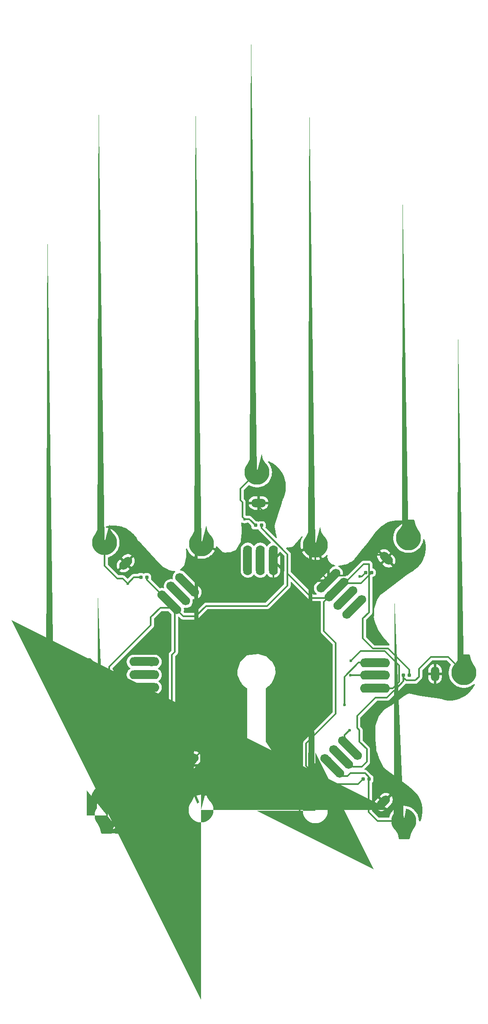
<source format=gbr>
%TF.GenerationSoftware,KiCad,Pcbnew,8.0.4*%
%TF.CreationDate,2024-10-01T08:30:58+02:00*%
%TF.ProjectId,Rp2040_Tastatur,52703230-3430-45f5-9461-737461747572,rev?*%
%TF.SameCoordinates,Original*%
%TF.FileFunction,Copper,L1,Top*%
%TF.FilePolarity,Positive*%
%FSLAX46Y46*%
G04 Gerber Fmt 4.6, Leading zero omitted, Abs format (unit mm)*
G04 Created by KiCad (PCBNEW 8.0.4) date 2024-10-01 08:30:58*
%MOMM*%
%LPD*%
G01*
G04 APERTURE LIST*
G04 Aperture macros list*
%AMRoundRect*
0 Rectangle with rounded corners*
0 $1 Rounding radius*
0 $2 $3 $4 $5 $6 $7 $8 $9 X,Y pos of 4 corners*
0 Add a 4 corners polygon primitive as box body*
4,1,4,$2,$3,$4,$5,$6,$7,$8,$9,$2,$3,0*
0 Add four circle primitives for the rounded corners*
1,1,$1+$1,$2,$3*
1,1,$1+$1,$4,$5*
1,1,$1+$1,$6,$7*
1,1,$1+$1,$8,$9*
0 Add four rect primitives between the rounded corners*
20,1,$1+$1,$2,$3,$4,$5,0*
20,1,$1+$1,$4,$5,$6,$7,0*
20,1,$1+$1,$6,$7,$8,$9,0*
20,1,$1+$1,$8,$9,$2,$3,0*%
%AMHorizOval*
0 Thick line with rounded ends*
0 $1 width*
0 $2 $3 position (X,Y) of the first rounded end (center of the circle)*
0 $4 $5 position (X,Y) of the second rounded end (center of the circle)*
0 Add line between two ends*
20,1,$1,$2,$3,$4,$5,0*
0 Add two circle primitives to create the rounded ends*
1,1,$1,$2,$3*
1,1,$1,$4,$5*%
%AMFreePoly0*
4,1,58,0.958779,3.605902,0.995106,3.555902,0.998387,3.542889,1.048231,3.268747,1.122847,2.895666,1.169948,2.683709,1.287472,2.448661,1.484876,2.127881,1.639369,1.883263,1.822422,1.711368,2.022542,1.469463,2.190767,1.204384,2.324441,0.920311,2.421458,0.621725,2.480287,0.313333,2.500000,0.000000,2.480287,-0.313333,2.421458,-0.621725,2.324441,-0.920311,2.190768,-1.204384,
2.022542,-1.469462,1.822422,-1.711368,1.593560,-1.926283,1.339567,-2.110820,1.064448,-2.262068,0.772542,-2.377641,0.468453,-2.455718,0.156976,-2.495067,-0.156976,-2.495067,-0.468453,-2.455718,-0.772542,-2.377641,-1.064448,-2.262068,-1.339567,-2.110819,-1.593560,-1.926283,-1.822422,-1.711368,-2.022542,-1.469463,-2.190767,-1.204384,-2.324441,-0.920311,-2.421458,-0.621725,-2.480287,-0.313333,
-2.500000,0.000000,-2.480287,0.313333,-2.421458,0.621725,-2.324441,0.920311,-2.190768,1.204384,-2.022542,1.469462,-1.876003,1.646598,-1.590044,2.218519,-1.419948,2.583010,-1.197308,3.523047,-1.165177,3.575841,-1.108151,3.599667,-1.100000,3.600000,-0.602075,3.600000,-0.004163,3.624913,0.000000,3.625000,0.900000,3.625000,0.958779,3.605902,0.958779,3.605902,$1*%
%AMFreePoly1*
4,1,58,0.468453,2.455718,0.772542,2.377641,1.064448,2.262068,1.339567,2.110820,1.593560,1.926283,1.822422,1.711368,2.022542,1.469463,2.190767,1.204384,2.324441,0.920311,2.421457,0.621725,2.480287,0.313333,2.500000,0.000000,2.480287,-0.313333,2.421457,-0.621725,2.324441,-0.920311,2.190767,-1.204384,2.022542,-1.469463,1.876003,-1.646598,1.590044,-2.218519,1.419948,-2.583009,
1.197308,-3.523047,1.165177,-3.575841,1.108151,-3.599667,1.100000,-3.600000,0.602075,-3.600000,0.004163,-3.624913,0.000000,-3.625000,-0.900000,-3.625000,-0.958779,-3.605902,-0.995106,-3.555902,-0.998387,-3.542889,-1.048231,-3.268747,-1.122847,-2.895667,-1.169948,-2.683709,-1.287472,-2.448661,-1.484876,-2.127881,-1.639369,-1.883264,-1.822422,-1.711368,-2.022542,-1.469463,-2.190767,-1.204384,
-2.324441,-0.920311,-2.421457,-0.621725,-2.480287,-0.313333,-2.500000,0.000000,-2.480287,0.313333,-2.421457,0.621725,-2.324441,0.920311,-2.190767,1.204384,-2.022542,1.469463,-1.822422,1.711368,-1.593560,1.926283,-1.339567,2.110820,-1.064448,2.262068,-0.772542,2.377641,-0.468453,2.455718,-0.156976,2.495067,0.156976,2.495067,0.468453,2.455718,0.468453,2.455718,$1*%
%AMFreePoly2*
4,1,58,0.004163,3.624913,0.602075,3.600000,1.100000,3.600000,1.158779,3.580902,1.195106,3.530902,1.197308,3.523047,1.419948,2.583009,1.590044,2.218519,1.876003,1.646598,2.022542,1.469463,2.190767,1.204384,2.324441,0.920311,2.421458,0.621725,2.480287,0.313333,2.500000,0.000000,2.480287,-0.313333,2.421458,-0.621725,2.324441,-0.920311,2.190767,-1.204384,2.022542,-1.469463,
1.822422,-1.711368,1.593560,-1.926283,1.339567,-2.110820,1.064448,-2.262068,0.772542,-2.377641,0.468453,-2.455718,0.156976,-2.495067,-0.156976,-2.495067,-0.468453,-2.455718,-0.772542,-2.377641,-1.064448,-2.262068,-1.339567,-2.110820,-1.593560,-1.926283,-1.822422,-1.711368,-2.022542,-1.469463,-2.190767,-1.204384,-2.324441,-0.920311,-2.421458,-0.621725,-2.480287,-0.313333,-2.500000,0.000000,
-2.480287,0.313333,-2.421458,0.621725,-2.324441,0.920311,-2.190767,1.204384,-2.022542,1.469463,-1.822422,1.711368,-1.639369,1.883264,-1.484876,2.127881,-1.287472,2.448661,-1.169948,2.683709,-1.122847,2.895667,-1.048231,3.268747,-0.998387,3.542889,-0.969082,3.597303,-0.913390,3.624099,-0.900000,3.625000,0.000000,3.625000,0.004163,3.624913,0.004163,3.624913,$1*%
%AMFreePoly3*
4,1,58,0.468453,2.455718,0.772542,2.377641,1.064448,2.262068,1.339567,2.110820,1.593560,1.926283,1.822422,1.711368,2.022542,1.469463,2.190767,1.204384,2.324441,0.920311,2.421457,0.621725,2.480287,0.313333,2.500000,0.000000,2.480287,-0.313333,2.421457,-0.621725,2.324441,-0.920311,2.190767,-1.204384,2.022542,-1.469463,1.822422,-1.711368,1.639369,-1.883264,1.484876,-2.127881,
1.287472,-2.448661,1.169948,-2.683709,1.122847,-2.895667,1.048231,-3.268747,0.998387,-3.542889,0.969082,-3.597303,0.913390,-3.624099,0.900000,-3.625000,0.000000,-3.625000,-0.004163,-3.624913,-0.602075,-3.600000,-1.100000,-3.600000,-1.158779,-3.580903,-1.195106,-3.530902,-1.197308,-3.523047,-1.419948,-2.583009,-1.590044,-2.218519,-1.876003,-1.646598,-2.022542,-1.469463,-2.190767,-1.204384,
-2.324441,-0.920311,-2.421457,-0.621725,-2.480287,-0.313333,-2.500000,0.000000,-2.480287,0.313333,-2.421457,0.621725,-2.324441,0.920311,-2.190767,1.204384,-2.022542,1.469463,-1.822422,1.711368,-1.593560,1.926283,-1.339567,2.110820,-1.064448,2.262068,-0.772542,2.377641,-0.468453,2.455718,-0.156976,2.495067,0.156976,2.495067,0.468453,2.455718,0.468453,2.455718,$1*%
G04 Aperture macros list end*
%TA.AperFunction,SMDPad,CuDef*%
%ADD10RoundRect,0.160000X-0.197500X-0.160000X0.197500X-0.160000X0.197500X0.160000X-0.197500X0.160000X0*%
%TD*%
%TA.AperFunction,CastellatedPad*%
%ADD11FreePoly0,202.500000*%
%TD*%
%TA.AperFunction,CastellatedPad*%
%ADD12HorizOval,1.700000X0.459619X0.459619X-0.459619X-0.459619X0*%
%TD*%
%TA.AperFunction,CastellatedPad*%
%ADD13O,1.700000X3.000000*%
%TD*%
%TA.AperFunction,CastellatedPad*%
%ADD14HorizOval,1.700000X-0.459619X0.459619X0.459619X-0.459619X0*%
%TD*%
%TA.AperFunction,CastellatedPad*%
%ADD15FreePoly0,337.500000*%
%TD*%
%TA.AperFunction,CastellatedPad*%
%ADD16O,3.000000X1.700000*%
%TD*%
%TA.AperFunction,CastellatedPad*%
%ADD17FreePoly0,22.500000*%
%TD*%
%TA.AperFunction,CastellatedPad*%
%ADD18FreePoly0,157.500000*%
%TD*%
%TA.AperFunction,SMDPad,CuDef*%
%ADD19HorizOval,1.778000X-1.492702X-1.492702X1.492702X1.492702X0*%
%TD*%
%TA.AperFunction,CastellatedPad*%
%ADD20C,1.778000*%
%TD*%
%TA.AperFunction,SMDPad,CuDef*%
%ADD21HorizOval,1.778000X1.492702X-1.492702X-1.492702X1.492702X0*%
%TD*%
%TA.AperFunction,SMDPad,CuDef*%
%ADD22O,6.000000X1.778000*%
%TD*%
%TA.AperFunction,SMDPad,CuDef*%
%ADD23HorizOval,1.778000X1.492702X1.492702X-1.492702X-1.492702X0*%
%TD*%
%TA.AperFunction,SMDPad,CuDef*%
%ADD24O,1.778000X6.000000*%
%TD*%
%TA.AperFunction,SMDPad,CuDef*%
%ADD25HorizOval,1.778000X-1.492702X1.492702X1.492702X-1.492702X0*%
%TD*%
%TA.AperFunction,CastellatedPad*%
%ADD26FreePoly1,45.000000*%
%TD*%
%TA.AperFunction,CastellatedPad*%
%ADD27FreePoly2,270.000000*%
%TD*%
%TA.AperFunction,CastellatedPad*%
%ADD28FreePoly2,315.000000*%
%TD*%
%TA.AperFunction,CastellatedPad*%
%ADD29FreePoly0,0.000000*%
%TD*%
%TA.AperFunction,CastellatedPad*%
%ADD30FreePoly0,45.000000*%
%TD*%
%TA.AperFunction,CastellatedPad*%
%ADD31FreePoly0,90.000000*%
%TD*%
%TA.AperFunction,CastellatedPad*%
%ADD32FreePoly3,315.000000*%
%TD*%
%TA.AperFunction,SMDPad,CuDef*%
%ADD33RoundRect,0.160000X0.197500X0.160000X-0.197500X0.160000X-0.197500X-0.160000X0.197500X-0.160000X0*%
%TD*%
%TA.AperFunction,ViaPad*%
%ADD34C,0.600000*%
%TD*%
%TA.AperFunction,Conductor*%
%ADD35C,0.300000*%
%TD*%
G04 APERTURE END LIST*
D10*
%TO.P,R5,1*%
%TO.N,/D7*%
X87205000Y-62300000D03*
%TO.P,R5,2*%
%TO.N,+3.3V*%
X88400000Y-62300000D03*
%TD*%
D11*
%TO.P,GDN_pads1,1,Pin_1*%
%TO.N,GND*%
X122130000Y-108970000D03*
D12*
%TO.P,GDN_pads1,2,Pin_2*%
X135776264Y-107179653D03*
D13*
%TO.P,GDN_pads1,3,Pin_3*%
X146061250Y-81582500D03*
D14*
%TO.P,GDN_pads1,4,Pin_4*%
X136330000Y-58520000D03*
D15*
%TO.P,GDN_pads1,5,Pin_5*%
X122130000Y-55820000D03*
D16*
%TO.P,GDN_pads1,6,Pin_6*%
X110755000Y-47438750D03*
D17*
%TO.P,GDN_pads1,7,Pin_7*%
X99305000Y-55595000D03*
D12*
%TO.P,GDN_pads1,8,Pin_8*%
X84176264Y-59479652D03*
D13*
%TO.P,GDN_pads1,9,Pin_9*%
X75711250Y-81557500D03*
D14*
%TO.P,GDN_pads1,10,Pin_10*%
X84651264Y-106035348D03*
D18*
%TO.P,GDN_pads1,11,Pin_11*%
X99280000Y-108745000D03*
%TD*%
D19*
%TO.P,Conn1,1,Pin_1*%
%TO.N,unconnected-(Conn1-Pin_1-Pad1)_1*%
X92872588Y-96371182D03*
D20*
%TO.N,unconnected-(Conn1-Pin_1-Pad1)*%
X93933250Y-95324664D03*
D19*
%TO.P,Conn1,2,Pin_2*%
%TO.N,/D2*%
X94640356Y-98138947D03*
D20*
X95701015Y-97092430D03*
D19*
%TO.P,Conn1,3,Pin_3*%
%TO.N,GND*%
X96408121Y-99906715D03*
D20*
X97468783Y-98860197D03*
%TO.P,Conn1,4,Pin_4*%
%TO.N,/D3*%
X124452241Y-98887711D03*
D21*
X125498759Y-99948372D03*
D20*
%TO.P,Conn1,5,Pin_5*%
%TO.N,/D4*%
X126220008Y-97119946D03*
D21*
X127266525Y-98180605D03*
D20*
%TO.P,Conn1,6,Pin_6*%
%TO.N,/D5*%
X127987774Y-95352178D03*
D21*
X129034292Y-96412837D03*
D20*
%TO.P,Conn1,7,Pin_7*%
%TO.N,/D6*%
X132578901Y-84444201D03*
D22*
X134068902Y-84454202D03*
D20*
%TO.P,Conn1,8,Pin_8*%
%TO.N,/D7*%
X132578900Y-81844201D03*
D22*
X134068901Y-81854202D03*
D20*
%TO.P,Conn1,9,Pin_9*%
%TO.N,/D8*%
X132578901Y-79344202D03*
D22*
X134068901Y-79354202D03*
D20*
%TO.P,Conn1,10,Pin_10*%
%TO.N,unconnected-(Conn1-Pin_10-Pad10)_1*%
X128821785Y-69292069D03*
D23*
%TO.N,unconnected-(Conn1-Pin_10-Pad10)*%
X129882446Y-68245551D03*
D20*
%TO.P,Conn1,11,Pin_11*%
%TO.N,unconnected-(Conn1-Pin_11-Pad11)_1*%
X127054019Y-67524302D03*
D23*
%TO.N,unconnected-(Conn1-Pin_11-Pad11)*%
X128114678Y-66477785D03*
D20*
%TO.P,Conn1,12,Pin_12*%
%TO.N,+3.3V*%
X125286252Y-65756535D03*
D23*
X126346913Y-64710017D03*
D20*
%TO.P,Conn1,13,Pin_13*%
%TO.N,GND*%
X123692142Y-64025933D03*
D23*
X124752801Y-62979414D03*
D20*
%TO.P,Conn1,14,Pin_14*%
X113701478Y-60355966D03*
D24*
X113711479Y-58865966D03*
D20*
%TO.P,Conn1,15,Pin_15*%
%TO.N,unconnected-(Conn1-Pin_15-Pad15)_1*%
X111101480Y-60355966D03*
D24*
%TO.N,unconnected-(Conn1-Pin_15-Pad15)*%
X111111480Y-58865965D03*
D20*
%TO.P,Conn1,16,Pin_16*%
%TO.N,unconnected-(Conn1-Pin_16-Pad16)*%
X108601479Y-60355966D03*
D24*
%TO.N,unconnected-(Conn1-Pin_16-Pad16)_1*%
X108611480Y-58865966D03*
D25*
%TO.P,Conn1,17,Pin_17*%
%TO.N,unconnected-(Conn1-Pin_17-Pad17)_1*%
X96483870Y-63777733D03*
D20*
%TO.N,unconnected-(Conn1-Pin_17-Pad17)*%
X97530388Y-64838394D03*
D25*
%TO.P,Conn1,18,Pin_18*%
%TO.N,unconnected-(Conn1-Pin_18-Pad18)*%
X94716103Y-65545500D03*
D20*
%TO.N,unconnected-(Conn1-Pin_18-Pad18)_1*%
X95762622Y-66606160D03*
D25*
%TO.P,Conn1,19,Pin_19*%
%TO.N,+3.3V*%
X92948337Y-67313267D03*
D20*
X93994854Y-68373927D03*
D22*
%TO.P,Conn1,20,Pin_20*%
%TO.N,unconnected-(Conn1-Pin_20-Pad20)*%
X87889998Y-79180000D03*
D20*
%TO.N,unconnected-(Conn1-Pin_20-Pad20)_1*%
X89379999Y-79190000D03*
D22*
%TO.P,Conn1,21,Pin_21*%
%TO.N,unconnected-(Conn1-Pin_21-Pad21)_1*%
X87889998Y-81780001D03*
D20*
%TO.N,unconnected-(Conn1-Pin_21-Pad21)*%
X89380000Y-81790000D03*
D22*
%TO.P,Conn1,22,Pin_22*%
%TO.N,unconnected-(Conn1-Pin_22-Pad22)_1*%
X87889998Y-84280001D03*
D20*
%TO.N,unconnected-(Conn1-Pin_22-Pad22)*%
X89379999Y-84289999D03*
%TD*%
D10*
%TO.P,R3,1*%
%TO.N,/D5*%
X132165000Y-61350000D03*
%TO.P,R3,2*%
%TO.N,+3.3V*%
X133360000Y-61350000D03*
%TD*%
%TO.P,R2,1*%
%TO.N,/D4*%
X139725000Y-81820000D03*
%TO.P,R2,2*%
%TO.N,+3.3V*%
X140920000Y-81820000D03*
%TD*%
D26*
%TO.P,TH_externPads1,1,Pin_1*%
%TO.N,/D3*%
X139820000Y-110960000D03*
D27*
%TO.P,TH_externPads1,2,Pin_2*%
%TO.N,/D4*%
X151820000Y-81360000D03*
D28*
%TO.P,TH_externPads1,3,Pin_3*%
%TO.N,/D5*%
X140720000Y-54410000D03*
D29*
%TO.P,TH_externPads1,4,Pin_4*%
%TO.N,/D6*%
X110445000Y-41335000D03*
D30*
%TO.P,TH_externPads1,5,Pin_5*%
%TO.N,/D7*%
X79945000Y-55360000D03*
D31*
%TO.P,TH_externPads1,6,Pin_6*%
%TO.N,/D8*%
X69745000Y-81160000D03*
D32*
%TO.P,TH_externPads1,7,Pin_7*%
%TO.N,/D2*%
X80420000Y-109860000D03*
%TD*%
D10*
%TO.P,R4,1*%
%TO.N,/D6*%
X110155000Y-51920000D03*
%TO.P,R4,2*%
%TO.N,+3.3V*%
X111350000Y-51920000D03*
%TD*%
%TO.P,R6,1*%
%TO.N,/D8*%
X79715000Y-81290000D03*
%TO.P,R6,2*%
%TO.N,+3.3V*%
X80910000Y-81290000D03*
%TD*%
D33*
%TO.P,R1,1*%
%TO.N,/D3*%
X132900000Y-102610000D03*
%TO.P,R1,2*%
%TO.N,+3.3V*%
X131705000Y-102610000D03*
%TD*%
D10*
%TO.P,R7,1*%
%TO.N,/D2*%
X88662500Y-101750000D03*
%TO.P,R7,2*%
%TO.N,+3.3V*%
X89857500Y-101750000D03*
%TD*%
D34*
%TO.N,/D5*%
X131015000Y-62095000D03*
X128960000Y-92830000D03*
%TO.N,GND*%
X113220000Y-50610000D03*
X133890000Y-56360000D03*
X100620000Y-96570000D03*
X107270000Y-66220000D03*
%TO.N,/D8*%
X127950000Y-87770000D03*
X78070000Y-83160000D03*
%TO.N,/D6*%
X107990000Y-50700000D03*
X129220000Y-78970000D03*
%TO.N,/D7*%
X84580000Y-63530000D03*
X129130000Y-81890000D03*
%TD*%
D35*
%TO.N,/D5*%
X127987774Y-95352178D02*
X127060000Y-94424404D01*
X127987774Y-95352178D02*
X127987774Y-93802226D01*
X131015000Y-62095000D02*
X131420000Y-62095000D01*
X127987774Y-93802226D02*
X128960000Y-92830000D01*
X131420000Y-62095000D02*
X132165000Y-61350000D01*
%TO.N,/D2*%
X88662500Y-101750000D02*
X88662500Y-102542500D01*
X84940000Y-101930000D02*
X84310000Y-101930000D01*
X92180000Y-101690000D02*
X92180000Y-100599303D01*
X92180000Y-100599303D02*
X94640356Y-98138947D01*
X80570000Y-106660000D02*
X80420000Y-106810000D01*
X80420000Y-106810000D02*
X80420000Y-109860000D01*
X90880000Y-102990000D02*
X92180000Y-101690000D01*
X84310000Y-101930000D02*
X80570000Y-105670000D01*
X88662500Y-102542500D02*
X89110000Y-102990000D01*
X80570000Y-105670000D02*
X80570000Y-106660000D01*
X85120000Y-101750000D02*
X84940000Y-101930000D01*
X88662500Y-101750000D02*
X85120000Y-101750000D01*
X89110000Y-102990000D02*
X90880000Y-102990000D01*
%TO.N,+3.3V*%
X133670000Y-76550000D02*
X131600000Y-74480000D01*
X116550000Y-61510000D02*
X121440000Y-66400000D01*
X111350000Y-51920000D02*
X111350000Y-52500000D01*
X93994854Y-77225146D02*
X93994854Y-68373927D01*
X89857500Y-101750000D02*
X89857500Y-100407500D01*
X98190000Y-70090000D02*
X100270000Y-68010000D01*
X89490000Y-100040000D02*
X89490000Y-96000000D01*
X127576930Y-63480000D02*
X126346913Y-64710017D01*
X88400000Y-62764930D02*
X92948337Y-67313267D01*
X89490000Y-96000000D02*
X93440000Y-92050000D01*
X123840000Y-73020000D02*
X123840000Y-67216930D01*
X131790000Y-59630000D02*
X126709983Y-64710017D01*
X93994854Y-68373927D02*
X95710927Y-70090000D01*
X89857500Y-100407500D02*
X89490000Y-100040000D01*
X125300395Y-65756535D02*
X126346913Y-64710017D01*
X140920000Y-80770000D02*
X136700000Y-76550000D01*
X125286252Y-65756535D02*
X125300395Y-65756535D01*
X132860000Y-61738184D02*
X132872500Y-61725684D01*
X132860000Y-59630000D02*
X131790000Y-59630000D01*
X116550000Y-61200000D02*
X116550000Y-61510000D01*
X124642787Y-66400000D02*
X125286252Y-65756535D01*
X130685000Y-103630000D02*
X123980000Y-103630000D01*
X80910000Y-80170000D02*
X89210000Y-71870000D01*
X132872500Y-59642500D02*
X132860000Y-59630000D01*
X140920000Y-81820000D02*
X140920000Y-80770000D01*
X132872500Y-61725684D02*
X132872500Y-59642500D01*
X123840000Y-67216930D02*
X126346913Y-64710017D01*
X116520000Y-61230000D02*
X116550000Y-61200000D01*
X126709983Y-64710017D02*
X126346913Y-64710017D01*
X124390000Y-66652787D02*
X125286252Y-65756535D01*
X132860000Y-69280000D02*
X132860000Y-61738184D01*
X88400000Y-62300000D02*
X88400000Y-62764930D01*
X131705000Y-102610000D02*
X130685000Y-103630000D01*
X80910000Y-81290000D02*
X80910000Y-80170000D01*
X123980000Y-103630000D02*
X120290000Y-99940000D01*
X100270000Y-68010000D02*
X112460000Y-68010000D01*
X93440000Y-77780000D02*
X93994854Y-77225146D01*
X131600000Y-74480000D02*
X131600000Y-70540000D01*
X112460000Y-68010000D02*
X116520000Y-63950000D01*
X95710927Y-70090000D02*
X98190000Y-70090000D01*
X89210000Y-70280000D02*
X91116073Y-68373927D01*
X133360000Y-61350000D02*
X131230000Y-63480000D01*
X116550000Y-57700000D02*
X116550000Y-61200000D01*
X120290000Y-99940000D02*
X120290000Y-95510000D01*
X126210000Y-75390000D02*
X123840000Y-73020000D01*
X91116073Y-68373927D02*
X93994854Y-68373927D01*
X131600000Y-70540000D02*
X132860000Y-69280000D01*
X120290000Y-95510000D02*
X126210000Y-89590000D01*
X111350000Y-52500000D02*
X116550000Y-57700000D01*
X121440000Y-66400000D02*
X124642787Y-66400000D01*
X131230000Y-63480000D02*
X127576930Y-63480000D01*
X136700000Y-76550000D02*
X133670000Y-76550000D01*
X93440000Y-92050000D02*
X93440000Y-77780000D01*
X126210000Y-89590000D02*
X126210000Y-75390000D01*
X89210000Y-71870000D02*
X89210000Y-70280000D01*
X116520000Y-63950000D02*
X116520000Y-61230000D01*
%TO.N,GND*%
X107270000Y-66220000D02*
X108210000Y-65280000D01*
X122130000Y-55820000D02*
X122130000Y-60356613D01*
X132302893Y-57810000D02*
X135620000Y-57810000D01*
X135620000Y-57810000D02*
X136330000Y-58520000D01*
X124752801Y-62979414D02*
X125753900Y-61978315D01*
X122130000Y-60356613D02*
X124752801Y-62979414D01*
X110755000Y-47438750D02*
X110755000Y-48145000D01*
X125753900Y-61978315D02*
X128134578Y-61978315D01*
X110755000Y-48145000D02*
X113220000Y-50610000D01*
X97468783Y-98860197D02*
X99758980Y-96570000D01*
X128134578Y-61978315D02*
X132302893Y-57810000D01*
X108210000Y-65280000D02*
X112630000Y-65280000D01*
X113701478Y-64208522D02*
X113701478Y-60355966D01*
X136330000Y-58520000D02*
X134170000Y-56360000D01*
X99758980Y-96570000D02*
X100620000Y-96570000D01*
X112630000Y-65280000D02*
X113701478Y-64208522D01*
X134170000Y-56360000D02*
X133890000Y-56360000D01*
%TO.N,/D8*%
X78940000Y-81290000D02*
X79715000Y-81290000D01*
X69745000Y-81160000D02*
X71517177Y-79387823D01*
X127950000Y-87770000D02*
X127950000Y-82150761D01*
X78070000Y-82160000D02*
X78940000Y-81290000D01*
X73802177Y-79387823D02*
X74560000Y-78630000D01*
X74560000Y-78630000D02*
X77080000Y-78630000D01*
X71517177Y-79387823D02*
X73802177Y-79387823D01*
X127950000Y-82150761D02*
X130756559Y-79344202D01*
X77080000Y-78630000D02*
X79715000Y-81265000D01*
X130756559Y-79344202D02*
X132578901Y-79344202D01*
X79715000Y-81265000D02*
X79715000Y-81290000D01*
X78070000Y-83160000D02*
X78070000Y-82160000D01*
%TO.N,/D4*%
X131410000Y-100170000D02*
X132420000Y-99160000D01*
X139725000Y-81820000D02*
X139725000Y-82325000D01*
X130470000Y-92380000D02*
X130470000Y-90370000D01*
X128244601Y-99144539D02*
X128644539Y-99144539D01*
X145250000Y-78220000D02*
X148680000Y-78220000D01*
X142130000Y-82890000D02*
X142860000Y-82160000D01*
X137832905Y-84944201D02*
X139725000Y-83052106D01*
X137815799Y-84944201D02*
X137832905Y-84944201D01*
X139725000Y-82325000D02*
X140290000Y-82890000D01*
X130920000Y-95120000D02*
X130920000Y-92830000D01*
X132420000Y-96620000D02*
X130920000Y-95120000D01*
X142860000Y-82160000D02*
X142860000Y-80610000D01*
X130460000Y-90360000D02*
X130460000Y-90000000D01*
X128644539Y-99144539D02*
X129670000Y-100170000D01*
X130920000Y-92830000D02*
X130470000Y-92380000D01*
X148680000Y-78220000D02*
X151820000Y-81360000D01*
X129670000Y-100170000D02*
X131410000Y-100170000D01*
X132420000Y-99160000D02*
X132420000Y-96620000D01*
X140290000Y-82890000D02*
X142130000Y-82890000D01*
X142860000Y-80610000D02*
X145250000Y-78220000D01*
X130470000Y-90370000D02*
X130460000Y-90360000D01*
X134150000Y-86310000D02*
X136450000Y-86310000D01*
X139725000Y-83052106D02*
X139725000Y-81820000D01*
X126220008Y-97119946D02*
X128244601Y-99144539D01*
X130460000Y-90000000D02*
X134150000Y-86310000D01*
X136450000Y-86310000D02*
X137815799Y-84944201D01*
%TO.N,/D3*%
X128530000Y-102010000D02*
X129120000Y-101420000D01*
X132070000Y-101420000D02*
X132900000Y-102250000D01*
X132900000Y-102250000D02*
X132900000Y-102610000D01*
X125498759Y-99948372D02*
X127560387Y-102010000D01*
X132790000Y-102720000D02*
X132790000Y-109190000D01*
X132790000Y-109190000D02*
X134560000Y-110960000D01*
X127560387Y-102010000D02*
X128530000Y-102010000D01*
X132900000Y-102610000D02*
X132790000Y-102720000D01*
X129120000Y-101420000D02*
X132070000Y-101420000D01*
X134560000Y-110960000D02*
X139820000Y-110960000D01*
%TO.N,/D6*%
X107990000Y-50700000D02*
X107520000Y-50230000D01*
X107990000Y-50700000D02*
X108935000Y-50700000D01*
X107160000Y-46910000D02*
X107160000Y-44620000D01*
X107520000Y-50230000D02*
X107520000Y-47270000D01*
X107520000Y-47270000D02*
X107160000Y-46910000D01*
X138870000Y-79900000D02*
X138870000Y-83200000D01*
X107160000Y-44620000D02*
X110445000Y-41335000D01*
X131140000Y-77050000D02*
X136020000Y-77050000D01*
X136020000Y-77050000D02*
X138870000Y-79900000D01*
X129220000Y-78970000D02*
X131140000Y-77050000D01*
X108935000Y-50700000D02*
X110155000Y-51920000D01*
X138870000Y-83200000D02*
X137625799Y-84444201D01*
X137625799Y-84444201D02*
X132578901Y-84444201D01*
%TO.N,/D7*%
X84580000Y-63530000D02*
X83600000Y-62550000D01*
X82480000Y-62550000D02*
X79945000Y-60015000D01*
X85810000Y-62300000D02*
X87205000Y-62300000D01*
X84580000Y-63530000D02*
X85810000Y-62300000D01*
X79945000Y-60015000D02*
X79945000Y-55360000D01*
X83600000Y-62550000D02*
X82480000Y-62550000D01*
X129175799Y-81844201D02*
X132578900Y-81844201D01*
X129130000Y-81890000D02*
X129175799Y-81844201D01*
%TD*%
%TA.AperFunction,Conductor*%
%TO.N,GND*%
G36*
X117375703Y-63256095D02*
G01*
X117382181Y-63262127D01*
X121025324Y-66905271D01*
X121025327Y-66905274D01*
X121060609Y-66928848D01*
X121082133Y-66943230D01*
X121131873Y-66976465D01*
X121250256Y-67025501D01*
X121250260Y-67025501D01*
X121250261Y-67025502D01*
X121375928Y-67050500D01*
X121375931Y-67050500D01*
X123065500Y-67050500D01*
X123132539Y-67070185D01*
X123178294Y-67122989D01*
X123189500Y-67174500D01*
X123189500Y-73084069D01*
X123199429Y-73133982D01*
X123199429Y-73133984D01*
X123214497Y-73209736D01*
X123214499Y-73209744D01*
X123263534Y-73328125D01*
X123334726Y-73434673D01*
X123334727Y-73434674D01*
X125523181Y-75623126D01*
X125556666Y-75684449D01*
X125559500Y-75710807D01*
X125559500Y-89269191D01*
X125539815Y-89336230D01*
X125523181Y-89356872D01*
X119784727Y-95095325D01*
X119784724Y-95095328D01*
X119737387Y-95166173D01*
X119737388Y-95166174D01*
X119713534Y-95201874D01*
X119664499Y-95320255D01*
X119664497Y-95320261D01*
X119639500Y-95445928D01*
X119639500Y-95445931D01*
X119639500Y-100004069D01*
X119639500Y-100004071D01*
X119639499Y-100004071D01*
X119658457Y-100099371D01*
X119659392Y-100104069D01*
X119664499Y-100129744D01*
X119713535Y-100248127D01*
X119784723Y-100354669D01*
X119784726Y-100354673D01*
X123565328Y-104135275D01*
X123650390Y-104192111D01*
X123650389Y-104192111D01*
X123666519Y-104202887D01*
X123671873Y-104206465D01*
X123790256Y-104255501D01*
X123790260Y-104255501D01*
X123790261Y-104255502D01*
X123915928Y-104280500D01*
X123915931Y-104280500D01*
X126034666Y-104280500D01*
X126101705Y-104300185D01*
X126147460Y-104352989D01*
X126157404Y-104422147D01*
X126152613Y-104442767D01*
X125430000Y-106669999D01*
X125368470Y-107046863D01*
X125363727Y-107066094D01*
X125127376Y-107775144D01*
X125087501Y-107832519D01*
X125022938Y-107859228D01*
X124954184Y-107846791D01*
X124903069Y-107799157D01*
X124898384Y-107790484D01*
X124759389Y-107506761D01*
X124759366Y-107506717D01*
X124727958Y-107451653D01*
X124727946Y-107451633D01*
X124555250Y-107188727D01*
X124517166Y-107138005D01*
X124312863Y-106898798D01*
X124312854Y-106898788D01*
X124268759Y-106853286D01*
X124268720Y-106853248D01*
X124036081Y-106641564D01*
X124036052Y-106641540D01*
X123986599Y-106601920D01*
X123986583Y-106601908D01*
X123729211Y-106421023D01*
X123675129Y-106387881D01*
X123507015Y-106298869D01*
X122928336Y-107695923D01*
X122916171Y-107687085D01*
X122705800Y-107579896D01*
X122481251Y-107506935D01*
X122466395Y-107504582D01*
X123046553Y-106103958D01*
X123045059Y-106103394D01*
X122984446Y-106084746D01*
X122678566Y-106011310D01*
X122616093Y-106000407D01*
X122303421Y-105965888D01*
X122303388Y-105965885D01*
X122240080Y-105962900D01*
X121925525Y-105967841D01*
X121862313Y-105972817D01*
X121550870Y-106017141D01*
X121488768Y-106030002D01*
X121185353Y-106113007D01*
X121125377Y-106133542D01*
X121125332Y-106133559D01*
X120834746Y-106253922D01*
X120834709Y-106253939D01*
X120777784Y-106281825D01*
X120777754Y-106281841D01*
X120504527Y-106437687D01*
X120451516Y-106472509D01*
X120199953Y-106661389D01*
X120151731Y-106702575D01*
X119925838Y-106921480D01*
X119925831Y-106921487D01*
X119883149Y-106968393D01*
X119686469Y-107213890D01*
X119649989Y-107265795D01*
X119485638Y-107533993D01*
X119485635Y-107533997D01*
X119455964Y-107590037D01*
X119455946Y-107590073D01*
X119455300Y-107591503D01*
X119455300Y-107591504D01*
X120855924Y-108171662D01*
X120847085Y-108183829D01*
X120739896Y-108394200D01*
X120666935Y-108618749D01*
X120664582Y-108633602D01*
X119267528Y-108054923D01*
X119211599Y-108236723D01*
X119211594Y-108236740D01*
X119196789Y-108298407D01*
X119142705Y-108608300D01*
X119142703Y-108608314D01*
X119135745Y-108671334D01*
X119135744Y-108671349D01*
X119120927Y-108985534D01*
X119120927Y-108985550D01*
X119121923Y-109048969D01*
X119146604Y-109362582D01*
X119155536Y-109425342D01*
X119155540Y-109425362D01*
X119183691Y-109561303D01*
X119178010Y-109630942D01*
X119135581Y-109686453D01*
X119069875Y-109710214D01*
X119001754Y-109694680D01*
X118952846Y-109644783D01*
X118943159Y-109620933D01*
X118880899Y-109405851D01*
X118877696Y-109391757D01*
X118846765Y-109206170D01*
X118825356Y-109077714D01*
X118824760Y-109073737D01*
X118823407Y-109063593D01*
X118792529Y-108832010D01*
X118791474Y-108812806D01*
X118799375Y-108465143D01*
X118800981Y-108447878D01*
X118898812Y-107851996D01*
X118901433Y-107839871D01*
X118953307Y-107647197D01*
X118958152Y-107632791D01*
X118976056Y-107588718D01*
X118980002Y-107579994D01*
X119202467Y-107135065D01*
X119205961Y-107128571D01*
X119226392Y-107093186D01*
X119226392Y-107093183D01*
X119226394Y-107093181D01*
X119226450Y-107093044D01*
X119226450Y-107093041D01*
X119226454Y-107093036D01*
X119226626Y-107092391D01*
X119235495Y-107069009D01*
X119470000Y-106600000D01*
X119450092Y-106550419D01*
X119128966Y-105750632D01*
X118940000Y-105280000D01*
X117924546Y-103792615D01*
X117919058Y-103783805D01*
X117510951Y-103062683D01*
X117404338Y-102874298D01*
X117394887Y-102853235D01*
X117392660Y-102846703D01*
X117392465Y-102846130D01*
X117368877Y-102810929D01*
X117363994Y-102803013D01*
X117343129Y-102766143D01*
X117337865Y-102760787D01*
X117323288Y-102742892D01*
X112221658Y-95129393D01*
X112200693Y-95062743D01*
X112200670Y-95060255D01*
X112201173Y-94501576D01*
X112210175Y-84508765D01*
X112229920Y-84441748D01*
X112271692Y-84401775D01*
X112295188Y-84388069D01*
X112306166Y-84382382D01*
X112337682Y-84368005D01*
X112349476Y-84358273D01*
X112365906Y-84346817D01*
X112379103Y-84339120D01*
X112403486Y-84314516D01*
X112412612Y-84306186D01*
X112741040Y-84035233D01*
X112761222Y-84021677D01*
X112765042Y-84019624D01*
X112798175Y-83988438D01*
X112804228Y-83983103D01*
X112839337Y-83954140D01*
X112841857Y-83950602D01*
X112857842Y-83932281D01*
X112950057Y-83845490D01*
X112963962Y-83834184D01*
X112980854Y-83822371D01*
X112988438Y-83813342D01*
X112999702Y-83799932D01*
X113009663Y-83789390D01*
X113031007Y-83769304D01*
X113041849Y-83751772D01*
X113052355Y-83737249D01*
X113187226Y-83576689D01*
X113207170Y-83557703D01*
X113270000Y-83510000D01*
X113860000Y-82490000D01*
X114160000Y-81440000D01*
X114090000Y-80300000D01*
X113440000Y-79180000D01*
X113196989Y-78945442D01*
X112290000Y-78070000D01*
X112128918Y-78020975D01*
X110680000Y-77580000D01*
X110679997Y-77580000D01*
X108520001Y-77899999D01*
X108520000Y-77899999D01*
X107109998Y-79150001D01*
X106529999Y-80829998D01*
X106529999Y-80830000D01*
X106549999Y-81850000D01*
X106793952Y-82332876D01*
X106804386Y-82369735D01*
X106805036Y-82369594D01*
X106806766Y-82377532D01*
X106823360Y-82423625D01*
X106825460Y-82429993D01*
X106839542Y-82476932D01*
X106839965Y-82477617D01*
X106851131Y-82500767D01*
X106894043Y-82619968D01*
X106902763Y-82644188D01*
X106907824Y-82662578D01*
X106911196Y-82679966D01*
X106925300Y-82708914D01*
X106930496Y-82721223D01*
X106941405Y-82751526D01*
X106941406Y-82751528D01*
X106951508Y-82766064D01*
X106961158Y-82782521D01*
X107113571Y-83095370D01*
X107119284Y-83109145D01*
X107128521Y-83135853D01*
X107128524Y-83135859D01*
X107140663Y-83153804D01*
X107149428Y-83168971D01*
X107158911Y-83188436D01*
X107158914Y-83188441D01*
X107177444Y-83209777D01*
X107186530Y-83221606D01*
X107197097Y-83237227D01*
X107355551Y-83471463D01*
X107368393Y-83490446D01*
X107377850Y-83507055D01*
X107385361Y-83522991D01*
X107385362Y-83522993D01*
X107400371Y-83540731D01*
X107416386Y-83564910D01*
X107519998Y-83769998D01*
X107520001Y-83770001D01*
X107584336Y-83813342D01*
X107706236Y-83895464D01*
X107722745Y-83908772D01*
X107830971Y-84012488D01*
X107898346Y-84077056D01*
X107907842Y-84087239D01*
X107927538Y-84110894D01*
X107943170Y-84121928D01*
X107957452Y-84133700D01*
X107971274Y-84146946D01*
X107998246Y-84161762D01*
X108010054Y-84169140D01*
X108285323Y-84363447D01*
X108298851Y-84374502D01*
X108314697Y-84389436D01*
X108339489Y-84402785D01*
X108352202Y-84410656D01*
X108375202Y-84426891D01*
X108395628Y-84434413D01*
X108411561Y-84441594D01*
X108432771Y-84453015D01*
X108482465Y-84502131D01*
X108495574Y-84537875D01*
X108496747Y-84543740D01*
X108499155Y-84568171D01*
X108489658Y-95024766D01*
X108471585Y-95089116D01*
X102904837Y-104236584D01*
X102890021Y-104256233D01*
X102887584Y-104258871D01*
X102866069Y-104299817D01*
X102862231Y-104306593D01*
X102838194Y-104346094D01*
X102838190Y-104346105D01*
X102837182Y-104349546D01*
X102827954Y-104372359D01*
X102254904Y-105463004D01*
X102246961Y-105476089D01*
X102236879Y-105490597D01*
X102231405Y-105498474D01*
X102231403Y-105498478D01*
X102223728Y-105519796D01*
X102216833Y-105535461D01*
X102206286Y-105555534D01*
X102200285Y-105582124D01*
X102195998Y-105596822D01*
X102140626Y-105750632D01*
X102129771Y-105773277D01*
X102128573Y-105775237D01*
X102115126Y-105820839D01*
X102112859Y-105827766D01*
X102096767Y-105872465D01*
X102096766Y-105872470D01*
X102096574Y-105874761D01*
X102091947Y-105899442D01*
X101999339Y-106213507D01*
X101997441Y-106219397D01*
X101980829Y-106266861D01*
X101980389Y-106268971D01*
X101976625Y-106289559D01*
X101976298Y-106291644D01*
X101975043Y-106341929D01*
X101974735Y-106348109D01*
X101951403Y-106659205D01*
X101949502Y-106673435D01*
X101949347Y-106674235D01*
X101945676Y-106735379D01*
X101945552Y-106737218D01*
X101940973Y-106798280D01*
X101941020Y-106799104D01*
X101941019Y-106799723D01*
X101941119Y-106801123D01*
X101941238Y-106802985D01*
X101941315Y-106804368D01*
X101941392Y-106804960D01*
X101941450Y-106805782D01*
X101953728Y-106865786D01*
X101954085Y-106867598D01*
X101963733Y-106918607D01*
X101956850Y-106988137D01*
X101913470Y-107042908D01*
X101847364Y-107065531D01*
X101779521Y-107048824D01*
X101740442Y-107012952D01*
X101723536Y-106988897D01*
X101723536Y-106988896D01*
X101526850Y-106743393D01*
X101484168Y-106696487D01*
X101484161Y-106696480D01*
X101258268Y-106477575D01*
X101210046Y-106436389D01*
X100958483Y-106247509D01*
X100905472Y-106212687D01*
X100632245Y-106056841D01*
X100632215Y-106056825D01*
X100575290Y-106028939D01*
X100575253Y-106028922D01*
X100284667Y-105908559D01*
X100284622Y-105908542D01*
X100224646Y-105888007D01*
X99921231Y-105805002D01*
X99859129Y-105792141D01*
X99547686Y-105747817D01*
X99484474Y-105742841D01*
X99169926Y-105737900D01*
X99169911Y-105737900D01*
X99106611Y-105740885D01*
X99106578Y-105740888D01*
X98793906Y-105775407D01*
X98731433Y-105786310D01*
X98425553Y-105859746D01*
X98364937Y-105878395D01*
X98364907Y-105878405D01*
X98363444Y-105878957D01*
X98943602Y-107279582D01*
X98928749Y-107281935D01*
X98704200Y-107354896D01*
X98493829Y-107462085D01*
X98481661Y-107470924D01*
X97902982Y-106073869D01*
X97734852Y-106162891D01*
X97680792Y-106196020D01*
X97423416Y-106376908D01*
X97423400Y-106376920D01*
X97373947Y-106416540D01*
X97373918Y-106416564D01*
X97141279Y-106628248D01*
X97141240Y-106628286D01*
X97097145Y-106673788D01*
X97097136Y-106673798D01*
X96892833Y-106913005D01*
X96854749Y-106963727D01*
X96709832Y-107184344D01*
X96656574Y-107229569D01*
X96587319Y-107238820D01*
X96524057Y-107209162D01*
X96486872Y-107150009D01*
X96487570Y-107080143D01*
X96488557Y-107077048D01*
X96491930Y-107066931D01*
X96495653Y-107055762D01*
X96497025Y-107032889D01*
X96499208Y-107016013D01*
X96549270Y-106765703D01*
X96549901Y-106762741D01*
X96550563Y-106759812D01*
X96825563Y-105541951D01*
X96826704Y-105537320D01*
X96837691Y-105496119D01*
X96902159Y-105254361D01*
X96902733Y-105252287D01*
X96903214Y-105250608D01*
X96914395Y-105211520D01*
X96919320Y-105194306D01*
X96919734Y-105191524D01*
X96919814Y-105191134D01*
X96919834Y-105190988D01*
X96920149Y-105188736D01*
X96920184Y-105188494D01*
X96920217Y-105188053D01*
X96920576Y-105185298D01*
X96920578Y-105185293D01*
X96920505Y-105124961D01*
X96920523Y-105122757D01*
X96921537Y-105062536D01*
X96921219Y-105059762D01*
X96921194Y-105059339D01*
X96921166Y-105059123D01*
X96920882Y-105056831D01*
X96920864Y-105056682D01*
X96920790Y-105056289D01*
X96920421Y-105053515D01*
X96920421Y-105053509D01*
X96904742Y-104995277D01*
X96904187Y-104993139D01*
X96864331Y-104833710D01*
X96861663Y-104819619D01*
X96860910Y-104813825D01*
X96857833Y-104790149D01*
X96850132Y-104771471D01*
X96844474Y-104754284D01*
X96839575Y-104734686D01*
X96825152Y-104708705D01*
X96818929Y-104695785D01*
X96807606Y-104668321D01*
X96807602Y-104668314D01*
X96807602Y-104668313D01*
X96795325Y-104652259D01*
X96785418Y-104637130D01*
X96775612Y-104619465D01*
X96754951Y-104598097D01*
X96745599Y-104587232D01*
X96675549Y-104495627D01*
X96662576Y-104474613D01*
X96661098Y-104471579D01*
X96630621Y-104436486D01*
X96625768Y-104430531D01*
X96621257Y-104424632D01*
X96604617Y-104402871D01*
X96597551Y-104393630D01*
X96597550Y-104393629D01*
X96594871Y-104391566D01*
X96576905Y-104374629D01*
X96539524Y-104331585D01*
X96513521Y-104282911D01*
X96480000Y-104160000D01*
X96296505Y-104043786D01*
X96269232Y-104020337D01*
X96244692Y-103992080D01*
X96238609Y-103986693D01*
X96238680Y-103986612D01*
X96226227Y-103976054D01*
X96097728Y-103840416D01*
X96096036Y-103838592D01*
X96056077Y-103794623D01*
X96052556Y-103791643D01*
X96052337Y-103791436D01*
X96051848Y-103791031D01*
X96051608Y-103790857D01*
X96048020Y-103787947D01*
X95997356Y-103756841D01*
X95995181Y-103755475D01*
X95745014Y-103594654D01*
X95735657Y-103588007D01*
X95562409Y-103452420D01*
X95549724Y-103441001D01*
X95533880Y-103424625D01*
X95510599Y-103410667D01*
X95497946Y-103401972D01*
X95476572Y-103385244D01*
X95476571Y-103385243D01*
X95476569Y-103385242D01*
X95455605Y-103376323D01*
X95440390Y-103368571D01*
X95420858Y-103356861D01*
X95420848Y-103356856D01*
X95394755Y-103349401D01*
X95380280Y-103344277D01*
X95355302Y-103333650D01*
X95332741Y-103330460D01*
X95316041Y-103326911D01*
X95119978Y-103270894D01*
X95103531Y-103264910D01*
X95083709Y-103256069D01*
X95055853Y-103251637D01*
X95041274Y-103248406D01*
X95014148Y-103240656D01*
X95014138Y-103240654D01*
X94992431Y-103240296D01*
X94974998Y-103238773D01*
X94578901Y-103175757D01*
X94578842Y-103175747D01*
X94578793Y-103175740D01*
X94350945Y-103139285D01*
X94342322Y-103137590D01*
X94299722Y-103127636D01*
X94299721Y-103127636D01*
X94293612Y-103127832D01*
X94270037Y-103126340D01*
X94265882Y-103125675D01*
X94264005Y-103125375D01*
X94220502Y-103129878D01*
X94211736Y-103130473D01*
X93997469Y-103137385D01*
X93983613Y-103137057D01*
X93980175Y-103136782D01*
X93980172Y-103136782D01*
X93980168Y-103136782D01*
X93980166Y-103136782D01*
X93920250Y-103139854D01*
X93917979Y-103139949D01*
X93874067Y-103141366D01*
X93857996Y-103141885D01*
X93854595Y-103142445D01*
X93840818Y-103143927D01*
X93598256Y-103156366D01*
X93585204Y-103156348D01*
X93577311Y-103155920D01*
X93519584Y-103160360D01*
X93516430Y-103160562D01*
X93458557Y-103163531D01*
X93450767Y-103164965D01*
X93437830Y-103166649D01*
X93323353Y-103175455D01*
X93309118Y-103174916D01*
X93309106Y-103175477D01*
X93300979Y-103175300D01*
X93300978Y-103175300D01*
X93300976Y-103175300D01*
X93245521Y-103181377D01*
X93241525Y-103181750D01*
X93185917Y-103186027D01*
X93177970Y-103187702D01*
X93177854Y-103187154D01*
X93177739Y-103187181D01*
X93177872Y-103187723D01*
X93169980Y-103189655D01*
X93118005Y-103209870D01*
X93114246Y-103211263D01*
X93061607Y-103229799D01*
X93054361Y-103233476D01*
X93054108Y-103232978D01*
X93054017Y-103233026D01*
X93054286Y-103233517D01*
X93047158Y-103237428D01*
X93002176Y-103270413D01*
X92998908Y-103272729D01*
X92952874Y-103304249D01*
X92946827Y-103309676D01*
X92946453Y-103309259D01*
X92936001Y-103318941D01*
X92884832Y-103356465D01*
X92867780Y-103366965D01*
X92854159Y-103373902D01*
X92828427Y-103397060D01*
X92818812Y-103404879D01*
X92790891Y-103425356D01*
X92790885Y-103425362D01*
X92781316Y-103437285D01*
X92767563Y-103451837D01*
X92547697Y-103649718D01*
X92529578Y-103663251D01*
X92522166Y-103667797D01*
X92493836Y-103697670D01*
X92486818Y-103704508D01*
X92456204Y-103732062D01*
X92451463Y-103739359D01*
X92437465Y-103757116D01*
X91932543Y-104289579D01*
X91930247Y-104291937D01*
X91766217Y-104455967D01*
X91757883Y-104463575D01*
X91729105Y-104487537D01*
X91729104Y-104487539D01*
X91721922Y-104497713D01*
X91708309Y-104513874D01*
X91699503Y-104522680D01*
X91699501Y-104522683D01*
X91680779Y-104555110D01*
X91674701Y-104564610D01*
X91455682Y-104874889D01*
X91453168Y-104878451D01*
X91452362Y-104879579D01*
X90767507Y-105827118D01*
X90762272Y-105833494D01*
X90723488Y-105888016D01*
X90722945Y-105888772D01*
X90683827Y-105942895D01*
X90679471Y-105949894D01*
X90034117Y-106857132D01*
X90033332Y-106858222D01*
X88768714Y-108595866D01*
X88765009Y-108600338D01*
X88753408Y-108616456D01*
X88724741Y-108656284D01*
X88724448Y-108656689D01*
X88697342Y-108693936D01*
X88683801Y-108712542D01*
X88680705Y-108717467D01*
X87596287Y-110224135D01*
X87595286Y-110225506D01*
X87241608Y-110702973D01*
X87232357Y-110714040D01*
X87196293Y-110764128D01*
X87195309Y-110765476D01*
X87158567Y-110815080D01*
X87150844Y-110827252D01*
X86843793Y-111253711D01*
X86839686Y-111259098D01*
X86613699Y-111539323D01*
X86608204Y-111545683D01*
X86273693Y-111907317D01*
X86264881Y-111915941D01*
X85947311Y-112197216D01*
X85943617Y-112200362D01*
X85654865Y-112436614D01*
X85641611Y-112446076D01*
X85275470Y-112672735D01*
X85267806Y-112677110D01*
X84694157Y-112978041D01*
X84687438Y-112981311D01*
X84338492Y-113138336D01*
X84324725Y-113143572D01*
X83864442Y-113287974D01*
X83858741Y-113289614D01*
X83488925Y-113386472D01*
X83474566Y-113389339D01*
X83162482Y-113432683D01*
X83157970Y-113433226D01*
X82610874Y-113488864D01*
X82598328Y-113489500D01*
X82365863Y-113489500D01*
X82359566Y-113489340D01*
X81823648Y-113462090D01*
X81808572Y-113460394D01*
X81652023Y-113432998D01*
X81463490Y-113400004D01*
X81456690Y-113398616D01*
X81245487Y-113349336D01*
X81233067Y-113344852D01*
X81232805Y-113345610D01*
X81225116Y-113342948D01*
X81168795Y-113331395D01*
X81165537Y-113330681D01*
X81109561Y-113317620D01*
X81101475Y-113316822D01*
X81101551Y-113316042D01*
X81088400Y-113314903D01*
X80811725Y-113258150D01*
X80795679Y-113253717D01*
X80462962Y-113137266D01*
X80452195Y-113132922D01*
X80390114Y-113104425D01*
X80337399Y-113058568D01*
X80317844Y-112991491D01*
X80337659Y-112924489D01*
X80390551Y-112878837D01*
X80445737Y-112867792D01*
X80482803Y-112868958D01*
X80546255Y-112866964D01*
X80859431Y-112837360D01*
X80922132Y-112827429D01*
X81229130Y-112758806D01*
X81229137Y-112758804D01*
X81290086Y-112741097D01*
X81365378Y-112713990D01*
X81586064Y-112634539D01*
X81634245Y-112613689D01*
X81644314Y-112609332D01*
X81644317Y-112609330D01*
X81644325Y-112609327D01*
X81924612Y-112466514D01*
X81979253Y-112434199D01*
X82239430Y-112257383D01*
X82289591Y-112218474D01*
X82525556Y-112010442D01*
X82525563Y-112010434D01*
X82525572Y-112010427D01*
X82570427Y-111965572D01*
X82570434Y-111965563D01*
X82570442Y-111965556D01*
X82778474Y-111729591D01*
X82817383Y-111679430D01*
X82994199Y-111419253D01*
X83026514Y-111364612D01*
X83169327Y-111084325D01*
X83194539Y-111026064D01*
X83288590Y-110764825D01*
X83301097Y-110730086D01*
X83318804Y-110669137D01*
X83318806Y-110669130D01*
X83387429Y-110362132D01*
X83397360Y-110299431D01*
X83426964Y-109986255D01*
X83428958Y-109922805D01*
X83419077Y-109608386D01*
X83413950Y-109554151D01*
X83413104Y-109545204D01*
X83413099Y-109545166D01*
X83363896Y-109234508D01*
X83363890Y-109234478D01*
X83362101Y-109226476D01*
X83350045Y-109172534D01*
X83318395Y-109063593D01*
X83262282Y-108870449D01*
X83242639Y-108815892D01*
X83240777Y-108810721D01*
X83152235Y-108606114D01*
X83115846Y-108522024D01*
X83087029Y-108465466D01*
X83087027Y-108465462D01*
X82926905Y-108194708D01*
X82926899Y-108194699D01*
X82926896Y-108194694D01*
X82891213Y-108142188D01*
X82888913Y-108139223D01*
X82698421Y-107893642D01*
X82698420Y-107893641D01*
X82698418Y-107893639D01*
X82698409Y-107893627D01*
X82656428Y-107846010D01*
X82433990Y-107623572D01*
X82386373Y-107581591D01*
X82386358Y-107581579D01*
X82386357Y-107581578D01*
X82137823Y-107388795D01*
X82137817Y-107388791D01*
X82137812Y-107388787D01*
X82085306Y-107353104D01*
X82085303Y-107353102D01*
X82085291Y-107353094D01*
X81814537Y-107192972D01*
X81814533Y-107192970D01*
X81757975Y-107164153D01*
X81469291Y-107039228D01*
X81469266Y-107039218D01*
X81409550Y-107017717D01*
X81284817Y-106981479D01*
X81225931Y-106943873D01*
X81196725Y-106880400D01*
X81197795Y-106838211D01*
X81200169Y-106826280D01*
X81213391Y-106759807D01*
X81220500Y-106724071D01*
X81220500Y-105990808D01*
X81240185Y-105923769D01*
X81256819Y-105903127D01*
X81690464Y-105469482D01*
X82841645Y-105469482D01*
X82841645Y-105681975D01*
X82874887Y-105891856D01*
X82874887Y-105891859D01*
X82940549Y-106093946D01*
X83037024Y-106283286D01*
X83161917Y-106455188D01*
X83161921Y-106455193D01*
X83519893Y-106813165D01*
X84168301Y-106164757D01*
X84185339Y-106228341D01*
X84251165Y-106342355D01*
X84344257Y-106435447D01*
X84458271Y-106501273D01*
X84521854Y-106518310D01*
X83873446Y-107166717D01*
X83873446Y-107166718D01*
X84231418Y-107524690D01*
X84231423Y-107524694D01*
X84403325Y-107649587D01*
X84592662Y-107746061D01*
X84592665Y-107746062D01*
X84794756Y-107811724D01*
X85004637Y-107844967D01*
X85217129Y-107844967D01*
X85427010Y-107811724D01*
X85427013Y-107811724D01*
X85629100Y-107746062D01*
X85818437Y-107649589D01*
X85872599Y-107610237D01*
X85872599Y-107610236D01*
X84780673Y-106518310D01*
X84844257Y-106501273D01*
X84958271Y-106435447D01*
X85051363Y-106342355D01*
X85117189Y-106228341D01*
X85134226Y-106164757D01*
X86226152Y-107256683D01*
X86226153Y-107256683D01*
X86265505Y-107202521D01*
X86361978Y-107013184D01*
X86427640Y-106811097D01*
X86427640Y-106811094D01*
X86460883Y-106601213D01*
X86460883Y-106388720D01*
X86427640Y-106178840D01*
X86361978Y-105976749D01*
X86361977Y-105976746D01*
X86265503Y-105787409D01*
X86140610Y-105615507D01*
X86140606Y-105615502D01*
X85782634Y-105257530D01*
X85782633Y-105257530D01*
X85134226Y-105905937D01*
X85117189Y-105842355D01*
X85051363Y-105728341D01*
X84958271Y-105635249D01*
X84844257Y-105569423D01*
X84780673Y-105552385D01*
X85429081Y-104903977D01*
X85429081Y-104903976D01*
X85071109Y-104546005D01*
X85071104Y-104546001D01*
X84899202Y-104421108D01*
X84709862Y-104324633D01*
X84507774Y-104258971D01*
X84297891Y-104225729D01*
X84085399Y-104225729D01*
X83875517Y-104258971D01*
X83875514Y-104258971D01*
X83673427Y-104324633D01*
X83484087Y-104421108D01*
X83312185Y-104546001D01*
X83312180Y-104546005D01*
X83161921Y-104696264D01*
X83161917Y-104696269D01*
X83037024Y-104868171D01*
X82940549Y-105057511D01*
X82874887Y-105259598D01*
X82874887Y-105259601D01*
X82841645Y-105469482D01*
X81690464Y-105469482D01*
X84543127Y-102616819D01*
X84604450Y-102583334D01*
X84630808Y-102580500D01*
X85004071Y-102580500D01*
X85088615Y-102563682D01*
X85129744Y-102555501D01*
X85248127Y-102506465D01*
X85267736Y-102493363D01*
X85267737Y-102493363D01*
X85332788Y-102449897D01*
X85354669Y-102435277D01*
X85354672Y-102435273D01*
X85359384Y-102431408D01*
X85360514Y-102432785D01*
X85414451Y-102403334D01*
X85440809Y-102400500D01*
X87888000Y-102400500D01*
X87955039Y-102420185D01*
X88000794Y-102472989D01*
X88012000Y-102524500D01*
X88012000Y-102606569D01*
X88012000Y-102606571D01*
X88011999Y-102606571D01*
X88036307Y-102728768D01*
X88036996Y-102732235D01*
X88036998Y-102732242D01*
X88036999Y-102732244D01*
X88054418Y-102774297D01*
X88084409Y-102846703D01*
X88086035Y-102850627D01*
X88112298Y-102889933D01*
X88157226Y-102957173D01*
X88695325Y-103495272D01*
X88695332Y-103495278D01*
X88801863Y-103566459D01*
X88801867Y-103566461D01*
X88801874Y-103566466D01*
X88855420Y-103588645D01*
X88920256Y-103615501D01*
X88920260Y-103615501D01*
X88920261Y-103615502D01*
X89045928Y-103640500D01*
X89045931Y-103640500D01*
X90944071Y-103640500D01*
X91028615Y-103623682D01*
X91069744Y-103615501D01*
X91188127Y-103566465D01*
X91198740Y-103559373D01*
X91200909Y-103557925D01*
X91232724Y-103536666D01*
X91294669Y-103495277D01*
X92685277Y-102104669D01*
X92756466Y-101998126D01*
X92805501Y-101879743D01*
X92805649Y-101879002D01*
X92830500Y-101754069D01*
X92830500Y-101133422D01*
X92850185Y-101066383D01*
X92902989Y-101020628D01*
X92972147Y-101010684D01*
X92973775Y-101010930D01*
X93038298Y-101021150D01*
X93038300Y-101021150D01*
X93257008Y-101021150D01*
X93257010Y-101021150D01*
X93408476Y-100997159D01*
X93477768Y-101006113D01*
X93531220Y-101051109D01*
X93551860Y-101117860D01*
X93550346Y-101139030D01*
X93526419Y-101290100D01*
X93526419Y-101508733D01*
X93560621Y-101724676D01*
X93628180Y-101932605D01*
X93628181Y-101932608D01*
X93727442Y-102127415D01*
X93855943Y-102304283D01*
X93855947Y-102304288D01*
X94010547Y-102458888D01*
X94010552Y-102458892D01*
X94187420Y-102587393D01*
X94382227Y-102686654D01*
X94382230Y-102686655D01*
X94590159Y-102754214D01*
X94806103Y-102788417D01*
X95024735Y-102788417D01*
X95240678Y-102754214D01*
X95448607Y-102686655D01*
X95448610Y-102686654D01*
X95643417Y-102587393D01*
X95820288Y-102458889D01*
X95820294Y-102458884D01*
X96158120Y-102121057D01*
X96158121Y-102121056D01*
X96158121Y-101621057D01*
X96658121Y-101621057D01*
X98122462Y-100156715D01*
X96658121Y-100156715D01*
X96658121Y-101621057D01*
X96158121Y-101621057D01*
X96158121Y-99780715D01*
X96177806Y-99713676D01*
X96230610Y-99667921D01*
X96282121Y-99656715D01*
X98622462Y-99656715D01*
X98622462Y-99656714D01*
X98960290Y-99318887D01*
X98960290Y-99318886D01*
X99088801Y-99142008D01*
X99188060Y-98947204D01*
X99188061Y-98947201D01*
X99255620Y-98739272D01*
X99289823Y-98523328D01*
X99289823Y-98304696D01*
X99255620Y-98088753D01*
X99188061Y-97880824D01*
X99188060Y-97880821D01*
X99088799Y-97686014D01*
X98960298Y-97509146D01*
X98960294Y-97509141D01*
X98805694Y-97354541D01*
X98805689Y-97354537D01*
X98628821Y-97226036D01*
X98434014Y-97126775D01*
X98434011Y-97126774D01*
X98226082Y-97059215D01*
X98010139Y-97025013D01*
X97791507Y-97025013D01*
X97640438Y-97048939D01*
X97571145Y-97039984D01*
X97517693Y-96994988D01*
X97497054Y-96928236D01*
X97498568Y-96907067D01*
X97522559Y-96755601D01*
X97522559Y-96536889D01*
X97488344Y-96320870D01*
X97434295Y-96154522D01*
X97420760Y-96112864D01*
X97420759Y-96112861D01*
X97344811Y-95963807D01*
X97321465Y-95917988D01*
X97192909Y-95741046D01*
X97038257Y-95586394D01*
X96861315Y-95457838D01*
X96856601Y-95455436D01*
X96666441Y-95358543D01*
X96666438Y-95358542D01*
X96458434Y-95290959D01*
X96303043Y-95266347D01*
X96242414Y-95256744D01*
X96023702Y-95256744D01*
X95993675Y-95261499D01*
X95872753Y-95280652D01*
X95803459Y-95271697D01*
X95750007Y-95226701D01*
X95729368Y-95159950D01*
X95730881Y-95138793D01*
X95754791Y-94987836D01*
X95754791Y-94769124D01*
X95720576Y-94553105D01*
X95666526Y-94386754D01*
X95652992Y-94345099D01*
X95652991Y-94345096D01*
X95568112Y-94178514D01*
X95553697Y-94150223D01*
X95425141Y-93973281D01*
X95270489Y-93818629D01*
X95093547Y-93690073D01*
X94898673Y-93590778D01*
X94898670Y-93590777D01*
X94690666Y-93523194D01*
X94582655Y-93506086D01*
X94474646Y-93488979D01*
X94255934Y-93488979D01*
X94183927Y-93500384D01*
X94039913Y-93523194D01*
X93831909Y-93590777D01*
X93831906Y-93590778D01*
X93637032Y-93690073D01*
X93579700Y-93731728D01*
X93460092Y-93818629D01*
X93460090Y-93818631D01*
X93460089Y-93818631D01*
X90352181Y-96926539D01*
X90290858Y-96960024D01*
X90221166Y-96955040D01*
X90165233Y-96913168D01*
X90140816Y-96847704D01*
X90140500Y-96838858D01*
X90140500Y-96320808D01*
X90160185Y-96253769D01*
X90176819Y-96233127D01*
X93945272Y-92464674D01*
X93945277Y-92464669D01*
X94016466Y-92358126D01*
X94055560Y-92263743D01*
X94065501Y-92239744D01*
X94090500Y-92114069D01*
X94090500Y-78100808D01*
X94110185Y-78033769D01*
X94126819Y-78013127D01*
X94500127Y-77639819D01*
X94500131Y-77639815D01*
X94571319Y-77533273D01*
X94620355Y-77414890D01*
X94623678Y-77398186D01*
X94624587Y-77393619D01*
X94645354Y-77289217D01*
X94645354Y-70286334D01*
X94665039Y-70219295D01*
X94717843Y-70173540D01*
X94749954Y-70163861D01*
X94766414Y-70161255D01*
X94766460Y-70161239D01*
X94766480Y-70161239D01*
X94771157Y-70160117D01*
X94771392Y-70161098D01*
X94836300Y-70159239D01*
X94892468Y-70191487D01*
X95296252Y-70595272D01*
X95296255Y-70595275D01*
X95296258Y-70595277D01*
X95368680Y-70643667D01*
X95402800Y-70666465D01*
X95521183Y-70715501D01*
X95521187Y-70715501D01*
X95521188Y-70715502D01*
X95646855Y-70740500D01*
X95646858Y-70740500D01*
X98254071Y-70740500D01*
X98338615Y-70723682D01*
X98379744Y-70715501D01*
X98498127Y-70666465D01*
X98532247Y-70643667D01*
X98604669Y-70595277D01*
X100503126Y-68696818D01*
X100564449Y-68663334D01*
X100590807Y-68660500D01*
X112524071Y-68660500D01*
X112608615Y-68643682D01*
X112649744Y-68635501D01*
X112768127Y-68586465D01*
X112802241Y-68563671D01*
X112874669Y-68515277D01*
X117025277Y-64364669D01*
X117096465Y-64258127D01*
X117145501Y-64139744D01*
X117147340Y-64130499D01*
X117170500Y-64014069D01*
X117170500Y-63349808D01*
X117190185Y-63282769D01*
X117242989Y-63237014D01*
X117312147Y-63227070D01*
X117375703Y-63256095D01*
G37*
%TD.AperFunction*%
%TA.AperFunction,Conductor*%
G36*
X148426231Y-78890185D02*
G01*
X148446873Y-78906819D01*
X149214745Y-79674691D01*
X149248230Y-79736014D01*
X149243246Y-79805706D01*
X149235726Y-79822109D01*
X149110495Y-80049905D01*
X149110479Y-80049937D01*
X149083460Y-80107353D01*
X149083454Y-80107367D01*
X148967664Y-80399821D01*
X148967651Y-80399858D01*
X148948038Y-80460220D01*
X148869811Y-80764892D01*
X148869809Y-80764901D01*
X148869808Y-80764906D01*
X148865704Y-80786417D01*
X148857915Y-80827246D01*
X148857910Y-80827274D01*
X148818487Y-81139344D01*
X148818484Y-81139381D01*
X148814500Y-81202703D01*
X148814500Y-81517296D01*
X148818484Y-81580618D01*
X148818487Y-81580655D01*
X148857910Y-81892725D01*
X148857915Y-81892753D01*
X148863325Y-81921111D01*
X148869808Y-81955094D01*
X148869810Y-81955101D01*
X148869811Y-81955107D01*
X148948038Y-82259779D01*
X148948040Y-82259784D01*
X148967656Y-82320157D01*
X148967661Y-82320170D01*
X148967664Y-82320178D01*
X149083454Y-82612632D01*
X149083460Y-82612646D01*
X149103359Y-82654931D01*
X149110487Y-82670079D01*
X149152083Y-82745742D01*
X149258908Y-82940057D01*
X149262034Y-82945742D01*
X149275444Y-82966872D01*
X149286955Y-82985012D01*
X149296049Y-82999341D01*
X149318175Y-83029795D01*
X149460469Y-83225647D01*
X149480950Y-83253836D01*
X149521415Y-83302750D01*
X149733868Y-83528989D01*
X149736764Y-83532072D01*
X149781184Y-83573785D01*
X149783031Y-83575519D01*
X150025413Y-83776035D01*
X150076771Y-83813349D01*
X150342375Y-83981906D01*
X150398003Y-84012488D01*
X150413168Y-84019624D01*
X150682630Y-84146424D01*
X150682632Y-84146424D01*
X150682637Y-84146427D01*
X150741660Y-84169796D01*
X151040837Y-84267005D01*
X151102325Y-84282792D01*
X151411326Y-84341737D01*
X151474307Y-84349694D01*
X151474318Y-84349694D01*
X151474321Y-84349695D01*
X151788249Y-84369446D01*
X151788260Y-84369446D01*
X151851751Y-84369446D01*
X152165678Y-84349695D01*
X152165679Y-84349694D01*
X152165693Y-84349694D01*
X152228674Y-84341737D01*
X152537675Y-84282792D01*
X152599163Y-84267005D01*
X152898340Y-84169796D01*
X152957363Y-84146427D01*
X153241997Y-84012488D01*
X153297625Y-83981906D01*
X153563229Y-83813349D01*
X153614589Y-83776034D01*
X153735888Y-83675683D01*
X153759468Y-83660323D01*
X153828173Y-83625970D01*
X153896937Y-83613596D01*
X153961476Y-83640364D01*
X154001298Y-83697774D01*
X154003760Y-83767600D01*
X153996350Y-83788545D01*
X153900485Y-83997705D01*
X153893568Y-84010700D01*
X153599367Y-84492119D01*
X153592319Y-84502443D01*
X153227092Y-84983474D01*
X153216014Y-84996171D01*
X152718129Y-85494056D01*
X152713223Y-85498702D01*
X152462135Y-85723815D01*
X152451226Y-85732539D01*
X152060208Y-86010595D01*
X152047725Y-86018399D01*
X151548270Y-86290829D01*
X151541029Y-86294477D01*
X151184136Y-86459866D01*
X151170067Y-86465371D01*
X150320079Y-86739561D01*
X150302397Y-86743862D01*
X149438697Y-86887813D01*
X149418311Y-86889500D01*
X148755071Y-86889500D01*
X148741187Y-86888720D01*
X148113611Y-86818006D01*
X148094994Y-86814451D01*
X147382914Y-86621047D01*
X147362997Y-86613757D01*
X147359026Y-86611905D01*
X147351870Y-86608567D01*
X147351866Y-86608566D01*
X147314834Y-86602030D01*
X147303888Y-86599583D01*
X147267596Y-86589726D01*
X147267597Y-86589726D01*
X147255304Y-86589684D01*
X147234186Y-86587798D01*
X147019835Y-86549972D01*
X147007345Y-86546272D01*
X147007128Y-86547029D01*
X146999319Y-86544786D01*
X146999318Y-86544786D01*
X146999316Y-86544785D01*
X146999314Y-86544785D01*
X146942149Y-86536220D01*
X146938975Y-86535702D01*
X146882091Y-86525664D01*
X146873973Y-86525309D01*
X146874007Y-86524530D01*
X146860987Y-86524062D01*
X144266945Y-86135441D01*
X144265883Y-86135278D01*
X143158261Y-85959517D01*
X143152220Y-85958404D01*
X142349930Y-85789985D01*
X140870002Y-85489999D01*
X140869999Y-85490000D01*
X140701925Y-85572356D01*
X140657516Y-85584589D01*
X140633358Y-85586573D01*
X140632459Y-85586768D01*
X140631853Y-85586862D01*
X140630528Y-85587170D01*
X140628727Y-85587573D01*
X140627441Y-85587850D01*
X140626862Y-85588021D01*
X140625963Y-85588229D01*
X140568671Y-85609713D01*
X140566921Y-85610354D01*
X140549194Y-85616699D01*
X140545562Y-85617784D01*
X140538714Y-85620415D01*
X140536050Y-85621404D01*
X140509149Y-85631035D01*
X140497320Y-85636328D01*
X140482950Y-85641853D01*
X140481991Y-85642217D01*
X140422457Y-85664543D01*
X140421304Y-85665170D01*
X140420409Y-85665652D01*
X140419017Y-85666393D01*
X140367660Y-85703743D01*
X140366835Y-85704338D01*
X140310215Y-85744808D01*
X140309801Y-85745069D01*
X140254241Y-85786223D01*
X140253370Y-85786863D01*
X140239803Y-85796730D01*
X140221431Y-85807798D01*
X139870000Y-85979999D01*
X137236202Y-87935395D01*
X137223274Y-87943799D01*
X135919998Y-88680000D01*
X135919998Y-88680001D01*
X134850000Y-90039998D01*
X134140000Y-91959998D01*
X134140000Y-91960002D01*
X134165009Y-94144183D01*
X134164816Y-94152667D01*
X134164538Y-94157539D01*
X134164166Y-94157517D01*
X134163113Y-94170493D01*
X134161800Y-94178514D01*
X134159995Y-94236298D01*
X134159854Y-94239497D01*
X134156555Y-94297228D01*
X134157155Y-94305336D01*
X134157431Y-94318352D01*
X134151454Y-94509593D01*
X134148888Y-94531107D01*
X134146616Y-94541966D01*
X134146615Y-94541975D01*
X134148766Y-94580692D01*
X134148897Y-94591436D01*
X134147686Y-94630225D01*
X134147687Y-94630231D01*
X134150221Y-94641029D01*
X134153310Y-94662482D01*
X134207951Y-95646019D01*
X134207764Y-95662575D01*
X134205883Y-95686602D01*
X134205883Y-95686603D01*
X134206862Y-95691873D01*
X134210599Y-95712001D01*
X134212492Y-95727756D01*
X134213925Y-95753550D01*
X134213926Y-95753555D01*
X134221443Y-95776445D01*
X134225547Y-95792489D01*
X134297191Y-96178269D01*
X134298881Y-96191021D01*
X134349999Y-96829998D01*
X134350001Y-96830007D01*
X134515893Y-97311363D01*
X134520865Y-97337799D01*
X134521138Y-97337752D01*
X134522518Y-97345760D01*
X134533032Y-97379554D01*
X134536057Y-97391264D01*
X134543229Y-97425927D01*
X134543231Y-97425933D01*
X134549747Y-97438896D01*
X134557359Y-97457750D01*
X134660237Y-97788426D01*
X134663485Y-97801553D01*
X134682794Y-97860966D01*
X134683268Y-97862456D01*
X134701824Y-97922102D01*
X134706747Y-97934668D01*
X134792956Y-98199928D01*
X134796339Y-98216144D01*
X134796396Y-98216131D01*
X134798230Y-98224042D01*
X134816487Y-98272727D01*
X134818310Y-98277937D01*
X134834374Y-98327363D01*
X134837874Y-98334699D01*
X134837820Y-98334724D01*
X134845280Y-98349505D01*
X134924126Y-98559762D01*
X134929503Y-98578438D01*
X134932871Y-98594896D01*
X134947676Y-98624505D01*
X134952872Y-98636421D01*
X134964501Y-98667432D01*
X134964504Y-98667438D01*
X134974267Y-98681096D01*
X134984297Y-98697748D01*
X135149427Y-99028008D01*
X135155027Y-99041016D01*
X135155661Y-99042757D01*
X135183711Y-99096612D01*
X135184643Y-99098438D01*
X135198648Y-99126447D01*
X135211808Y-99152768D01*
X135212841Y-99154296D01*
X135220094Y-99166469D01*
X135254710Y-99232931D01*
X135257135Y-99237850D01*
X135709999Y-100209998D01*
X135710001Y-100210001D01*
X135850607Y-100323038D01*
X135866225Y-100338015D01*
X135870109Y-100342453D01*
X135876026Y-100347653D01*
X135891781Y-100364323D01*
X135896644Y-100370530D01*
X135896648Y-100370534D01*
X135930202Y-100395749D01*
X135937564Y-100401735D01*
X135969100Y-100429449D01*
X135976159Y-100432939D01*
X135995694Y-100444965D01*
X136094917Y-100519528D01*
X136098093Y-100521996D01*
X136730000Y-101030000D01*
X137365999Y-101474809D01*
X137369355Y-101477241D01*
X139968572Y-103430499D01*
X140960198Y-104175686D01*
X140961013Y-104176385D01*
X141019807Y-104220480D01*
X141019789Y-104220503D01*
X141019899Y-104220549D01*
X141071998Y-104259701D01*
X141072000Y-104259701D01*
X141078019Y-104264225D01*
X141078896Y-104264797D01*
X141176148Y-104337735D01*
X141177412Y-104338698D01*
X141440812Y-104542234D01*
X141452665Y-104552665D01*
X142452244Y-105552244D01*
X142458710Y-105559226D01*
X142478337Y-105582124D01*
X142493389Y-105599685D01*
X142518709Y-105629224D01*
X142529950Y-105644583D01*
X142771560Y-106034277D01*
X142777081Y-106044163D01*
X143029713Y-106549427D01*
X143030204Y-106550419D01*
X143206859Y-106911759D01*
X143214499Y-106931501D01*
X143466846Y-107796688D01*
X143470608Y-107814216D01*
X143532382Y-108255456D01*
X143533032Y-108261002D01*
X143578374Y-108741637D01*
X143578898Y-108755714D01*
X143570276Y-109195433D01*
X143569240Y-109209178D01*
X143478273Y-109900526D01*
X143475746Y-109913960D01*
X143341477Y-110459989D01*
X143337899Y-110471920D01*
X143192974Y-110879520D01*
X143191055Y-110884566D01*
X143145471Y-110997007D01*
X143102041Y-111051740D01*
X143035915Y-111074304D01*
X142968088Y-111057536D01*
X142920093Y-111006759D01*
X142912918Y-110989632D01*
X142890657Y-110922850D01*
X142817984Y-110704832D01*
X142812174Y-110677302D01*
X142797360Y-110520571D01*
X142787429Y-110457868D01*
X142718806Y-110150870D01*
X142718804Y-110150862D01*
X142701097Y-110089913D01*
X142611260Y-109840381D01*
X142594539Y-109793936D01*
X142580039Y-109760428D01*
X142569332Y-109735685D01*
X142488628Y-109577294D01*
X142426514Y-109455388D01*
X142394199Y-109400747D01*
X142217383Y-109140570D01*
X142217379Y-109140565D01*
X142217375Y-109140559D01*
X142178483Y-109090420D01*
X142178458Y-109090390D01*
X141970442Y-108854444D01*
X141970427Y-108854428D01*
X141925572Y-108809573D01*
X141925555Y-108809557D01*
X141689609Y-108601541D01*
X141689579Y-108601516D01*
X141639440Y-108562624D01*
X141639427Y-108562615D01*
X141530792Y-108488787D01*
X141379253Y-108385801D01*
X141324612Y-108353486D01*
X141205850Y-108292974D01*
X141044314Y-108210667D01*
X140986072Y-108185464D01*
X140986064Y-108185461D01*
X140690086Y-108078902D01*
X140629137Y-108061195D01*
X140322125Y-107992569D01*
X140322113Y-107992567D01*
X140259448Y-107982642D01*
X140259437Y-107982640D01*
X140259431Y-107982640D01*
X139971253Y-107955399D01*
X139946245Y-107953035D01*
X139882805Y-107951042D01*
X139568394Y-107960922D01*
X139568367Y-107960924D01*
X139505204Y-107966895D01*
X139505166Y-107966900D01*
X139194508Y-108016103D01*
X139194478Y-108016109D01*
X139132530Y-108029955D01*
X139132528Y-108029956D01*
X138830449Y-108117717D01*
X138770733Y-108139218D01*
X138770708Y-108139228D01*
X138482024Y-108264153D01*
X138425466Y-108292970D01*
X138425462Y-108292972D01*
X138154708Y-108453094D01*
X138102176Y-108488795D01*
X137853642Y-108681578D01*
X137853641Y-108681579D01*
X137806009Y-108723572D01*
X137583572Y-108946009D01*
X137573812Y-108957080D01*
X137544866Y-108989913D01*
X137541579Y-108993641D01*
X137541578Y-108993642D01*
X137348795Y-109242176D01*
X137313094Y-109294708D01*
X137152972Y-109565462D01*
X137152970Y-109565466D01*
X137124153Y-109622024D01*
X136999228Y-109910708D01*
X136999218Y-109910733D01*
X136977717Y-109970449D01*
X136905189Y-110220095D01*
X136867583Y-110278981D01*
X136804110Y-110308187D01*
X136786113Y-110309500D01*
X134880808Y-110309500D01*
X134813769Y-110289815D01*
X134793127Y-110273181D01*
X133476819Y-108956873D01*
X133443334Y-108895550D01*
X133440500Y-108869192D01*
X133440500Y-107533025D01*
X133966645Y-107533025D01*
X133966645Y-107745518D01*
X133999887Y-107955399D01*
X133999887Y-107955402D01*
X134065549Y-108157489D01*
X134162022Y-108346826D01*
X134201374Y-108400988D01*
X134201374Y-108400989D01*
X135293301Y-107309062D01*
X135310339Y-107372646D01*
X135376165Y-107486660D01*
X135469257Y-107579752D01*
X135583271Y-107645578D01*
X135646854Y-107662615D01*
X134554926Y-108754541D01*
X134554927Y-108754542D01*
X134609085Y-108793890D01*
X134609098Y-108793898D01*
X134798427Y-108890367D01*
X135000515Y-108956029D01*
X135210399Y-108989272D01*
X135422891Y-108989272D01*
X135632772Y-108956029D01*
X135632775Y-108956029D01*
X135834862Y-108890367D01*
X136024202Y-108793892D01*
X136196104Y-108668999D01*
X136196109Y-108668995D01*
X137265606Y-107599498D01*
X137265610Y-107599493D01*
X137390503Y-107427591D01*
X137486977Y-107238254D01*
X137486978Y-107238251D01*
X137552640Y-107036160D01*
X137585883Y-106826280D01*
X137585883Y-106613787D01*
X137552640Y-106403906D01*
X137552640Y-106403903D01*
X137486978Y-106201816D01*
X137390509Y-106012487D01*
X137390501Y-106012474D01*
X137351153Y-105958316D01*
X137351152Y-105958315D01*
X136259226Y-107050242D01*
X136242189Y-106986660D01*
X136176363Y-106872646D01*
X136083271Y-106779554D01*
X135969257Y-106713728D01*
X135905672Y-106696690D01*
X136997600Y-105604763D01*
X136943437Y-105565411D01*
X136754100Y-105468938D01*
X136552012Y-105403276D01*
X136342129Y-105370034D01*
X136129637Y-105370034D01*
X135919756Y-105403276D01*
X135717665Y-105468938D01*
X135717662Y-105468939D01*
X135528325Y-105565413D01*
X135356423Y-105690306D01*
X135356418Y-105690310D01*
X134998446Y-106048281D01*
X134998446Y-106048282D01*
X135646854Y-106696690D01*
X135583271Y-106713728D01*
X135469257Y-106779554D01*
X135376165Y-106872646D01*
X135310339Y-106986660D01*
X135293301Y-107050243D01*
X134644893Y-106401835D01*
X134644892Y-106401835D01*
X134286921Y-106759807D01*
X134286917Y-106759812D01*
X134162024Y-106931714D01*
X134065549Y-107121054D01*
X133999887Y-107323141D01*
X133999887Y-107323144D01*
X133966645Y-107533025D01*
X133440500Y-107533025D01*
X133440500Y-103404394D01*
X133460185Y-103337355D01*
X133500352Y-103298275D01*
X133507835Y-103293753D01*
X133621253Y-103180335D01*
X133624021Y-103175757D01*
X133704232Y-103043070D01*
X133704233Y-103043069D01*
X133751952Y-102889933D01*
X133758000Y-102823381D01*
X133757999Y-102396620D01*
X133757999Y-102396619D01*
X133757999Y-102396611D01*
X133751953Y-102330073D01*
X133751952Y-102330070D01*
X133751952Y-102330067D01*
X133704233Y-102176931D01*
X133704232Y-102176929D01*
X133621257Y-102039670D01*
X133621256Y-102039669D01*
X133621254Y-102039667D01*
X133621253Y-102039665D01*
X133507835Y-101926247D01*
X133461308Y-101898120D01*
X133422358Y-101860896D01*
X133405276Y-101835330D01*
X133405273Y-101835327D01*
X133405271Y-101835324D01*
X132484673Y-100914726D01*
X132469852Y-100904823D01*
X132378127Y-100843535D01*
X132259744Y-100794499D01*
X132259738Y-100794497D01*
X132134071Y-100769500D01*
X132134069Y-100769500D01*
X132029809Y-100769500D01*
X131962770Y-100749815D01*
X131917015Y-100697011D01*
X131907071Y-100627853D01*
X131936096Y-100564297D01*
X131942128Y-100557819D01*
X132925272Y-99574674D01*
X132925273Y-99574673D01*
X132925277Y-99574669D01*
X132996465Y-99468127D01*
X133016072Y-99420791D01*
X133045501Y-99349744D01*
X133060066Y-99276523D01*
X133070500Y-99224071D01*
X133070500Y-96555928D01*
X133045502Y-96430261D01*
X133045501Y-96430260D01*
X133045501Y-96430256D01*
X132996465Y-96311873D01*
X132964192Y-96263573D01*
X132925276Y-96205330D01*
X132925274Y-96205328D01*
X132925272Y-96205325D01*
X131606819Y-94886872D01*
X131573334Y-94825549D01*
X131570500Y-94799191D01*
X131570500Y-92765928D01*
X131545502Y-92640261D01*
X131545501Y-92640260D01*
X131545501Y-92640256D01*
X131496465Y-92521873D01*
X131425277Y-92415331D01*
X131425275Y-92415329D01*
X131425273Y-92415326D01*
X131156819Y-92146872D01*
X131123334Y-92085549D01*
X131120500Y-92059191D01*
X131120500Y-90310807D01*
X131140185Y-90243768D01*
X131156819Y-90223126D01*
X134383127Y-86996819D01*
X134444450Y-86963334D01*
X134470808Y-86960500D01*
X136514071Y-86960500D01*
X136598615Y-86943682D01*
X136639744Y-86935501D01*
X136758127Y-86886465D01*
X136779104Y-86872449D01*
X136779105Y-86872449D01*
X136846958Y-86827111D01*
X136864669Y-86815277D01*
X138187390Y-85492554D01*
X138206170Y-85477141D01*
X138247574Y-85449478D01*
X140121303Y-83575747D01*
X140182624Y-83542264D01*
X140221144Y-83540028D01*
X140225929Y-83540499D01*
X140225931Y-83540500D01*
X140225933Y-83540500D01*
X142194071Y-83540500D01*
X142282090Y-83522991D01*
X142319744Y-83515501D01*
X142438127Y-83466465D01*
X142444489Y-83462214D01*
X142544669Y-83395277D01*
X143365277Y-82574669D01*
X143436465Y-82468127D01*
X143485501Y-82349744D01*
X143489710Y-82328584D01*
X143491386Y-82320157D01*
X143510500Y-82224071D01*
X143510500Y-80930808D01*
X143530185Y-80863769D01*
X143546819Y-80843127D01*
X143563693Y-80826253D01*
X144711250Y-80826253D01*
X144711250Y-81332500D01*
X145628238Y-81332500D01*
X145595325Y-81389507D01*
X145561250Y-81516674D01*
X145561250Y-81648326D01*
X145595325Y-81775493D01*
X145628238Y-81832500D01*
X144711250Y-81832500D01*
X144711250Y-82338746D01*
X144744492Y-82548627D01*
X144744492Y-82548630D01*
X144810154Y-82750717D01*
X144906629Y-82940057D01*
X145031522Y-83111959D01*
X145031526Y-83111964D01*
X145181785Y-83262223D01*
X145181790Y-83262227D01*
X145353692Y-83387120D01*
X145543032Y-83483595D01*
X145745121Y-83549257D01*
X145811250Y-83559731D01*
X145811250Y-82015512D01*
X145868257Y-82048425D01*
X145995424Y-82082500D01*
X146127076Y-82082500D01*
X146254243Y-82048425D01*
X146311250Y-82015512D01*
X146311250Y-83559730D01*
X146377376Y-83549257D01*
X146377379Y-83549257D01*
X146579467Y-83483595D01*
X146768807Y-83387120D01*
X146940709Y-83262227D01*
X146940714Y-83262223D01*
X147090973Y-83111964D01*
X147090977Y-83111959D01*
X147215870Y-82940057D01*
X147312345Y-82750717D01*
X147378007Y-82548630D01*
X147378007Y-82548627D01*
X147411250Y-82338746D01*
X147411250Y-81832500D01*
X146494262Y-81832500D01*
X146527175Y-81775493D01*
X146561250Y-81648326D01*
X146561250Y-81516674D01*
X146527175Y-81389507D01*
X146494262Y-81332500D01*
X147411250Y-81332500D01*
X147411250Y-80826253D01*
X147378007Y-80616372D01*
X147378007Y-80616369D01*
X147312345Y-80414282D01*
X147215870Y-80224942D01*
X147090977Y-80053040D01*
X147090973Y-80053035D01*
X146940714Y-79902776D01*
X146940709Y-79902772D01*
X146768807Y-79777879D01*
X146579465Y-79681403D01*
X146377374Y-79615741D01*
X146311250Y-79605268D01*
X146311250Y-81149488D01*
X146254243Y-81116575D01*
X146127076Y-81082500D01*
X145995424Y-81082500D01*
X145868257Y-81116575D01*
X145811250Y-81149488D01*
X145811250Y-79605268D01*
X145811249Y-79605268D01*
X145745125Y-79615741D01*
X145543034Y-79681403D01*
X145353692Y-79777879D01*
X145181790Y-79902772D01*
X145181785Y-79902776D01*
X145031526Y-80053035D01*
X145031522Y-80053040D01*
X144906629Y-80224942D01*
X144810154Y-80414282D01*
X144744492Y-80616369D01*
X144744492Y-80616372D01*
X144711250Y-80826253D01*
X143563693Y-80826253D01*
X145483127Y-78906819D01*
X145544450Y-78873334D01*
X145570808Y-78870500D01*
X148359192Y-78870500D01*
X148426231Y-78890185D01*
G37*
%TD.AperFunction*%
%TA.AperFunction,Conductor*%
G36*
X92710125Y-69044112D02*
G01*
X92730767Y-69060746D01*
X92874679Y-69204658D01*
X92890805Y-69224515D01*
X92894585Y-69230300D01*
X93050546Y-69399719D01*
X93077422Y-69420637D01*
X93131060Y-69462385D01*
X93142579Y-69472558D01*
X93308035Y-69638014D01*
X93341520Y-69699337D01*
X93344354Y-69725695D01*
X93344354Y-76904337D01*
X93324669Y-76971376D01*
X93308035Y-76992018D01*
X92934727Y-77365325D01*
X92934726Y-77365326D01*
X92868296Y-77464748D01*
X92868294Y-77464750D01*
X92863534Y-77471873D01*
X92863532Y-77471876D01*
X92814500Y-77590251D01*
X92814497Y-77590261D01*
X92789500Y-77715928D01*
X92789500Y-91729191D01*
X92769815Y-91796230D01*
X92753181Y-91816872D01*
X88984727Y-95585325D01*
X88984724Y-95585328D01*
X88940993Y-95650778D01*
X88913535Y-95691872D01*
X88864499Y-95810255D01*
X88864497Y-95810261D01*
X88839500Y-95935928D01*
X88839500Y-95935931D01*
X88839500Y-100104069D01*
X88839500Y-100104071D01*
X88839499Y-100104071D01*
X88859913Y-100206690D01*
X88864499Y-100229744D01*
X88888783Y-100288371D01*
X88913338Y-100347653D01*
X88913535Y-100348127D01*
X88978239Y-100444965D01*
X88984726Y-100454673D01*
X88984727Y-100454674D01*
X89170681Y-100640627D01*
X89204166Y-100701950D01*
X89207000Y-100728308D01*
X89207000Y-100837784D01*
X89187315Y-100904823D01*
X89134511Y-100950578D01*
X89065353Y-100960522D01*
X89046115Y-100956171D01*
X88979933Y-100935548D01*
X88979931Y-100935547D01*
X88979929Y-100935547D01*
X88933335Y-100931313D01*
X88913381Y-100929500D01*
X88913378Y-100929500D01*
X88411611Y-100929500D01*
X88345073Y-100935546D01*
X88345066Y-100935548D01*
X88191933Y-100983265D01*
X88191929Y-100983267D01*
X88054670Y-101066242D01*
X88048766Y-101070869D01*
X88047233Y-101068913D01*
X87996408Y-101096666D01*
X87970050Y-101099500D01*
X85055929Y-101099500D01*
X84930261Y-101124497D01*
X84930255Y-101124499D01*
X84811870Y-101173535D01*
X84705331Y-101244722D01*
X84700615Y-101248593D01*
X84699484Y-101247215D01*
X84645549Y-101276666D01*
X84619191Y-101279500D01*
X84245929Y-101279500D01*
X84120261Y-101304497D01*
X84120255Y-101304499D01*
X84001874Y-101353534D01*
X83895326Y-101424726D01*
X80064724Y-105255328D01*
X80005335Y-105344212D01*
X79993535Y-105361872D01*
X79944499Y-105480255D01*
X79944497Y-105480261D01*
X79919500Y-105605928D01*
X79919500Y-106350567D01*
X79899815Y-106417606D01*
X79898602Y-106419458D01*
X79859063Y-106478631D01*
X79859064Y-106478632D01*
X79843536Y-106501871D01*
X79843533Y-106501877D01*
X79794499Y-106620255D01*
X79794497Y-106620261D01*
X79769500Y-106745928D01*
X79769500Y-106826392D01*
X79749815Y-106893431D01*
X79697011Y-106939186D01*
X79672552Y-106947405D01*
X79610870Y-106961193D01*
X79610863Y-106961195D01*
X79549914Y-106978902D01*
X79253935Y-107085461D01*
X79253927Y-107085464D01*
X79195685Y-107110667D01*
X78915391Y-107253484D01*
X78898259Y-107263615D01*
X78860747Y-107285801D01*
X78860741Y-107285804D01*
X78860736Y-107285808D01*
X78600572Y-107462615D01*
X78600559Y-107462624D01*
X78550420Y-107501516D01*
X78550390Y-107501541D01*
X78314444Y-107709557D01*
X78269557Y-107754444D01*
X78061541Y-107990390D01*
X78061516Y-107990420D01*
X78022624Y-108040559D01*
X78022615Y-108040572D01*
X77847391Y-108298407D01*
X77845801Y-108300747D01*
X77826347Y-108333642D01*
X77813484Y-108355391D01*
X77670667Y-108635685D01*
X77645464Y-108693927D01*
X77645461Y-108693935D01*
X77538902Y-108989913D01*
X77521195Y-109050862D01*
X77452571Y-109357864D01*
X77442640Y-109420568D01*
X77427825Y-109577294D01*
X77422010Y-109604840D01*
X77415820Y-109623408D01*
X77375944Y-109680781D01*
X77311380Y-109707488D01*
X77242627Y-109695049D01*
X77191513Y-109647414D01*
X77180175Y-109622265D01*
X77052500Y-109226472D01*
X77047792Y-109206170D01*
X77044305Y-109182080D01*
X76949607Y-108527809D01*
X76948474Y-108516041D01*
X76942172Y-108385801D01*
X76923471Y-107999294D01*
X76923618Y-107984807D01*
X76923636Y-107984541D01*
X76922533Y-107966895D01*
X76919792Y-107923057D01*
X76919708Y-107921547D01*
X76916731Y-107859996D01*
X76916729Y-107859990D01*
X76916683Y-107859735D01*
X76914936Y-107845359D01*
X76903830Y-107667666D01*
X76905128Y-107640465D01*
X77028959Y-106862101D01*
X77031779Y-106848998D01*
X77220358Y-106157542D01*
X77226668Y-106139829D01*
X77518650Y-105482871D01*
X77522371Y-105475220D01*
X77525697Y-105468938D01*
X77843495Y-104868654D01*
X77856947Y-104848358D01*
X78237938Y-104380778D01*
X78246367Y-104371445D01*
X78754490Y-103863322D01*
X78766882Y-103852478D01*
X79419899Y-103353646D01*
X79433998Y-103344326D01*
X80302833Y-102851688D01*
X80311958Y-102847225D01*
X80313929Y-102846082D01*
X80313932Y-102846082D01*
X80368458Y-102814484D01*
X80369244Y-102814033D01*
X80424185Y-102782882D01*
X80424187Y-102782879D01*
X80426157Y-102781763D01*
X80434633Y-102776136D01*
X82257106Y-101720036D01*
X82269088Y-101713937D01*
X82274297Y-101711631D01*
X82274306Y-101711629D01*
X82324679Y-101680913D01*
X82326920Y-101679580D01*
X82377955Y-101650007D01*
X82377957Y-101650005D01*
X82382476Y-101646526D01*
X82393561Y-101638910D01*
X83145884Y-101180178D01*
X83147654Y-101179119D01*
X84946847Y-100125447D01*
X84949157Y-100124129D01*
X85346952Y-99903132D01*
X85365988Y-99894568D01*
X85372504Y-99892273D01*
X85378387Y-99890202D01*
X85408722Y-99869431D01*
X85418519Y-99863373D01*
X85450665Y-99845515D01*
X85460112Y-99836373D01*
X85476273Y-99823180D01*
X85487126Y-99815750D01*
X85511047Y-99787839D01*
X85518956Y-99779439D01*
X85545375Y-99753880D01*
X85552134Y-99742606D01*
X85564331Y-99725676D01*
X85802165Y-99448201D01*
X85814048Y-99436120D01*
X85831340Y-99420790D01*
X85846110Y-99398422D01*
X85855442Y-99386047D01*
X85868042Y-99371347D01*
X85872890Y-99365692D01*
X85882877Y-99344847D01*
X85891220Y-99330111D01*
X86209152Y-98848671D01*
X86212620Y-98843694D01*
X86828638Y-98004369D01*
X86831699Y-98000375D01*
X86837959Y-97992550D01*
X86842165Y-97987568D01*
X87820000Y-96890000D01*
X87922791Y-96558782D01*
X87947899Y-96513884D01*
X87960055Y-96499993D01*
X87960782Y-96498513D01*
X87974260Y-96476993D01*
X87975270Y-96475699D01*
X87975272Y-96475695D01*
X87994030Y-96431357D01*
X87996957Y-96424950D01*
X88018210Y-96381734D01*
X88018531Y-96380108D01*
X88025974Y-96355849D01*
X88086374Y-96213084D01*
X88098339Y-96191231D01*
X88099946Y-96188891D01*
X88115607Y-96144572D01*
X88118316Y-96137588D01*
X88125975Y-96119485D01*
X88136618Y-96094330D01*
X88137008Y-96091527D01*
X88142912Y-96067304D01*
X88143855Y-96064637D01*
X88147510Y-96017796D01*
X88148321Y-96010336D01*
X88154805Y-95963806D01*
X88154456Y-95960994D01*
X88153888Y-95936076D01*
X88165523Y-95787005D01*
X88170719Y-95759904D01*
X88172690Y-95753555D01*
X88180000Y-95730000D01*
X88188289Y-95496700D01*
X88188580Y-95491591D01*
X88304501Y-94006350D01*
X88308350Y-93983912D01*
X88310500Y-93975892D01*
X88310500Y-93934336D01*
X88310876Y-93924688D01*
X88310969Y-93923485D01*
X88314110Y-93883253D01*
X88312591Y-93875084D01*
X88310500Y-93852410D01*
X88310500Y-93704197D01*
X88310628Y-93698563D01*
X88311014Y-93690073D01*
X88312977Y-93646920D01*
X88312975Y-93646911D01*
X88312283Y-93638822D01*
X88312306Y-93638819D01*
X88311583Y-93632164D01*
X88311561Y-93632167D01*
X88310500Y-93624114D01*
X88310500Y-93624108D01*
X88297117Y-93574164D01*
X88295786Y-93568706D01*
X88294938Y-93564849D01*
X88129261Y-92811015D01*
X88127371Y-92800112D01*
X88108289Y-92650744D01*
X87960000Y-91490000D01*
X87223285Y-90223126D01*
X86891554Y-89652672D01*
X86888579Y-89647249D01*
X85800000Y-87540000D01*
X84509999Y-86519999D01*
X84252859Y-86409493D01*
X84222940Y-86391245D01*
X84222776Y-86391110D01*
X84122833Y-86308714D01*
X84091510Y-86282890D01*
X84082708Y-86274894D01*
X83983097Y-86175283D01*
X83979545Y-86171582D01*
X83943720Y-86132641D01*
X83943719Y-86132640D01*
X83943716Y-86132637D01*
X83937485Y-86127430D01*
X83937596Y-86127296D01*
X83933866Y-86124308D01*
X83933760Y-86124447D01*
X83927318Y-86119504D01*
X83927314Y-86119500D01*
X83911452Y-86110342D01*
X83881484Y-86093039D01*
X83877070Y-86090366D01*
X83832435Y-86062055D01*
X83825061Y-86058635D01*
X83825134Y-86058476D01*
X83820766Y-86056559D01*
X83820700Y-86056720D01*
X83813186Y-86053608D01*
X83762094Y-86039917D01*
X83757139Y-86038478D01*
X83706676Y-86022678D01*
X83706671Y-86022677D01*
X83706670Y-86022676D01*
X83698671Y-86021283D01*
X83698700Y-86021112D01*
X83693968Y-86020388D01*
X83693946Y-86020560D01*
X83685894Y-86019500D01*
X83685892Y-86019500D01*
X83632992Y-86019500D01*
X83627831Y-86019392D01*
X83603999Y-86018399D01*
X83474605Y-86013007D01*
X83461315Y-86011734D01*
X83455152Y-86010806D01*
X83396493Y-86009719D01*
X83393630Y-86009633D01*
X83337587Y-86007298D01*
X83309305Y-86000865D01*
X83308915Y-86002347D01*
X83300000Y-85999999D01*
X81930000Y-85850000D01*
X81612852Y-85867106D01*
X81584928Y-85865452D01*
X81346195Y-85823934D01*
X81330392Y-85820104D01*
X81306668Y-85812676D01*
X81281619Y-85811632D01*
X81265544Y-85809907D01*
X81240838Y-85805611D01*
X81216085Y-85807834D01*
X81199834Y-85808224D01*
X81058127Y-85802320D01*
X81035659Y-85799309D01*
X81027329Y-85797405D01*
X81027316Y-85797403D01*
X80986033Y-85798932D01*
X80976288Y-85798910D01*
X80935002Y-85797191D01*
X80935001Y-85797191D01*
X80926654Y-85799058D01*
X80904176Y-85801964D01*
X80762445Y-85807214D01*
X80747682Y-85806086D01*
X80747657Y-85806523D01*
X80739547Y-85806047D01*
X80739546Y-85806047D01*
X80739544Y-85806047D01*
X80739542Y-85806047D01*
X80684819Y-85810012D01*
X80680450Y-85810251D01*
X80643176Y-85811632D01*
X80625629Y-85812282D01*
X80625625Y-85812283D01*
X80617614Y-85813641D01*
X80617541Y-85813211D01*
X80602990Y-85815942D01*
X80057526Y-85855468D01*
X80055259Y-85855485D01*
X79983884Y-85860803D01*
X79983671Y-85860819D01*
X79983635Y-85860822D01*
X79918107Y-85865571D01*
X79918104Y-85865571D01*
X79911410Y-85866057D01*
X79909156Y-85866371D01*
X77506187Y-86045416D01*
X77493691Y-86045601D01*
X77430557Y-86051042D01*
X77429127Y-86051157D01*
X77366059Y-86055857D01*
X77353713Y-86057667D01*
X73953057Y-86350827D01*
X73950656Y-86351010D01*
X73430445Y-86385692D01*
X73417214Y-86385867D01*
X73410310Y-86385589D01*
X73352153Y-86390876D01*
X73349177Y-86391110D01*
X73290961Y-86394991D01*
X73284194Y-86396345D01*
X73271102Y-86398244D01*
X72509974Y-86467437D01*
X72491964Y-86467760D01*
X71851026Y-86432640D01*
X71833846Y-86430488D01*
X71241382Y-86313791D01*
X71231685Y-86311473D01*
X70883611Y-86213298D01*
X70876628Y-86211104D01*
X70437595Y-86058787D01*
X70424580Y-86053426D01*
X69979261Y-85839673D01*
X69970440Y-85834993D01*
X69765718Y-85715572D01*
X69652604Y-85649588D01*
X69644690Y-85644561D01*
X69641855Y-85642606D01*
X69110614Y-85276233D01*
X69100522Y-85268478D01*
X68737437Y-84958528D01*
X68728891Y-84950503D01*
X68460088Y-84673028D01*
X68452322Y-84664212D01*
X68346215Y-84531578D01*
X68014107Y-84116443D01*
X68005590Y-84104388D01*
X67787341Y-83752766D01*
X67768712Y-83685427D01*
X67789447Y-83618705D01*
X67842963Y-83573785D01*
X67912269Y-83564928D01*
X67965579Y-83587054D01*
X68001771Y-83613349D01*
X68267375Y-83781906D01*
X68323003Y-83812488D01*
X68323018Y-83812495D01*
X68607630Y-83946424D01*
X68607632Y-83946424D01*
X68607637Y-83946427D01*
X68666660Y-83969796D01*
X68965837Y-84067005D01*
X69027325Y-84082792D01*
X69336326Y-84141737D01*
X69399307Y-84149694D01*
X69399318Y-84149694D01*
X69399321Y-84149695D01*
X69713249Y-84169446D01*
X69713260Y-84169446D01*
X69776751Y-84169446D01*
X70090678Y-84149695D01*
X70090679Y-84149694D01*
X70090693Y-84149694D01*
X70153674Y-84141737D01*
X70462675Y-84082792D01*
X70524163Y-84067005D01*
X70823340Y-83969796D01*
X70882363Y-83946427D01*
X71166997Y-83812488D01*
X71222625Y-83781906D01*
X71488229Y-83613349D01*
X71539587Y-83576035D01*
X71781969Y-83375519D01*
X71828244Y-83332064D01*
X72043585Y-83102750D01*
X72084050Y-83053836D01*
X72268951Y-82799341D01*
X72302966Y-82745742D01*
X72454513Y-82470079D01*
X72481542Y-82412640D01*
X72597344Y-82120157D01*
X72616960Y-82059784D01*
X72695192Y-81755094D01*
X72707088Y-81692735D01*
X72746514Y-81380642D01*
X72750278Y-81320818D01*
X72750500Y-81317296D01*
X72750500Y-81002703D01*
X72746515Y-80939381D01*
X72746514Y-80939358D01*
X72729068Y-80801253D01*
X74361250Y-80801253D01*
X74361250Y-81307500D01*
X75278238Y-81307500D01*
X75245325Y-81364507D01*
X75211250Y-81491674D01*
X75211250Y-81623326D01*
X75245325Y-81750493D01*
X75278238Y-81807500D01*
X74361250Y-81807500D01*
X74361250Y-82313746D01*
X74394492Y-82523627D01*
X74394492Y-82523630D01*
X74460154Y-82725717D01*
X74556629Y-82915057D01*
X74681522Y-83086959D01*
X74681526Y-83086964D01*
X74831785Y-83237223D01*
X74831790Y-83237227D01*
X75003692Y-83362120D01*
X75193032Y-83458595D01*
X75395121Y-83524257D01*
X75461250Y-83534731D01*
X75461250Y-81990512D01*
X75518257Y-82023425D01*
X75645424Y-82057500D01*
X75777076Y-82057500D01*
X75904243Y-82023425D01*
X75961250Y-81990512D01*
X75961250Y-83534730D01*
X76027376Y-83524257D01*
X76027379Y-83524257D01*
X76229467Y-83458595D01*
X76418807Y-83362120D01*
X76590709Y-83237227D01*
X76590714Y-83237223D01*
X76740973Y-83086964D01*
X76740977Y-83086959D01*
X76865870Y-82915057D01*
X76962345Y-82725717D01*
X77028007Y-82523630D01*
X77028007Y-82523627D01*
X77061250Y-82313746D01*
X77061250Y-81807500D01*
X76144262Y-81807500D01*
X76177175Y-81750493D01*
X76211250Y-81623326D01*
X76211250Y-81491674D01*
X76177175Y-81364507D01*
X76144262Y-81307500D01*
X77061250Y-81307500D01*
X77061250Y-80801253D01*
X77028007Y-80591372D01*
X77028007Y-80591369D01*
X76962345Y-80389282D01*
X76865870Y-80199942D01*
X76740977Y-80028040D01*
X76740973Y-80028035D01*
X76590714Y-79877776D01*
X76590709Y-79877772D01*
X76418807Y-79752879D01*
X76229465Y-79656403D01*
X76027374Y-79590741D01*
X75961250Y-79580268D01*
X75961250Y-81124488D01*
X75904243Y-81091575D01*
X75777076Y-81057500D01*
X75645424Y-81057500D01*
X75518257Y-81091575D01*
X75461250Y-81124488D01*
X75461250Y-79580268D01*
X75461249Y-79580268D01*
X75395125Y-79590741D01*
X75193034Y-79656403D01*
X75003692Y-79752879D01*
X74831790Y-79877772D01*
X74831785Y-79877776D01*
X74681526Y-80028035D01*
X74681522Y-80028040D01*
X74556629Y-80199942D01*
X74460154Y-80389282D01*
X74394492Y-80591369D01*
X74394492Y-80591372D01*
X74361250Y-80801253D01*
X72729068Y-80801253D01*
X72707088Y-80627265D01*
X72695192Y-80564906D01*
X72616960Y-80260216D01*
X72597602Y-80200640D01*
X72595608Y-80130800D01*
X72631689Y-80070967D01*
X72694390Y-80040139D01*
X72715534Y-80038323D01*
X73866248Y-80038323D01*
X73950792Y-80021505D01*
X73991921Y-80013324D01*
X74110304Y-79964288D01*
X74143059Y-79942402D01*
X74216846Y-79893100D01*
X74793127Y-79316819D01*
X74854450Y-79283334D01*
X74880808Y-79280500D01*
X76759192Y-79280500D01*
X76826231Y-79300185D01*
X76846873Y-79316819D01*
X78332372Y-80802318D01*
X78365857Y-80863641D01*
X78360873Y-80933333D01*
X78332372Y-80977680D01*
X77564726Y-81745326D01*
X77515018Y-81819722D01*
X77515016Y-81819724D01*
X77493539Y-81851864D01*
X77493533Y-81851875D01*
X77444499Y-81970255D01*
X77444497Y-81970261D01*
X77419500Y-82095928D01*
X77419500Y-82654931D01*
X77400494Y-82720903D01*
X77344211Y-82810477D01*
X77344209Y-82810481D01*
X77284633Y-82980737D01*
X77284630Y-82980750D01*
X77264435Y-83159996D01*
X77264435Y-83160003D01*
X77284630Y-83339249D01*
X77284631Y-83339254D01*
X77344211Y-83509523D01*
X77426702Y-83640805D01*
X77440184Y-83662262D01*
X77567738Y-83789816D01*
X77638340Y-83834178D01*
X77707365Y-83877550D01*
X77720478Y-83885789D01*
X77820585Y-83920818D01*
X77890745Y-83945368D01*
X77890750Y-83945369D01*
X78069996Y-83965565D01*
X78070000Y-83965565D01*
X78070004Y-83965565D01*
X78249249Y-83945369D01*
X78249252Y-83945368D01*
X78249255Y-83945368D01*
X78419522Y-83885789D01*
X78572262Y-83789816D01*
X78699816Y-83662262D01*
X78795789Y-83509522D01*
X78855368Y-83339255D01*
X78855369Y-83339249D01*
X78875565Y-83160003D01*
X78875565Y-83159996D01*
X78855369Y-82980750D01*
X78855366Y-82980737D01*
X78795790Y-82810481D01*
X78795789Y-82810478D01*
X78763695Y-82759401D01*
X78739506Y-82720903D01*
X78720500Y-82654931D01*
X78720500Y-82480807D01*
X78740185Y-82413768D01*
X78756815Y-82393130D01*
X79081493Y-82068451D01*
X79142814Y-82034968D01*
X79212505Y-82039952D01*
X79233318Y-82050015D01*
X79244431Y-82056733D01*
X79244433Y-82056734D01*
X79282042Y-82068453D01*
X79397567Y-82104452D01*
X79464119Y-82110500D01*
X79965880Y-82110499D01*
X79965888Y-82110499D01*
X80032426Y-82104453D01*
X80032427Y-82104452D01*
X80032433Y-82104452D01*
X80185569Y-82056733D01*
X80248350Y-82018779D01*
X80315905Y-82000944D01*
X80376649Y-82018779D01*
X80439431Y-82056733D01*
X80439434Y-82056734D01*
X80439433Y-82056734D01*
X80477042Y-82068453D01*
X80592567Y-82104452D01*
X80659119Y-82110500D01*
X81160880Y-82110499D01*
X81160888Y-82110499D01*
X81227426Y-82104453D01*
X81227427Y-82104452D01*
X81227433Y-82104452D01*
X81380569Y-82056733D01*
X81451217Y-82014024D01*
X81517829Y-81973757D01*
X81517830Y-81973755D01*
X81517835Y-81973753D01*
X81631253Y-81860335D01*
X81636368Y-81851875D01*
X81682542Y-81775493D01*
X81714233Y-81723069D01*
X81761952Y-81569933D01*
X81768000Y-81503381D01*
X81767999Y-81076620D01*
X81767999Y-81076611D01*
X81761953Y-81010073D01*
X81761952Y-81010070D01*
X81761952Y-81010067D01*
X81721249Y-80879446D01*
X81714234Y-80856933D01*
X81714232Y-80856929D01*
X81631257Y-80719670D01*
X81631253Y-80719665D01*
X81596819Y-80685231D01*
X81563334Y-80623908D01*
X81560500Y-80597550D01*
X81560500Y-80490808D01*
X81580185Y-80423769D01*
X81596819Y-80403127D01*
X82929308Y-79070638D01*
X84389498Y-79070638D01*
X84389498Y-79289361D01*
X84423712Y-79505376D01*
X84491295Y-79713380D01*
X84491296Y-79713383D01*
X84545693Y-79820141D01*
X84588916Y-79904970D01*
X84590593Y-79908260D01*
X84719140Y-80085193D01*
X84873804Y-80239857D01*
X85050739Y-80368406D01*
X85052915Y-80369515D01*
X85053593Y-80370155D01*
X85054893Y-80370952D01*
X85054725Y-80371225D01*
X85103711Y-80417489D01*
X85120507Y-80485309D01*
X85097970Y-80551445D01*
X85054783Y-80588870D01*
X85054893Y-80589049D01*
X85053814Y-80589710D01*
X85052928Y-80590478D01*
X85050747Y-80591589D01*
X85050741Y-80591593D01*
X84873804Y-80720143D01*
X84719140Y-80874807D01*
X84590593Y-81051740D01*
X84491296Y-81246617D01*
X84491295Y-81246620D01*
X84423712Y-81454624D01*
X84389498Y-81670639D01*
X84389498Y-81889362D01*
X84423712Y-82105377D01*
X84491295Y-82313381D01*
X84491296Y-82313384D01*
X84550434Y-82429446D01*
X84586774Y-82500767D01*
X84590593Y-82508261D01*
X84719140Y-82685194D01*
X84873800Y-82839854D01*
X84873805Y-82839858D01*
X84997439Y-82929683D01*
X85040105Y-82985012D01*
X85046084Y-83054626D01*
X85013479Y-83116421D01*
X84997439Y-83130319D01*
X84873805Y-83220143D01*
X84873800Y-83220147D01*
X84719140Y-83374807D01*
X84590593Y-83551740D01*
X84491296Y-83746617D01*
X84491295Y-83746620D01*
X84423712Y-83954624D01*
X84389498Y-84170639D01*
X84389498Y-84389362D01*
X84423712Y-84605377D01*
X84491295Y-84813381D01*
X84491296Y-84813384D01*
X84558780Y-84945826D01*
X84584432Y-84996171D01*
X84590593Y-85008261D01*
X84719140Y-85185194D01*
X84873804Y-85339858D01*
X85024686Y-85449478D01*
X85050741Y-85468408D01*
X85178130Y-85533316D01*
X85245614Y-85567702D01*
X85245617Y-85567703D01*
X85337482Y-85597551D01*
X85453623Y-85635287D01*
X85545261Y-85649801D01*
X85669637Y-85669501D01*
X85669642Y-85669501D01*
X89194671Y-85669501D01*
X89215080Y-85671192D01*
X89264862Y-85679499D01*
X89495136Y-85679499D01*
X89544918Y-85671192D01*
X89565327Y-85669501D01*
X90110359Y-85669501D01*
X90215080Y-85652913D01*
X90326373Y-85635287D01*
X90534381Y-85567702D01*
X90729255Y-85468408D01*
X90828599Y-85396230D01*
X90906191Y-85339858D01*
X90906193Y-85339855D01*
X90906197Y-85339853D01*
X91060850Y-85185200D01*
X91060852Y-85185196D01*
X91060855Y-85185194D01*
X91124778Y-85097210D01*
X91189405Y-85008258D01*
X91288699Y-84813384D01*
X91356284Y-84605376D01*
X91382200Y-84441748D01*
X91390498Y-84389362D01*
X91390498Y-84170639D01*
X91367899Y-84027961D01*
X91356284Y-83954626D01*
X91310379Y-83813342D01*
X91288700Y-83746620D01*
X91288699Y-83746617D01*
X91234559Y-83640364D01*
X91189405Y-83551744D01*
X91163073Y-83515501D01*
X91060855Y-83374807D01*
X90906197Y-83220149D01*
X90862547Y-83188436D01*
X90782554Y-83130318D01*
X90739890Y-83074990D01*
X90733911Y-83005377D01*
X90766516Y-82943581D01*
X90782550Y-82929687D01*
X90906197Y-82839853D01*
X91060850Y-82685200D01*
X91060852Y-82685196D01*
X91060855Y-82685194D01*
X91141155Y-82574669D01*
X91189405Y-82508258D01*
X91288699Y-82313384D01*
X91356284Y-82105376D01*
X91376142Y-81980000D01*
X91390498Y-81889362D01*
X91390498Y-81670639D01*
X91369817Y-81540073D01*
X91356284Y-81454626D01*
X91311663Y-81317296D01*
X91288700Y-81246620D01*
X91288699Y-81246617D01*
X91249926Y-81170522D01*
X91189405Y-81051744D01*
X91180470Y-81039446D01*
X91060855Y-80874807D01*
X90906191Y-80720143D01*
X90729257Y-80591595D01*
X90727073Y-80590482D01*
X90726392Y-80589839D01*
X90725103Y-80589049D01*
X90725269Y-80588778D01*
X90676280Y-80542505D01*
X90659488Y-80474683D01*
X90682029Y-80408549D01*
X90725214Y-80371133D01*
X90725103Y-80370952D01*
X90726198Y-80370280D01*
X90727085Y-80369512D01*
X90729255Y-80368407D01*
X90845198Y-80284170D01*
X90906191Y-80239857D01*
X90906193Y-80239854D01*
X90906197Y-80239852D01*
X91060850Y-80085199D01*
X91060852Y-80085195D01*
X91060855Y-80085193D01*
X91164597Y-79942402D01*
X91189405Y-79908257D01*
X91288699Y-79713383D01*
X91356284Y-79505375D01*
X91380359Y-79353374D01*
X91390498Y-79289361D01*
X91390498Y-79070638D01*
X91369247Y-78936469D01*
X91356284Y-78854625D01*
X91317250Y-78734489D01*
X91288700Y-78646619D01*
X91288699Y-78646616D01*
X91233403Y-78538094D01*
X91189405Y-78451743D01*
X91174362Y-78431038D01*
X91060855Y-78274806D01*
X90906191Y-78120142D01*
X90729258Y-77991595D01*
X90729257Y-77991594D01*
X90729255Y-77991593D01*
X90656853Y-77954702D01*
X90534381Y-77892298D01*
X90534378Y-77892297D01*
X90326374Y-77824714D01*
X90110359Y-77790500D01*
X90110354Y-77790500D01*
X85669642Y-77790500D01*
X85669637Y-77790500D01*
X85453621Y-77824714D01*
X85245617Y-77892297D01*
X85245614Y-77892298D01*
X85050737Y-77991595D01*
X84873804Y-78120142D01*
X84719140Y-78274806D01*
X84590593Y-78451739D01*
X84491296Y-78646616D01*
X84491295Y-78646619D01*
X84423712Y-78854623D01*
X84389498Y-79070638D01*
X82929308Y-79070638D01*
X89715272Y-72284674D01*
X89715277Y-72284669D01*
X89786466Y-72178126D01*
X89835501Y-72059743D01*
X89836184Y-72056312D01*
X89860500Y-71934069D01*
X89860500Y-70600808D01*
X89880185Y-70533769D01*
X89896819Y-70513127D01*
X91349200Y-69060746D01*
X91410523Y-69027261D01*
X91436881Y-69024427D01*
X92643086Y-69024427D01*
X92710125Y-69044112D01*
G37*
%TD.AperFunction*%
%TA.AperFunction,Conductor*%
G36*
X138812176Y-50911180D02*
G01*
X139319266Y-50946766D01*
X139333327Y-50948566D01*
X140028099Y-51078257D01*
X140035966Y-51079994D01*
X140418902Y-51177765D01*
X140478987Y-51213421D01*
X140510257Y-51275903D01*
X140502782Y-51345372D01*
X140458937Y-51399772D01*
X140399896Y-51421360D01*
X140332151Y-51427764D01*
X140280569Y-51432640D01*
X140280567Y-51432640D01*
X140280549Y-51432642D01*
X140217886Y-51442567D01*
X140217874Y-51442569D01*
X139910862Y-51511195D01*
X139849913Y-51528902D01*
X139553935Y-51635461D01*
X139553927Y-51635464D01*
X139495685Y-51660667D01*
X139215391Y-51803484D01*
X139215388Y-51803486D01*
X139160747Y-51835801D01*
X139160741Y-51835804D01*
X139160736Y-51835808D01*
X138900572Y-52012615D01*
X138900559Y-52012624D01*
X138850420Y-52051516D01*
X138850390Y-52051541D01*
X138614444Y-52259557D01*
X138569557Y-52304444D01*
X138361541Y-52540390D01*
X138361516Y-52540420D01*
X138322624Y-52590559D01*
X138322615Y-52590572D01*
X138153318Y-52839686D01*
X138145801Y-52850747D01*
X138130707Y-52876269D01*
X138113484Y-52905391D01*
X137970667Y-53185685D01*
X137945464Y-53243927D01*
X137945461Y-53243935D01*
X137838902Y-53539913D01*
X137821195Y-53600862D01*
X137752569Y-53907874D01*
X137752567Y-53907886D01*
X137742642Y-53970551D01*
X137742640Y-53970564D01*
X137742640Y-53970569D01*
X137736335Y-54037268D01*
X137713035Y-54283749D01*
X137713035Y-54283759D01*
X137711042Y-54347194D01*
X137720922Y-54661605D01*
X137720924Y-54661632D01*
X137726895Y-54724795D01*
X137726900Y-54724833D01*
X137776103Y-55035491D01*
X137776109Y-55035521D01*
X137789955Y-55097469D01*
X137789956Y-55097471D01*
X137877717Y-55399550D01*
X137899218Y-55459266D01*
X137899228Y-55459291D01*
X138024153Y-55747975D01*
X138052970Y-55804533D01*
X138052972Y-55804537D01*
X138213094Y-56075291D01*
X138213102Y-56075303D01*
X138213104Y-56075306D01*
X138248787Y-56127812D01*
X138248791Y-56127817D01*
X138248795Y-56127823D01*
X138441578Y-56376357D01*
X138441579Y-56376358D01*
X138441591Y-56376373D01*
X138483572Y-56423990D01*
X138706010Y-56646428D01*
X138753627Y-56688409D01*
X138753639Y-56688418D01*
X138753641Y-56688420D01*
X138753642Y-56688421D01*
X138907007Y-56807383D01*
X139002188Y-56881213D01*
X139054694Y-56916896D01*
X139054699Y-56916899D01*
X139054708Y-56916905D01*
X139325462Y-57077027D01*
X139325466Y-57077029D01*
X139382024Y-57105846D01*
X139444586Y-57132919D01*
X139670721Y-57230777D01*
X139684456Y-57235722D01*
X139730449Y-57252282D01*
X139891572Y-57299092D01*
X140032529Y-57340043D01*
X140032530Y-57340044D01*
X140032532Y-57340044D01*
X140032534Y-57340045D01*
X140094486Y-57353892D01*
X140094495Y-57353893D01*
X140094508Y-57353896D01*
X140405166Y-57403099D01*
X140405172Y-57403099D01*
X140405186Y-57403102D01*
X140405195Y-57403102D01*
X140405204Y-57403104D01*
X140442733Y-57406651D01*
X140468386Y-57409077D01*
X140782805Y-57418958D01*
X140846255Y-57416964D01*
X141159431Y-57387360D01*
X141222132Y-57377429D01*
X141529130Y-57308806D01*
X141557754Y-57300490D01*
X141590086Y-57291097D01*
X141669445Y-57262526D01*
X141886064Y-57184539D01*
X141933277Y-57164108D01*
X141944314Y-57159332D01*
X141944317Y-57159330D01*
X141944325Y-57159327D01*
X142224612Y-57016514D01*
X142279253Y-56984199D01*
X142539430Y-56807383D01*
X142581048Y-56775101D01*
X142589590Y-56768475D01*
X142589609Y-56768458D01*
X142621120Y-56740677D01*
X142825556Y-56560442D01*
X142825563Y-56560434D01*
X142825572Y-56560427D01*
X142870427Y-56515572D01*
X142870434Y-56515563D01*
X142870442Y-56515556D01*
X143078474Y-56279591D01*
X143117383Y-56229430D01*
X143294199Y-55969253D01*
X143326514Y-55914612D01*
X143469327Y-55634325D01*
X143471805Y-55628600D01*
X143480754Y-55607919D01*
X143494539Y-55576064D01*
X143585719Y-55322800D01*
X143601097Y-55280086D01*
X143618804Y-55219137D01*
X143621393Y-55207555D01*
X143687429Y-54912132D01*
X143697360Y-54849429D01*
X143705408Y-54764276D01*
X143731314Y-54699389D01*
X143788189Y-54658806D01*
X143857977Y-54655414D01*
X143918519Y-54690291D01*
X143948489Y-54743321D01*
X144109149Y-55332410D01*
X144111749Y-55344168D01*
X144172346Y-55699098D01*
X144173641Y-55709130D01*
X144218266Y-56217851D01*
X144218692Y-56232130D01*
X144210316Y-56533640D01*
X144209749Y-56542535D01*
X144125490Y-57385125D01*
X144123318Y-57398931D01*
X144027520Y-57843087D01*
X144024197Y-57855386D01*
X143892847Y-58258189D01*
X143888931Y-58268592D01*
X143695425Y-58720107D01*
X143693146Y-58725114D01*
X143449337Y-59230792D01*
X143440140Y-59246725D01*
X143159823Y-59658440D01*
X143154153Y-59666116D01*
X142865500Y-60026932D01*
X142858690Y-60034750D01*
X142540341Y-60370786D01*
X142530420Y-60380166D01*
X142429028Y-60465959D01*
X142428114Y-60466725D01*
X142139497Y-60706215D01*
X142132868Y-60711347D01*
X141609063Y-61089282D01*
X141595887Y-61097583D01*
X141062587Y-61388474D01*
X141053570Y-61392928D01*
X140959420Y-61434772D01*
X140943933Y-61439713D01*
X140943973Y-61439828D01*
X140936285Y-61442464D01*
X140889255Y-61465833D01*
X140884444Y-61468096D01*
X140836515Y-61489399D01*
X140836514Y-61489399D01*
X140836509Y-61489402D01*
X140829583Y-61493640D01*
X140829520Y-61493537D01*
X140824944Y-61496474D01*
X140825011Y-61496573D01*
X140818265Y-61501110D01*
X140778893Y-61535849D01*
X140774829Y-61539283D01*
X140734043Y-61572267D01*
X140728448Y-61578156D01*
X140728360Y-61578072D01*
X140717416Y-61590094D01*
X140617333Y-61678403D01*
X140609754Y-61684577D01*
X135548364Y-65485543D01*
X135542001Y-65489733D01*
X135488470Y-65530517D01*
X135487788Y-65531034D01*
X135433822Y-65571562D01*
X135428071Y-65576536D01*
X135301646Y-65672859D01*
X135291380Y-65679895D01*
X135261979Y-65697947D01*
X135261978Y-65697948D01*
X135251379Y-65709135D01*
X135236523Y-65722477D01*
X135224262Y-65731819D01*
X135203163Y-65759121D01*
X135195067Y-65768575D01*
X135049984Y-65921718D01*
X135044528Y-65927131D01*
X135010500Y-65958857D01*
X135010499Y-65958859D01*
X135008743Y-65961669D01*
X134993628Y-65981205D01*
X134991348Y-65983611D01*
X134991346Y-65983614D01*
X134969173Y-66024530D01*
X134965305Y-66031168D01*
X134664580Y-66512328D01*
X134658275Y-66521179D01*
X134624574Y-66576326D01*
X134623921Y-66577383D01*
X134589652Y-66632214D01*
X134584555Y-66641811D01*
X134518633Y-66749684D01*
X134516307Y-66753344D01*
X134486024Y-66799211D01*
X134482469Y-66806522D01*
X134482066Y-66806326D01*
X134481459Y-66807631D01*
X134481868Y-66807813D01*
X134478572Y-66815240D01*
X134463027Y-66867954D01*
X134461728Y-66872092D01*
X134348448Y-67211931D01*
X134343640Y-67223929D01*
X134324472Y-67283830D01*
X134324009Y-67285247D01*
X134304090Y-67345004D01*
X134300887Y-67357533D01*
X134008781Y-68270364D01*
X134006415Y-68277085D01*
X133932278Y-68469841D01*
X133922903Y-68489073D01*
X133916841Y-68499186D01*
X133916834Y-68499202D01*
X133906372Y-68535832D01*
X133902877Y-68546286D01*
X133889207Y-68581829D01*
X133889205Y-68581836D01*
X133887964Y-68593568D01*
X133883888Y-68614563D01*
X133880646Y-68625914D01*
X133880022Y-68663995D01*
X133879351Y-68675002D01*
X133875345Y-68712877D01*
X133875345Y-68712890D01*
X133877183Y-68724544D01*
X133878679Y-68745887D01*
X133869621Y-69298442D01*
X133869593Y-69299760D01*
X133849751Y-70033874D01*
X133849717Y-70034949D01*
X133841330Y-70269807D01*
X133839598Y-70286497D01*
X133835590Y-70309689D01*
X133835589Y-70309695D01*
X133837978Y-70335969D01*
X133838408Y-70351616D01*
X133837466Y-70377986D01*
X133842743Y-70400927D01*
X133845389Y-70417494D01*
X133854893Y-70522042D01*
X133855306Y-70535185D01*
X133861755Y-70597628D01*
X133861901Y-70599137D01*
X133867545Y-70661199D01*
X133868030Y-70663236D01*
X133868368Y-70664696D01*
X133868823Y-70666718D01*
X133891062Y-70724965D01*
X133891595Y-70726387D01*
X133913257Y-70785278D01*
X133918667Y-70797263D01*
X134254710Y-71677374D01*
X134257828Y-71686616D01*
X134299998Y-71829995D01*
X134300004Y-71830011D01*
X134537943Y-72416559D01*
X134538814Y-72418765D01*
X134576057Y-72515862D01*
X134581353Y-72533483D01*
X134585547Y-72552440D01*
X134585549Y-72552447D01*
X134585550Y-72552450D01*
X134585552Y-72552454D01*
X134599613Y-72579496D01*
X134605371Y-72592290D01*
X134616291Y-72620757D01*
X134616293Y-72620762D01*
X134616294Y-72620764D01*
X134616296Y-72620767D01*
X134617580Y-72622535D01*
X134632144Y-72648776D01*
X134663289Y-72725550D01*
X134730000Y-72890000D01*
X134890182Y-73086857D01*
X134897707Y-73097146D01*
X135049040Y-73328127D01*
X135304762Y-73718441D01*
X135314670Y-73737776D01*
X135316471Y-73741090D01*
X135316472Y-73741091D01*
X135346282Y-73782080D01*
X135349705Y-73787037D01*
X135377462Y-73829403D01*
X135379950Y-73832293D01*
X135394494Y-73848373D01*
X135474233Y-73958014D01*
X135481951Y-73971568D01*
X135482177Y-73971434D01*
X135486336Y-73978414D01*
X135519512Y-74020436D01*
X135522470Y-74024339D01*
X135553982Y-74067669D01*
X135559581Y-74073563D01*
X135559391Y-74073742D01*
X135570359Y-74084842D01*
X135631452Y-74162226D01*
X135639206Y-74173229D01*
X135642166Y-74177955D01*
X135642168Y-74177959D01*
X135679795Y-74223508D01*
X135681423Y-74225523D01*
X135717996Y-74271849D01*
X135718000Y-74271852D01*
X135721985Y-74275729D01*
X135731120Y-74285638D01*
X135827078Y-74401798D01*
X135828164Y-74403300D01*
X135874141Y-74458769D01*
X135874226Y-74458966D01*
X135874273Y-74458928D01*
X135920582Y-74514987D01*
X135921852Y-74516332D01*
X136905501Y-75703083D01*
X136933127Y-75767259D01*
X136921671Y-75836183D01*
X136874770Y-75887972D01*
X136807316Y-75906183D01*
X136785841Y-75903830D01*
X136764073Y-75899500D01*
X136764069Y-75899500D01*
X133990808Y-75899500D01*
X133923769Y-75879815D01*
X133903127Y-75863181D01*
X132286819Y-74246873D01*
X132253334Y-74185550D01*
X132250500Y-74159192D01*
X132250500Y-70860808D01*
X132270185Y-70793769D01*
X132286819Y-70773127D01*
X133365273Y-69694673D01*
X133365277Y-69694669D01*
X133436465Y-69588127D01*
X133485501Y-69469744D01*
X133495269Y-69420637D01*
X133510500Y-69344069D01*
X133510500Y-62292864D01*
X133530185Y-62225825D01*
X133582989Y-62180070D01*
X133623280Y-62169373D01*
X133677426Y-62164453D01*
X133677427Y-62164452D01*
X133677433Y-62164452D01*
X133830569Y-62116733D01*
X133901217Y-62074024D01*
X133967829Y-62033757D01*
X133967830Y-62033755D01*
X133967835Y-62033753D01*
X134081253Y-61920335D01*
X134100901Y-61887834D01*
X134142954Y-61818269D01*
X134164233Y-61783069D01*
X134211952Y-61629933D01*
X134218000Y-61563381D01*
X134217999Y-61136620D01*
X134217999Y-61136619D01*
X134217999Y-61136611D01*
X134211953Y-61070073D01*
X134211952Y-61070070D01*
X134211952Y-61070067D01*
X134164233Y-60916931D01*
X134158218Y-60906981D01*
X134081257Y-60779670D01*
X134081253Y-60779665D01*
X133967834Y-60666246D01*
X133967829Y-60666242D01*
X133830570Y-60583267D01*
X133830566Y-60583265D01*
X133677433Y-60535548D01*
X133677435Y-60535548D01*
X133635776Y-60531762D01*
X133570793Y-60506090D01*
X133530006Y-60449361D01*
X133523000Y-60408271D01*
X133523000Y-59578428D01*
X133498002Y-59452761D01*
X133498001Y-59452760D01*
X133498001Y-59452756D01*
X133476059Y-59399783D01*
X133448966Y-59334374D01*
X133419639Y-59290483D01*
X133377778Y-59227832D01*
X133377772Y-59227825D01*
X133274673Y-59124726D01*
X133168125Y-59053533D01*
X133049745Y-59004499D01*
X133049449Y-59004440D01*
X133049108Y-59004372D01*
X133049086Y-59004361D01*
X133049085Y-59004368D01*
X132924071Y-58979500D01*
X132924069Y-58979500D01*
X131725931Y-58979500D01*
X131725929Y-58979500D01*
X131600950Y-59004361D01*
X131600915Y-59004368D01*
X131600256Y-59004499D01*
X131600255Y-59004499D01*
X131600252Y-59004500D01*
X131481874Y-59053533D01*
X131375326Y-59124726D01*
X128567499Y-61932553D01*
X128506176Y-61966038D01*
X128436484Y-61961054D01*
X128423524Y-61955357D01*
X128373004Y-61929616D01*
X128372995Y-61929612D01*
X128164991Y-61862029D01*
X128056980Y-61844921D01*
X127948971Y-61827814D01*
X127742977Y-61827814D01*
X127675938Y-61808129D01*
X127630183Y-61755325D01*
X127620239Y-61686167D01*
X127620504Y-61684417D01*
X127634503Y-61596028D01*
X127634503Y-61377395D01*
X127600300Y-61161452D01*
X127532741Y-60953523D01*
X127532740Y-60953520D01*
X127433479Y-60758713D01*
X127304978Y-60581845D01*
X127304974Y-60581840D01*
X127150374Y-60427240D01*
X127150369Y-60427236D01*
X126973497Y-60298732D01*
X126973496Y-60298731D01*
X126776525Y-60198368D01*
X126725729Y-60150394D01*
X126708934Y-60082573D01*
X126731472Y-60016438D01*
X126786187Y-59972987D01*
X126820055Y-59964543D01*
X126917224Y-59954492D01*
X126942752Y-59954494D01*
X126942995Y-59954518D01*
X126944010Y-59954624D01*
X126991933Y-59946955D01*
X126998753Y-59946058D01*
X127047044Y-59941063D01*
X127048223Y-59940612D01*
X127072877Y-59934005D01*
X127186278Y-59915860D01*
X127199810Y-59914452D01*
X127204690Y-59914212D01*
X127204703Y-59914214D01*
X127263048Y-59903605D01*
X127265589Y-59903171D01*
X127324139Y-59893804D01*
X127324150Y-59893798D01*
X127328840Y-59892402D01*
X127342074Y-59889236D01*
X127417115Y-59875592D01*
X127431070Y-59873867D01*
X127433536Y-59873702D01*
X127433544Y-59873703D01*
X127492782Y-59861854D01*
X127494897Y-59861451D01*
X127554362Y-59850640D01*
X127554374Y-59850634D01*
X127556732Y-59849877D01*
X127570333Y-59846344D01*
X127980689Y-59764272D01*
X127996770Y-59762860D01*
X127996755Y-59762715D01*
X128004828Y-59761832D01*
X128004832Y-59761830D01*
X128004838Y-59761831D01*
X128056055Y-59749310D01*
X128061073Y-59748196D01*
X128112768Y-59737858D01*
X128112774Y-59737854D01*
X128120461Y-59735237D01*
X128120508Y-59735376D01*
X128135679Y-59729846D01*
X128459010Y-59650810D01*
X128483113Y-59647379D01*
X128487411Y-59647194D01*
X128514227Y-59638752D01*
X128530846Y-59633522D01*
X128538631Y-59631347D01*
X128582852Y-59620539D01*
X128586620Y-59618472D01*
X128609018Y-59608918D01*
X128613113Y-59607629D01*
X128613113Y-59607628D01*
X128613116Y-59607628D01*
X128651532Y-59583180D01*
X128658486Y-59579068D01*
X128659648Y-59578431D01*
X128698407Y-59557180D01*
X128701513Y-59554206D01*
X128720668Y-59539184D01*
X128997723Y-59362877D01*
X128998026Y-59362686D01*
X129368901Y-59128448D01*
X129372226Y-59126419D01*
X129667216Y-58952895D01*
X129682227Y-58945385D01*
X129703904Y-58936320D01*
X129724836Y-58920142D01*
X129737764Y-58911396D01*
X129760558Y-58897989D01*
X129777025Y-58881250D01*
X129789596Y-58870096D01*
X129808180Y-58855737D01*
X129824202Y-58834706D01*
X129834439Y-58822896D01*
X129852984Y-58804050D01*
X129864566Y-58783604D01*
X129873804Y-58769603D01*
X130004097Y-58598593D01*
X130005603Y-58596660D01*
X130517383Y-57954134D01*
X134520381Y-57954134D01*
X134520381Y-58166627D01*
X134553623Y-58376508D01*
X134553623Y-58376511D01*
X134619285Y-58578598D01*
X134715760Y-58767938D01*
X134840653Y-58939840D01*
X134840657Y-58939845D01*
X135198629Y-59297817D01*
X135847037Y-58649409D01*
X135864075Y-58712993D01*
X135929901Y-58827007D01*
X136022993Y-58920099D01*
X136137007Y-58985925D01*
X136200590Y-59002962D01*
X135552182Y-59651369D01*
X135552182Y-59651370D01*
X135910154Y-60009342D01*
X135910159Y-60009346D01*
X136082061Y-60134239D01*
X136271398Y-60230713D01*
X136271401Y-60230714D01*
X136473492Y-60296376D01*
X136683373Y-60329619D01*
X136895865Y-60329619D01*
X137105746Y-60296376D01*
X137105749Y-60296376D01*
X137307836Y-60230714D01*
X137497173Y-60134241D01*
X137551335Y-60094889D01*
X137551335Y-60094888D01*
X136459409Y-59002962D01*
X136522993Y-58985925D01*
X136637007Y-58920099D01*
X136730099Y-58827007D01*
X136795925Y-58712993D01*
X136812962Y-58649409D01*
X137904888Y-59741335D01*
X137904889Y-59741335D01*
X137944241Y-59687173D01*
X138040714Y-59497836D01*
X138106376Y-59295749D01*
X138106376Y-59295746D01*
X138139619Y-59085865D01*
X138139619Y-58873372D01*
X138106376Y-58663492D01*
X138040714Y-58461401D01*
X138040713Y-58461398D01*
X137944239Y-58272061D01*
X137819346Y-58100159D01*
X137819342Y-58100154D01*
X137461370Y-57742182D01*
X137461369Y-57742182D01*
X136812962Y-58390589D01*
X136795925Y-58327007D01*
X136730099Y-58212993D01*
X136637007Y-58119901D01*
X136522993Y-58054075D01*
X136459408Y-58037037D01*
X137107817Y-57388629D01*
X136749845Y-57030657D01*
X136749840Y-57030653D01*
X136577938Y-56905760D01*
X136388598Y-56809285D01*
X136186510Y-56743623D01*
X135976627Y-56710381D01*
X135764135Y-56710381D01*
X135554253Y-56743623D01*
X135554250Y-56743623D01*
X135352163Y-56809285D01*
X135162830Y-56905756D01*
X135108663Y-56945110D01*
X136200590Y-58037037D01*
X136137007Y-58054075D01*
X136022993Y-58119901D01*
X135929901Y-58212993D01*
X135864075Y-58327007D01*
X135847037Y-58390589D01*
X134755110Y-57298663D01*
X134715756Y-57352830D01*
X134619285Y-57542163D01*
X134553623Y-57744250D01*
X134553623Y-57744253D01*
X134520381Y-57954134D01*
X130517383Y-57954134D01*
X131370575Y-56882974D01*
X132323258Y-55701648D01*
X132332649Y-55692484D01*
X132332055Y-55691892D01*
X132337786Y-55686132D01*
X132337791Y-55686129D01*
X132372778Y-55640310D01*
X132374797Y-55637740D01*
X132410957Y-55592903D01*
X132410957Y-55592901D01*
X132410960Y-55592899D01*
X132410961Y-55592895D01*
X132415194Y-55585958D01*
X132415926Y-55586404D01*
X132422579Y-55575096D01*
X134054797Y-53437666D01*
X134055884Y-53436265D01*
X134346479Y-53068180D01*
X134349008Y-53065083D01*
X134699199Y-52650383D01*
X134708991Y-52640054D01*
X135153176Y-52222520D01*
X135165594Y-52212283D01*
X135799188Y-51755724D01*
X135804578Y-51752053D01*
X136171800Y-51515982D01*
X136187859Y-51507261D01*
X136625259Y-51310002D01*
X136637613Y-51305210D01*
X137165941Y-51132137D01*
X137173883Y-51129826D01*
X137631012Y-51013304D01*
X137644097Y-51010709D01*
X138272202Y-50920980D01*
X138287578Y-50919753D01*
X138801371Y-50910895D01*
X138812176Y-50911180D01*
G37*
%TD.AperFunction*%
%TA.AperFunction,Conductor*%
G36*
X107494732Y-51334211D02*
G01*
X107640473Y-51425787D01*
X107640477Y-51425788D01*
X107640478Y-51425789D01*
X107777797Y-51473839D01*
X107810745Y-51485368D01*
X107810750Y-51485369D01*
X107989996Y-51505565D01*
X107990000Y-51505565D01*
X107990004Y-51505565D01*
X108169249Y-51485369D01*
X108169251Y-51485368D01*
X108169255Y-51485368D01*
X108169258Y-51485366D01*
X108169262Y-51485366D01*
X108259377Y-51453832D01*
X108339522Y-51425789D01*
X108429096Y-51369505D01*
X108495068Y-51350500D01*
X108614192Y-51350500D01*
X108681231Y-51370185D01*
X108701873Y-51386819D01*
X109260681Y-51945627D01*
X109294166Y-52006950D01*
X109297000Y-52033307D01*
X109297000Y-52133388D01*
X109303046Y-52199926D01*
X109303048Y-52199933D01*
X109350765Y-52353066D01*
X109350767Y-52353070D01*
X109433742Y-52490329D01*
X109433746Y-52490334D01*
X109547165Y-52603753D01*
X109547170Y-52603757D01*
X109684429Y-52686732D01*
X109684433Y-52686734D01*
X109702331Y-52692311D01*
X109837567Y-52734452D01*
X109904119Y-52740500D01*
X110405880Y-52740499D01*
X110405888Y-52740499D01*
X110472426Y-52734453D01*
X110472428Y-52734452D01*
X110472433Y-52734452D01*
X110603971Y-52693462D01*
X110673828Y-52692311D01*
X110733221Y-52729112D01*
X110755420Y-52764394D01*
X110773534Y-52808126D01*
X110785810Y-52826498D01*
X110836998Y-52903108D01*
X110844726Y-52914673D01*
X110844727Y-52914674D01*
X113203011Y-55272957D01*
X113236496Y-55334280D01*
X113231512Y-55403972D01*
X113189640Y-55459905D01*
X113171626Y-55471122D01*
X112983482Y-55566987D01*
X112806612Y-55695490D01*
X112806607Y-55695494D01*
X112652007Y-55850094D01*
X112652003Y-55850099D01*
X112523499Y-56026970D01*
X112522240Y-56029442D01*
X112521514Y-56030210D01*
X112520955Y-56031123D01*
X112520763Y-56031005D01*
X112474262Y-56080234D01*
X112406439Y-56097024D01*
X112340306Y-56074481D01*
X112302484Y-56030827D01*
X112302432Y-56030860D01*
X112302236Y-56030541D01*
X112301273Y-56029429D01*
X112299887Y-56026708D01*
X112299885Y-56026705D01*
X112299884Y-56026703D01*
X112171337Y-55849771D01*
X112016673Y-55695107D01*
X111839740Y-55566560D01*
X111839739Y-55566559D01*
X111839737Y-55566558D01*
X111731082Y-55511195D01*
X111644863Y-55467263D01*
X111644860Y-55467262D01*
X111436856Y-55399679D01*
X111220841Y-55365465D01*
X111220836Y-55365465D01*
X111002124Y-55365465D01*
X111002119Y-55365465D01*
X110786103Y-55399679D01*
X110578099Y-55467262D01*
X110578096Y-55467263D01*
X110383219Y-55566560D01*
X110206286Y-55695107D01*
X110051626Y-55849767D01*
X109961797Y-55973407D01*
X109906467Y-56016072D01*
X109836854Y-56022051D01*
X109775059Y-55989445D01*
X109761161Y-55973406D01*
X109671337Y-55849772D01*
X109516673Y-55695108D01*
X109339740Y-55566561D01*
X109339739Y-55566560D01*
X109339737Y-55566559D01*
X109255693Y-55523736D01*
X109144863Y-55467264D01*
X109144860Y-55467263D01*
X108936856Y-55399680D01*
X108720841Y-55365466D01*
X108720836Y-55365466D01*
X108502124Y-55365466D01*
X108502119Y-55365466D01*
X108286103Y-55399680D01*
X108078099Y-55467263D01*
X108078096Y-55467264D01*
X107883219Y-55566561D01*
X107706286Y-55695108D01*
X107551622Y-55849772D01*
X107423075Y-56026705D01*
X107323778Y-56221582D01*
X107323777Y-56221585D01*
X107256194Y-56429589D01*
X107221980Y-56645604D01*
X107221980Y-60172679D01*
X107221556Y-60182919D01*
X107207217Y-60355960D01*
X107207217Y-60355971D01*
X107221556Y-60529011D01*
X107221980Y-60539251D01*
X107221980Y-61086327D01*
X107256194Y-61302342D01*
X107323777Y-61510346D01*
X107323778Y-61510349D01*
X107384711Y-61629934D01*
X107423072Y-61705222D01*
X107423075Y-61705226D01*
X107551622Y-61882159D01*
X107706286Y-62036823D01*
X107865529Y-62152518D01*
X107883223Y-62165373D01*
X108001866Y-62225825D01*
X108078096Y-62264667D01*
X108078099Y-62264668D01*
X108182101Y-62298459D01*
X108286105Y-62332252D01*
X108386152Y-62348098D01*
X108502119Y-62366466D01*
X108502124Y-62366466D01*
X108720841Y-62366466D01*
X108825562Y-62349878D01*
X108936855Y-62332252D01*
X109144863Y-62264667D01*
X109339737Y-62165373D01*
X109448144Y-62086611D01*
X109516673Y-62036823D01*
X109516675Y-62036820D01*
X109516679Y-62036818D01*
X109671332Y-61882165D01*
X109761162Y-61758522D01*
X109816491Y-61715858D01*
X109886104Y-61709879D01*
X109947900Y-61742484D01*
X109961798Y-61758524D01*
X110051622Y-61882157D01*
X110051626Y-61882162D01*
X110206286Y-62036822D01*
X110330291Y-62126915D01*
X110383223Y-62165372D01*
X110501868Y-62225825D01*
X110578096Y-62264666D01*
X110578099Y-62264667D01*
X110682101Y-62298458D01*
X110786105Y-62332251D01*
X110873835Y-62346146D01*
X111002119Y-62366465D01*
X111002124Y-62366465D01*
X111220841Y-62366465D01*
X111325562Y-62349877D01*
X111436855Y-62332251D01*
X111644863Y-62264666D01*
X111839737Y-62165372D01*
X111948143Y-62086611D01*
X112016673Y-62036822D01*
X112016675Y-62036819D01*
X112016679Y-62036817D01*
X112171332Y-61882164D01*
X112171336Y-61882159D01*
X112171337Y-61882158D01*
X112289088Y-61720085D01*
X112299887Y-61705222D01*
X112301273Y-61702500D01*
X112302076Y-61701650D01*
X112302432Y-61701070D01*
X112302553Y-61701144D01*
X112349246Y-61651703D01*
X112417066Y-61634906D01*
X112483202Y-61657441D01*
X112520841Y-61700878D01*
X112520955Y-61700809D01*
X112521375Y-61701495D01*
X112522247Y-61702501D01*
X112523502Y-61704965D01*
X112652003Y-61881832D01*
X112652007Y-61881837D01*
X112806607Y-62036437D01*
X112806612Y-62036441D01*
X112983480Y-62164942D01*
X113178287Y-62264203D01*
X113178290Y-62264204D01*
X113386219Y-62331763D01*
X113602163Y-62365966D01*
X113820795Y-62365966D01*
X114036738Y-62331763D01*
X114244667Y-62264204D01*
X114244670Y-62264203D01*
X114439477Y-62164942D01*
X114616345Y-62036441D01*
X114616350Y-62036437D01*
X114770950Y-61881837D01*
X114770954Y-61881832D01*
X114899455Y-61704964D01*
X114998716Y-61510157D01*
X114998717Y-61510154D01*
X115066276Y-61302225D01*
X115100479Y-61086282D01*
X115100479Y-60608519D01*
X113445607Y-58953647D01*
X113412122Y-58892324D01*
X113414007Y-58865965D01*
X114065032Y-58865965D01*
X114065032Y-58865966D01*
X115100478Y-59901413D01*
X115100479Y-59901412D01*
X115100479Y-57830519D01*
X115100478Y-57830518D01*
X114065032Y-58865965D01*
X113414007Y-58865965D01*
X113417106Y-58822632D01*
X113445607Y-58778285D01*
X114989292Y-57234600D01*
X115050615Y-57201115D01*
X115120307Y-57206099D01*
X115164654Y-57234600D01*
X115863181Y-57933127D01*
X115896666Y-57994450D01*
X115899500Y-58020808D01*
X115899500Y-61005375D01*
X115895226Y-61034190D01*
X115895687Y-61034282D01*
X115869500Y-61165928D01*
X115869500Y-63629192D01*
X115849815Y-63696231D01*
X115833181Y-63716873D01*
X112226873Y-67323181D01*
X112165550Y-67356666D01*
X112139192Y-67359500D01*
X100205929Y-67359500D01*
X100086291Y-67383298D01*
X100086290Y-67383297D01*
X100080265Y-67384496D01*
X100080253Y-67384500D01*
X99961875Y-67433533D01*
X99961866Y-67433538D01*
X99855331Y-67504723D01*
X99855327Y-67504726D01*
X97956873Y-69403181D01*
X97895550Y-69436666D01*
X97869192Y-69439500D01*
X96031735Y-69439500D01*
X95964696Y-69419815D01*
X95944054Y-69403181D01*
X95819620Y-69278747D01*
X95786135Y-69217424D01*
X95789370Y-69152748D01*
X95796325Y-69131344D01*
X95830540Y-68915325D01*
X95830540Y-68696613D01*
X95806631Y-68545663D01*
X95815585Y-68476372D01*
X95860581Y-68422920D01*
X95927333Y-68402280D01*
X95948493Y-68403793D01*
X96099449Y-68427703D01*
X96099451Y-68427703D01*
X96318160Y-68427703D01*
X96318161Y-68427703D01*
X96534180Y-68393488D01*
X96742188Y-68325903D01*
X96937062Y-68226609D01*
X97114004Y-68098053D01*
X97268656Y-67943401D01*
X97397212Y-67766459D01*
X97496506Y-67571585D01*
X97564091Y-67363577D01*
X97598306Y-67147558D01*
X97598306Y-66928846D01*
X97574397Y-66777896D01*
X97583351Y-66708605D01*
X97628347Y-66655153D01*
X97695099Y-66634513D01*
X97716261Y-66636026D01*
X97867216Y-66659936D01*
X97867218Y-66659936D01*
X98085927Y-66659936D01*
X98085928Y-66659936D01*
X98301947Y-66625721D01*
X98509955Y-66558136D01*
X98704829Y-66458842D01*
X98881771Y-66330286D01*
X99036423Y-66175634D01*
X99164979Y-65998692D01*
X99264273Y-65803818D01*
X99331858Y-65595810D01*
X99366073Y-65379791D01*
X99366073Y-65161079D01*
X99331858Y-64945060D01*
X99264273Y-64737052D01*
X99264273Y-64737051D01*
X99164978Y-64542177D01*
X99139567Y-64507202D01*
X99036423Y-64365237D01*
X95896367Y-61225180D01*
X95719425Y-61096624D01*
X95699216Y-61086327D01*
X95524551Y-60997329D01*
X95524548Y-60997328D01*
X95316544Y-60929745D01*
X95158863Y-60904770D01*
X95095729Y-60874840D01*
X95058798Y-60815529D01*
X95059796Y-60745666D01*
X95098035Y-60687747D01*
X95293321Y-60522052D01*
X95604327Y-60259639D01*
X95607674Y-60256915D01*
X95650865Y-60223014D01*
X95650871Y-60223005D01*
X95656551Y-60217201D01*
X95656863Y-60217506D01*
X95657968Y-60216336D01*
X95657645Y-60216041D01*
X95663118Y-60210036D01*
X95671241Y-60198368D01*
X95694469Y-60165000D01*
X95696992Y-60161509D01*
X95817721Y-60000536D01*
X95827401Y-59989137D01*
X95846851Y-59968856D01*
X95857376Y-59949707D01*
X95866832Y-59935054D01*
X95879935Y-59917586D01*
X95881193Y-59914452D01*
X95890393Y-59891532D01*
X95896806Y-59877985D01*
X95910337Y-59853372D01*
X95915546Y-59832157D01*
X95920892Y-59815546D01*
X95929025Y-59795286D01*
X95932383Y-59767404D01*
X95935068Y-59752678D01*
X96048591Y-59290477D01*
X96053317Y-59277847D01*
X96052618Y-59277597D01*
X96055355Y-59269941D01*
X96055355Y-59269937D01*
X96055357Y-59269935D01*
X96067383Y-59214174D01*
X96068158Y-59210810D01*
X96081771Y-59155392D01*
X96081770Y-59155383D01*
X96082663Y-59147307D01*
X96083402Y-59147388D01*
X96084683Y-59133964D01*
X96163972Y-58766351D01*
X96168467Y-58753152D01*
X96167862Y-58752957D01*
X96170358Y-58745230D01*
X96170362Y-58745224D01*
X96180531Y-58689856D01*
X96181277Y-58686123D01*
X96186158Y-58663492D01*
X96193142Y-58631113D01*
X96193141Y-58631104D01*
X96193804Y-58623011D01*
X96194436Y-58623062D01*
X96195353Y-58609158D01*
X96268773Y-58209424D01*
X96270390Y-58201939D01*
X96273833Y-58188091D01*
X96281615Y-58156783D01*
X96281555Y-58153500D01*
X96283576Y-58128834D01*
X96284169Y-58125608D01*
X96280441Y-58079214D01*
X96280064Y-58071543D01*
X96279746Y-58054075D01*
X96271754Y-57614489D01*
X96272242Y-57602863D01*
X96272061Y-57596606D01*
X96270384Y-57538759D01*
X96270357Y-57537619D01*
X96269219Y-57475020D01*
X96269218Y-57475017D01*
X96269191Y-57473521D01*
X96268157Y-57461937D01*
X96252352Y-56916663D01*
X96253595Y-56902020D01*
X96253136Y-56901990D01*
X96253681Y-56893882D01*
X96252959Y-56882567D01*
X96250172Y-56838915D01*
X96249976Y-56834692D01*
X96248381Y-56779635D01*
X96248378Y-56779627D01*
X96247086Y-56771609D01*
X96247540Y-56771535D01*
X96244947Y-56757061D01*
X96244786Y-56754533D01*
X96239413Y-56670361D01*
X96254787Y-56602206D01*
X96304569Y-56553180D01*
X96372954Y-56538851D01*
X96438229Y-56563769D01*
X96479671Y-56620021D01*
X96480476Y-56622298D01*
X96512962Y-56717182D01*
X96512963Y-56717187D01*
X96537227Y-56775763D01*
X96675616Y-57058250D01*
X96675633Y-57058282D01*
X96707041Y-57113346D01*
X96707053Y-57113366D01*
X96879749Y-57376272D01*
X96917833Y-57426994D01*
X97122136Y-57666201D01*
X97122145Y-57666211D01*
X97166240Y-57711713D01*
X97166279Y-57711751D01*
X97398918Y-57923435D01*
X97398947Y-57923459D01*
X97448400Y-57963079D01*
X97448416Y-57963091D01*
X97705788Y-58143976D01*
X97759869Y-58177118D01*
X97927983Y-58266129D01*
X98506662Y-56869075D01*
X98518829Y-56877915D01*
X98729200Y-56985104D01*
X98953749Y-57058065D01*
X98968601Y-57060417D01*
X98388445Y-58461040D01*
X98388444Y-58461040D01*
X98389948Y-58461608D01*
X98450545Y-58480251D01*
X98450551Y-58480252D01*
X98756433Y-58553689D01*
X98818906Y-58564592D01*
X99131578Y-58599111D01*
X99131611Y-58599114D01*
X99194919Y-58602099D01*
X99509474Y-58597158D01*
X99572686Y-58592182D01*
X99884129Y-58547858D01*
X99946231Y-58534997D01*
X100249646Y-58451992D01*
X100309622Y-58431457D01*
X100309667Y-58431440D01*
X100600253Y-58311077D01*
X100600290Y-58311060D01*
X100657215Y-58283174D01*
X100657245Y-58283158D01*
X100930472Y-58127312D01*
X100983483Y-58092490D01*
X101235046Y-57903610D01*
X101283268Y-57862424D01*
X101509161Y-57643519D01*
X101509168Y-57643512D01*
X101551850Y-57596606D01*
X101748530Y-57351109D01*
X101785010Y-57299204D01*
X101949361Y-57031006D01*
X101949364Y-57031002D01*
X101979043Y-56974947D01*
X101979698Y-56973494D01*
X100579075Y-56393336D01*
X100587915Y-56381171D01*
X100695104Y-56170800D01*
X100768065Y-55946251D01*
X100770417Y-55931396D01*
X102167470Y-56510075D01*
X102167471Y-56510074D01*
X102223400Y-56328277D01*
X102223405Y-56328260D01*
X102238211Y-56266587D01*
X102253554Y-56178673D01*
X102284471Y-56116015D01*
X102344354Y-56080019D01*
X102414193Y-56082113D01*
X102471812Y-56121632D01*
X102482035Y-56136188D01*
X102495870Y-56159247D01*
X102497755Y-56162501D01*
X102525212Y-56211644D01*
X102525214Y-56211646D01*
X102525216Y-56211649D01*
X102529855Y-56217875D01*
X102534725Y-56224006D01*
X102534726Y-56224007D01*
X102575171Y-56263114D01*
X102577855Y-56265791D01*
X102873435Y-56569817D01*
X102883496Y-56582721D01*
X102883574Y-56582658D01*
X102888708Y-56588956D01*
X102926798Y-56624870D01*
X102930601Y-56628616D01*
X102953592Y-56652263D01*
X102967080Y-56666136D01*
X102973457Y-56671174D01*
X102973394Y-56671253D01*
X102986446Y-56681109D01*
X103279992Y-56957881D01*
X103282607Y-56960421D01*
X103447425Y-57125239D01*
X103461328Y-57141810D01*
X103467759Y-57150997D01*
X103467760Y-57150998D01*
X103467761Y-57150999D01*
X103489126Y-57168931D01*
X103497387Y-57175865D01*
X103505349Y-57183163D01*
X103532686Y-57210500D01*
X103542396Y-57216106D01*
X103560109Y-57228510D01*
X103568702Y-57235722D01*
X103603745Y-57252068D01*
X103613300Y-57257042D01*
X103646814Y-57276392D01*
X103657644Y-57279294D01*
X103677967Y-57286691D01*
X103685494Y-57290203D01*
X103688133Y-57291434D01*
X103726205Y-57298152D01*
X103736749Y-57300490D01*
X103745126Y-57302734D01*
X103774108Y-57310500D01*
X103785322Y-57310500D01*
X103806870Y-57312387D01*
X103914282Y-57331341D01*
X103917716Y-57331997D01*
X103973612Y-57343506D01*
X103973617Y-57343505D01*
X103980745Y-57344020D01*
X103987903Y-57344333D01*
X103987910Y-57344335D01*
X104044731Y-57339371D01*
X104048230Y-57339116D01*
X104542706Y-57310028D01*
X104545215Y-57309908D01*
X105034014Y-57291805D01*
X105051638Y-57292407D01*
X105072884Y-57294655D01*
X105101118Y-57290201D01*
X105115828Y-57288774D01*
X105144371Y-57287718D01*
X105164772Y-57281432D01*
X105181955Y-57277451D01*
X105203059Y-57274124D01*
X105229168Y-57262519D01*
X105243003Y-57257334D01*
X105270315Y-57248922D01*
X105288404Y-57237563D01*
X105303952Y-57229280D01*
X105513465Y-57136164D01*
X105521412Y-57132958D01*
X105938634Y-56981240D01*
X105939365Y-56980978D01*
X105999250Y-56959763D01*
X105999251Y-56959762D01*
X105999359Y-56959724D01*
X106000596Y-56959081D01*
X106001525Y-56958603D01*
X106002862Y-56957921D01*
X106002965Y-56957848D01*
X106002967Y-56957848D01*
X106054897Y-56921508D01*
X106055525Y-56921072D01*
X106196575Y-56824100D01*
X106203423Y-56819719D01*
X106242356Y-56796581D01*
X106245548Y-56793306D01*
X106264091Y-56777684D01*
X106267846Y-56775103D01*
X106270829Y-56771609D01*
X106297239Y-56740677D01*
X106302753Y-56734634D01*
X106334355Y-56702224D01*
X106336583Y-56698247D01*
X106350456Y-56678349D01*
X106353418Y-56674881D01*
X106372902Y-56634014D01*
X106376651Y-56626774D01*
X106731582Y-55993653D01*
X106733585Y-55990214D01*
X106981163Y-55580759D01*
X106984079Y-55576169D01*
X107110361Y-55386745D01*
X107112780Y-55383252D01*
X107144855Y-55338635D01*
X107144856Y-55338631D01*
X107148697Y-55331473D01*
X107149084Y-55331680D01*
X107149801Y-55330286D01*
X107149406Y-55330092D01*
X107152988Y-55322807D01*
X107152992Y-55322802D01*
X107170583Y-55270799D01*
X107172047Y-55266713D01*
X107184510Y-55233749D01*
X107191460Y-55215367D01*
X107191460Y-55215365D01*
X107193318Y-55207454D01*
X107193749Y-55207555D01*
X107194080Y-55206027D01*
X107193644Y-55205941D01*
X107195220Y-55197972D01*
X107195222Y-55197967D01*
X107198755Y-55143170D01*
X107199107Y-55138890D01*
X107236566Y-54764292D01*
X107237269Y-54758613D01*
X107316001Y-54224989D01*
X107322039Y-54200992D01*
X107323148Y-54197920D01*
X107327076Y-54151550D01*
X107327957Y-54143953D01*
X107334758Y-54097867D01*
X107334380Y-54094603D01*
X107334000Y-54069866D01*
X107337185Y-54032281D01*
X107374629Y-53590435D01*
X107377714Y-53571542D01*
X107381868Y-53554503D01*
X107381132Y-53522143D01*
X107381543Y-53508858D01*
X107384277Y-53476607D01*
X107381182Y-53459335D01*
X107379272Y-53440296D01*
X107362027Y-52681521D01*
X107363309Y-52667926D01*
X107362610Y-52667871D01*
X107363250Y-52659772D01*
X107363250Y-52659770D01*
X107360296Y-52603064D01*
X107360163Y-52599529D01*
X107358874Y-52542753D01*
X107358872Y-52542747D01*
X107357629Y-52534713D01*
X107358319Y-52534606D01*
X107356028Y-52521139D01*
X107310228Y-51641773D01*
X107310107Y-51638710D01*
X107310019Y-51635464D01*
X107304805Y-51442552D01*
X107322671Y-51375008D01*
X107374220Y-51327843D01*
X107443084Y-51316034D01*
X107494732Y-51334211D01*
G37*
%TD.AperFunction*%
%TA.AperFunction,Conductor*%
G36*
X119523791Y-54134355D02*
G01*
X119557221Y-54195708D01*
X119552174Y-54265395D01*
X119539674Y-54290032D01*
X119532049Y-54301639D01*
X119532041Y-54301653D01*
X119500633Y-54356717D01*
X119500616Y-54356749D01*
X119362227Y-54639236D01*
X119337963Y-54697812D01*
X119337962Y-54697817D01*
X119236060Y-54995449D01*
X119219329Y-55056608D01*
X119155539Y-55364637D01*
X119155536Y-55364657D01*
X119146604Y-55427417D01*
X119121923Y-55741022D01*
X119120927Y-55804457D01*
X119135744Y-56118650D01*
X119135745Y-56118665D01*
X119142703Y-56181685D01*
X119142705Y-56181699D01*
X119196789Y-56491592D01*
X119211594Y-56553259D01*
X119211599Y-56553276D01*
X119267528Y-56735075D01*
X120664582Y-56156396D01*
X120666935Y-56171251D01*
X120739896Y-56395800D01*
X120847085Y-56606171D01*
X120855923Y-56618336D01*
X119455300Y-57198495D01*
X119455955Y-57199946D01*
X119485640Y-57256010D01*
X119649989Y-57524204D01*
X119686469Y-57576109D01*
X119883149Y-57821606D01*
X119925831Y-57868512D01*
X119925838Y-57868519D01*
X120151731Y-58087424D01*
X120199953Y-58128610D01*
X120451516Y-58317490D01*
X120504527Y-58352312D01*
X120777754Y-58508158D01*
X120777784Y-58508174D01*
X120834709Y-58536060D01*
X120834746Y-58536077D01*
X121125332Y-58656440D01*
X121125377Y-58656457D01*
X121185353Y-58676992D01*
X121488768Y-58759997D01*
X121550870Y-58772858D01*
X121862313Y-58817182D01*
X121925525Y-58822158D01*
X122240073Y-58827099D01*
X122240088Y-58827099D01*
X122303388Y-58824114D01*
X122303421Y-58824111D01*
X122616093Y-58789592D01*
X122678566Y-58778689D01*
X122984448Y-58705252D01*
X122984454Y-58705251D01*
X123045038Y-58686612D01*
X123045075Y-58686599D01*
X123046553Y-58686041D01*
X122466396Y-57285417D01*
X122481251Y-57283065D01*
X122705800Y-57210104D01*
X122916171Y-57102915D01*
X122928337Y-57094075D01*
X123507016Y-58491129D01*
X123675130Y-58402118D01*
X123729211Y-58368976D01*
X123986583Y-58188091D01*
X123986599Y-58188079D01*
X124036052Y-58148459D01*
X124036081Y-58148435D01*
X124268720Y-57936751D01*
X124268759Y-57936713D01*
X124312854Y-57891211D01*
X124312860Y-57891204D01*
X124336048Y-57864055D01*
X124394554Y-57825862D01*
X124464422Y-57825362D01*
X124523469Y-57862715D01*
X124552948Y-57926062D01*
X124551147Y-57972541D01*
X124480000Y-58280000D01*
X124480000Y-58280001D01*
X124658836Y-58631398D01*
X124671237Y-58671252D01*
X124674157Y-58693152D01*
X124675219Y-58707010D01*
X124675284Y-58710216D01*
X124684329Y-58769603D01*
X124684655Y-58771885D01*
X124692597Y-58831456D01*
X124693434Y-58834558D01*
X124693514Y-58834940D01*
X124694106Y-58837053D01*
X124694232Y-58837411D01*
X124695127Y-58840501D01*
X124719234Y-58895522D01*
X124720134Y-58897629D01*
X124743231Y-58953131D01*
X124743232Y-58953133D01*
X124743233Y-58953134D01*
X124744838Y-58955904D01*
X124745006Y-58956236D01*
X124746130Y-58958135D01*
X124746141Y-58958155D01*
X124746361Y-58958476D01*
X124748008Y-58961200D01*
X124748012Y-58961205D01*
X124748013Y-58961207D01*
X124782541Y-59004368D01*
X124785561Y-59008143D01*
X124786952Y-59009915D01*
X124823629Y-59057549D01*
X124823633Y-59057552D01*
X124825881Y-59059793D01*
X124835171Y-59070156D01*
X124864568Y-59106903D01*
X124866373Y-59109215D01*
X124966912Y-59241173D01*
X124978789Y-59260079D01*
X125049998Y-59399998D01*
X125049999Y-59399998D01*
X125050000Y-59400000D01*
X125072892Y-59407420D01*
X125130593Y-59446814D01*
X125135986Y-59453905D01*
X125148968Y-59472312D01*
X125155975Y-59478151D01*
X125171848Y-59494024D01*
X125177688Y-59501032D01*
X125210998Y-59524525D01*
X125218884Y-59530575D01*
X125286301Y-59586755D01*
X125298692Y-59598629D01*
X125313860Y-59615325D01*
X125336879Y-59630128D01*
X125349181Y-59639156D01*
X125370207Y-59656678D01*
X125388788Y-59665265D01*
X125390684Y-59666142D01*
X125405734Y-59674407D01*
X125424705Y-59686607D01*
X125450762Y-59694945D01*
X125464997Y-59700488D01*
X125489828Y-59711965D01*
X125489829Y-59711965D01*
X125489833Y-59711967D01*
X125505704Y-59714710D01*
X125512061Y-59715809D01*
X125528733Y-59719896D01*
X125559824Y-59729845D01*
X125725308Y-59782799D01*
X125730052Y-59784426D01*
X126001615Y-59883778D01*
X126057808Y-59925296D01*
X126082635Y-59990606D01*
X126068212Y-60058971D01*
X126019117Y-60108685D01*
X125978409Y-60122701D01*
X125920242Y-60131914D01*
X125712314Y-60199473D01*
X125712311Y-60199474D01*
X125517507Y-60298733D01*
X125340629Y-60427244D01*
X125340628Y-60427244D01*
X125002801Y-60765070D01*
X125002801Y-63105414D01*
X124983116Y-63172453D01*
X124930312Y-63218208D01*
X124878801Y-63229414D01*
X122538456Y-63229414D01*
X122200627Y-63567244D01*
X122200623Y-63567249D01*
X122072122Y-63744117D01*
X121972861Y-63938924D01*
X121972860Y-63938927D01*
X121905301Y-64146856D01*
X121871099Y-64362799D01*
X121871099Y-64581432D01*
X121905301Y-64797375D01*
X121972860Y-65005304D01*
X121972861Y-65005307D01*
X122072122Y-65200114D01*
X122200623Y-65376982D01*
X122200627Y-65376987D01*
X122358671Y-65535031D01*
X122357830Y-65535871D01*
X122392980Y-65589722D01*
X122393476Y-65659590D01*
X122356119Y-65718635D01*
X122292771Y-65748110D01*
X122274254Y-65749500D01*
X121760808Y-65749500D01*
X121693769Y-65729815D01*
X121673127Y-65713181D01*
X118689359Y-62729413D01*
X123038456Y-62729413D01*
X123038457Y-62729414D01*
X124502801Y-62729414D01*
X124502801Y-61265071D01*
X124502800Y-61265070D01*
X123038456Y-62729413D01*
X118689359Y-62729413D01*
X117236819Y-61276873D01*
X117203334Y-61215550D01*
X117200500Y-61189192D01*
X117200500Y-57635928D01*
X117175502Y-57510261D01*
X117175501Y-57510257D01*
X117169901Y-57496738D01*
X117148848Y-57445911D01*
X117126466Y-57391874D01*
X117116816Y-57377432D01*
X117055278Y-57285332D01*
X117055272Y-57285325D01*
X116312114Y-56542168D01*
X116278629Y-56480845D01*
X116283613Y-56411154D01*
X116325485Y-56355220D01*
X116388013Y-56331048D01*
X116389304Y-56330925D01*
X116400488Y-56330368D01*
X116438132Y-56330200D01*
X116438135Y-56330199D01*
X116438137Y-56330199D01*
X116449965Y-56326973D01*
X116470834Y-56323161D01*
X116618032Y-56309142D01*
X116653876Y-56310948D01*
X116750000Y-56330000D01*
X116845925Y-56292276D01*
X116879530Y-56284237D01*
X117041860Y-56268777D01*
X117043928Y-56268599D01*
X117247296Y-56252955D01*
X117267571Y-56253058D01*
X117282169Y-56254332D01*
X117316888Y-56248198D01*
X117328936Y-56246674D01*
X117364084Y-56243972D01*
X117377910Y-56239103D01*
X117397525Y-56233955D01*
X117411944Y-56231409D01*
X117443893Y-56216498D01*
X117455123Y-56211915D01*
X117488388Y-56200202D01*
X117500474Y-56191925D01*
X117518094Y-56181872D01*
X117596018Y-56145507D01*
X117606383Y-56141229D01*
X117641773Y-56128468D01*
X117651851Y-56121454D01*
X117670242Y-56110870D01*
X117671577Y-56110246D01*
X117681364Y-56105680D01*
X117710172Y-56081490D01*
X117719064Y-56074686D01*
X117749948Y-56053199D01*
X117757869Y-56043814D01*
X117772886Y-56028836D01*
X117782292Y-56020941D01*
X117803852Y-55990128D01*
X117810693Y-55981238D01*
X118054946Y-55691892D01*
X118394986Y-55289074D01*
X118404768Y-55278752D01*
X118405964Y-55277625D01*
X118405974Y-55277619D01*
X118444496Y-55230447D01*
X118445689Y-55229012D01*
X118484955Y-55182498D01*
X118484958Y-55182489D01*
X118485853Y-55181096D01*
X118494191Y-55169596D01*
X118612811Y-55024347D01*
X118617074Y-55019407D01*
X118990000Y-54610000D01*
X119112666Y-54446445D01*
X119123035Y-54434331D01*
X119154494Y-54402037D01*
X119154495Y-54402034D01*
X119154650Y-54401876D01*
X119155839Y-54400247D01*
X119156680Y-54399107D01*
X119157773Y-54397643D01*
X119157874Y-54397458D01*
X119176138Y-54363961D01*
X119185794Y-54348940D01*
X119336833Y-54147554D01*
X119392802Y-54105736D01*
X119462498Y-54100815D01*
X119523791Y-54134355D01*
G37*
%TD.AperFunction*%
%TA.AperFunction,Conductor*%
G36*
X82136585Y-51949589D02*
G01*
X82148911Y-51950507D01*
X82646458Y-52012701D01*
X82658822Y-52014888D01*
X83331283Y-52169372D01*
X83345571Y-52173573D01*
X83716755Y-52307443D01*
X83895219Y-52371807D01*
X83904970Y-52375800D01*
X83977588Y-52409204D01*
X84345660Y-52578517D01*
X84359169Y-52585775D01*
X84811491Y-52866216D01*
X84817233Y-52870001D01*
X85161945Y-53111299D01*
X85170658Y-53117398D01*
X85182873Y-53127151D01*
X85662858Y-53562692D01*
X85668175Y-53567516D01*
X85677762Y-53577231D01*
X85891461Y-53819049D01*
X86021162Y-53965816D01*
X86026426Y-53972188D01*
X86259589Y-54274435D01*
X86268348Y-54287406D01*
X86507364Y-54694618D01*
X86511469Y-54702205D01*
X86531112Y-54741735D01*
X86534875Y-54745999D01*
X86548831Y-54765266D01*
X86551714Y-54770178D01*
X86551720Y-54770186D01*
X86583160Y-54801178D01*
X86589090Y-54807444D01*
X86829581Y-55080001D01*
X86839093Y-55093488D01*
X86839150Y-55093447D01*
X86843979Y-55099983D01*
X86880125Y-55137468D01*
X86883844Y-55141499D01*
X86918304Y-55180554D01*
X86924428Y-55185892D01*
X86924382Y-55185944D01*
X86937057Y-55196508D01*
X86958871Y-55219130D01*
X87426741Y-55704328D01*
X87427914Y-55705561D01*
X90154359Y-58611771D01*
X90154358Y-58611771D01*
X90154368Y-58611781D01*
X91473090Y-60017772D01*
X91487836Y-60036940D01*
X91490330Y-60040935D01*
X91523312Y-60071718D01*
X91529136Y-60077528D01*
X91560022Y-60110457D01*
X91564021Y-60112939D01*
X91583228Y-60127639D01*
X91603523Y-60146581D01*
X91638358Y-60179095D01*
X91648968Y-60191425D01*
X91649056Y-60191347D01*
X91654487Y-60197391D01*
X91654491Y-60197394D01*
X91654493Y-60197397D01*
X91694357Y-60231516D01*
X91698310Y-60235051D01*
X91736671Y-60270853D01*
X91743287Y-60275577D01*
X91743217Y-60275674D01*
X91747731Y-60278753D01*
X91747797Y-60278653D01*
X91754610Y-60283087D01*
X91754611Y-60283087D01*
X91754613Y-60283089D01*
X91787320Y-60298731D01*
X91801946Y-60305726D01*
X91806672Y-60308112D01*
X91847077Y-60329619D01*
X91853006Y-60332775D01*
X91860616Y-60335624D01*
X91860574Y-60335735D01*
X91875932Y-60341111D01*
X92035877Y-60417606D01*
X92039053Y-60419182D01*
X92406906Y-60608519D01*
X92698799Y-60758759D01*
X92703572Y-60761350D01*
X92793108Y-60812513D01*
X92807729Y-60822305D01*
X92824673Y-60835488D01*
X92850891Y-60846553D01*
X92864181Y-60853125D01*
X92888893Y-60867247D01*
X92909658Y-60872711D01*
X92926312Y-60878386D01*
X92946086Y-60886733D01*
X92974272Y-60890635D01*
X92988809Y-60893543D01*
X93016337Y-60900789D01*
X93037811Y-60900693D01*
X93055365Y-60901863D01*
X93645388Y-60983558D01*
X93651697Y-60984598D01*
X93988272Y-61049049D01*
X94050412Y-61080990D01*
X94085419Y-61141457D01*
X94082179Y-61211252D01*
X94052632Y-61258517D01*
X93931316Y-61379833D01*
X93802761Y-61556773D01*
X93703466Y-61751647D01*
X93703465Y-61751650D01*
X93635882Y-61959654D01*
X93622408Y-62044723D01*
X93603445Y-62164453D01*
X93601667Y-62175676D01*
X93601667Y-62394386D01*
X93625575Y-62545334D01*
X93616620Y-62614627D01*
X93571624Y-62668079D01*
X93504873Y-62688719D01*
X93483704Y-62687205D01*
X93382623Y-62671195D01*
X93332757Y-62663297D01*
X93114045Y-62663297D01*
X93042038Y-62674702D01*
X92898024Y-62697512D01*
X92690020Y-62765095D01*
X92690017Y-62765096D01*
X92495143Y-62864391D01*
X92394192Y-62937736D01*
X92318202Y-62992947D01*
X92318200Y-62992949D01*
X92318199Y-62992949D01*
X92163552Y-63147596D01*
X92163552Y-63147597D01*
X92163550Y-63147599D01*
X92140301Y-63179599D01*
X92034994Y-63324540D01*
X91935699Y-63519414D01*
X91935698Y-63519417D01*
X91868115Y-63727421D01*
X91868115Y-63727423D01*
X91833900Y-63943442D01*
X91833900Y-64162154D01*
X91841798Y-64212020D01*
X91857808Y-64313101D01*
X91848853Y-64382394D01*
X91803857Y-64435846D01*
X91737106Y-64456486D01*
X91715937Y-64454972D01*
X91612033Y-64438515D01*
X91564991Y-64431064D01*
X91346279Y-64431064D01*
X91299237Y-64438515D01*
X91130258Y-64465279D01*
X91119530Y-64468765D01*
X91049688Y-64470760D01*
X90993531Y-64438515D01*
X89277159Y-62722143D01*
X89243674Y-62660820D01*
X89246455Y-62597570D01*
X89251952Y-62579933D01*
X89258000Y-62513381D01*
X89257999Y-62086620D01*
X89257999Y-62086611D01*
X89251953Y-62020073D01*
X89251952Y-62020070D01*
X89251952Y-62020067D01*
X89208878Y-61881837D01*
X89204234Y-61866933D01*
X89204232Y-61866929D01*
X89121257Y-61729670D01*
X89121253Y-61729665D01*
X89007834Y-61616246D01*
X89007829Y-61616242D01*
X88870570Y-61533267D01*
X88870566Y-61533265D01*
X88717433Y-61485548D01*
X88717435Y-61485548D01*
X88690812Y-61483128D01*
X88650881Y-61479500D01*
X88650878Y-61479500D01*
X88149111Y-61479500D01*
X88082573Y-61485546D01*
X88082566Y-61485548D01*
X87929433Y-61533265D01*
X87929429Y-61533267D01*
X87866649Y-61571219D01*
X87799094Y-61589055D01*
X87738351Y-61571219D01*
X87675570Y-61533267D01*
X87675566Y-61533265D01*
X87522433Y-61485548D01*
X87522435Y-61485548D01*
X87495812Y-61483128D01*
X87455881Y-61479500D01*
X87455878Y-61479500D01*
X86954111Y-61479500D01*
X86887573Y-61485546D01*
X86887566Y-61485548D01*
X86734433Y-61533265D01*
X86734429Y-61533267D01*
X86597170Y-61616242D01*
X86591266Y-61620869D01*
X86589733Y-61618913D01*
X86538908Y-61646666D01*
X86512550Y-61649500D01*
X85745929Y-61649500D01*
X85620261Y-61674497D01*
X85620251Y-61674500D01*
X85504896Y-61722282D01*
X85501882Y-61723530D01*
X85501874Y-61723534D01*
X85395326Y-61794726D01*
X85395325Y-61794727D01*
X84667681Y-62522372D01*
X84606358Y-62555857D01*
X84536666Y-62550873D01*
X84492319Y-62522372D01*
X84014673Y-62044726D01*
X84014669Y-62044723D01*
X83908127Y-61973535D01*
X83877995Y-61961054D01*
X83789744Y-61924499D01*
X83789738Y-61924497D01*
X83664071Y-61899500D01*
X83664069Y-61899500D01*
X82800808Y-61899500D01*
X82733769Y-61879815D01*
X82713127Y-61863181D01*
X80682970Y-59833024D01*
X82366645Y-59833024D01*
X82366645Y-60045517D01*
X82399887Y-60255398D01*
X82399887Y-60255401D01*
X82465549Y-60457488D01*
X82562022Y-60646825D01*
X82601374Y-60700987D01*
X82601374Y-60700988D01*
X83693301Y-59609061D01*
X83710339Y-59672645D01*
X83776165Y-59786659D01*
X83869257Y-59879751D01*
X83983271Y-59945577D01*
X84046854Y-59962614D01*
X82954926Y-61054540D01*
X82954927Y-61054541D01*
X83009085Y-61093889D01*
X83009098Y-61093897D01*
X83198427Y-61190366D01*
X83400515Y-61256028D01*
X83610399Y-61289271D01*
X83822891Y-61289271D01*
X84032772Y-61256028D01*
X84032775Y-61256028D01*
X84234862Y-61190366D01*
X84424202Y-61093891D01*
X84596107Y-60968995D01*
X84596113Y-60968990D01*
X84954081Y-60611022D01*
X84954081Y-60611021D01*
X84305673Y-59962614D01*
X84369257Y-59945577D01*
X84483271Y-59879751D01*
X84576363Y-59786659D01*
X84642189Y-59672645D01*
X84659226Y-59609061D01*
X85307633Y-60257469D01*
X85307634Y-60257469D01*
X85665602Y-59899501D01*
X85665607Y-59899495D01*
X85790503Y-59727590D01*
X85886977Y-59538253D01*
X85886978Y-59538250D01*
X85952640Y-59336159D01*
X85985883Y-59126279D01*
X85985883Y-58913786D01*
X85952640Y-58703905D01*
X85952640Y-58703902D01*
X85886978Y-58501815D01*
X85790509Y-58312486D01*
X85790501Y-58312473D01*
X85751153Y-58258315D01*
X85751152Y-58258314D01*
X84659226Y-59350241D01*
X84642189Y-59286659D01*
X84576363Y-59172645D01*
X84483271Y-59079553D01*
X84369257Y-59013727D01*
X84305672Y-58996689D01*
X85397600Y-57904762D01*
X85343437Y-57865410D01*
X85154100Y-57768937D01*
X84952012Y-57703275D01*
X84742129Y-57670033D01*
X84529637Y-57670033D01*
X84319756Y-57703275D01*
X84117665Y-57768937D01*
X84117662Y-57768938D01*
X83928325Y-57865412D01*
X83756423Y-57990305D01*
X83756418Y-57990309D01*
X83398446Y-58348280D01*
X83398446Y-58348281D01*
X84046854Y-58996689D01*
X83983271Y-59013727D01*
X83869257Y-59079553D01*
X83776165Y-59172645D01*
X83710339Y-59286659D01*
X83693301Y-59350242D01*
X83044893Y-58701834D01*
X83044892Y-58701834D01*
X82686921Y-59059806D01*
X82686917Y-59059811D01*
X82562024Y-59231713D01*
X82465549Y-59421053D01*
X82399887Y-59623140D01*
X82399887Y-59623143D01*
X82366645Y-59833024D01*
X80682970Y-59833024D01*
X80631819Y-59781873D01*
X80598334Y-59720550D01*
X80595500Y-59694192D01*
X80595500Y-58393886D01*
X80615185Y-58326847D01*
X80667989Y-58281092D01*
X80684891Y-58274814D01*
X80934549Y-58202282D01*
X80994279Y-58180777D01*
X81282980Y-58055844D01*
X81339539Y-58027026D01*
X81510261Y-57926062D01*
X81610291Y-57866905D01*
X81610292Y-57866904D01*
X81610306Y-57866896D01*
X81662812Y-57831213D01*
X81911373Y-57638409D01*
X81958990Y-57596428D01*
X82181428Y-57373990D01*
X82223409Y-57326373D01*
X82416213Y-57077812D01*
X82451896Y-57025306D01*
X82465323Y-57002603D01*
X82562099Y-56838962D01*
X82612026Y-56754539D01*
X82640844Y-56697980D01*
X82765777Y-56409279D01*
X82787282Y-56349549D01*
X82788816Y-56344271D01*
X82821605Y-56231409D01*
X82875045Y-56047466D01*
X82888892Y-55985514D01*
X82889570Y-55981238D01*
X82938099Y-55674833D01*
X82938099Y-55674832D01*
X82938102Y-55674814D01*
X82944077Y-55611614D01*
X82953958Y-55297195D01*
X82951964Y-55233745D01*
X82922360Y-54920569D01*
X82912429Y-54857868D01*
X82843806Y-54550870D01*
X82843480Y-54549747D01*
X82826097Y-54489913D01*
X82748520Y-54274435D01*
X82719539Y-54193936D01*
X82707462Y-54166027D01*
X82694332Y-54135685D01*
X82660796Y-54069866D01*
X82551514Y-53855388D01*
X82519199Y-53800747D01*
X82342383Y-53540570D01*
X82342379Y-53540565D01*
X82342375Y-53540559D01*
X82303483Y-53490420D01*
X82303458Y-53490390D01*
X82095442Y-53254444D01*
X82095427Y-53254428D01*
X82050572Y-53209573D01*
X82050555Y-53209557D01*
X81814609Y-53001541D01*
X81814579Y-53001516D01*
X81764440Y-52962624D01*
X81764427Y-52962615D01*
X81746583Y-52950488D01*
X81504253Y-52785801D01*
X81449612Y-52753486D01*
X81324511Y-52689744D01*
X81169314Y-52610667D01*
X81111072Y-52585464D01*
X81111064Y-52585461D01*
X80815086Y-52478902D01*
X80754137Y-52461195D01*
X80447125Y-52392569D01*
X80447113Y-52392567D01*
X80384448Y-52382642D01*
X80384437Y-52382640D01*
X80384431Y-52382640D01*
X80303197Y-52374961D01*
X80292512Y-52373951D01*
X80227622Y-52348044D01*
X80187040Y-52291168D01*
X80183650Y-52221381D01*
X80218528Y-52160839D01*
X80274683Y-52130061D01*
X80673021Y-52032509D01*
X80683440Y-52030427D01*
X81096578Y-51966161D01*
X81100592Y-51965605D01*
X81375200Y-51932319D01*
X81393127Y-51931456D01*
X82136585Y-51949589D01*
G37*
%TD.AperFunction*%
%TA.AperFunction,Conductor*%
G36*
X112821722Y-39130091D02*
G01*
X112999694Y-39195863D01*
X113013897Y-39202150D01*
X113420029Y-39413339D01*
X113459962Y-39434104D01*
X113467414Y-39438312D01*
X113707956Y-39585310D01*
X113792447Y-39636943D01*
X113798896Y-39641165D01*
X114063285Y-39826237D01*
X114070884Y-39832004D01*
X114317996Y-40034989D01*
X114323533Y-40039819D01*
X114557721Y-40256660D01*
X114571161Y-40269104D01*
X114574595Y-40272409D01*
X114779075Y-40476888D01*
X114789109Y-40488229D01*
X114841922Y-40555830D01*
X115208242Y-41024720D01*
X115253141Y-41082190D01*
X115257878Y-41088677D01*
X115382995Y-41272183D01*
X115388039Y-41280226D01*
X115598813Y-41646790D01*
X115601589Y-41651889D01*
X115765641Y-41970877D01*
X115769084Y-41978143D01*
X115828223Y-42114163D01*
X115848287Y-42160309D01*
X115852733Y-42172154D01*
X115911097Y-42355586D01*
X115911852Y-42358048D01*
X116036267Y-42779145D01*
X116037647Y-42784205D01*
X116100483Y-43035546D01*
X116101890Y-43041874D01*
X116171081Y-43396482D01*
X116173119Y-43412245D01*
X116228632Y-44272682D01*
X116228832Y-44284422D01*
X116220591Y-44556395D01*
X116219736Y-44567650D01*
X116174475Y-44938792D01*
X116173889Y-44942997D01*
X116099479Y-45417363D01*
X116097515Y-45427243D01*
X116037992Y-45673831D01*
X116035971Y-45681201D01*
X115929811Y-46026226D01*
X115926099Y-46036619D01*
X115742413Y-46486650D01*
X115739975Y-46492228D01*
X115620129Y-46749044D01*
X115614112Y-46760369D01*
X115596859Y-46789145D01*
X115592366Y-46804869D01*
X115585509Y-46823228D01*
X115578590Y-46838055D01*
X115572753Y-46871100D01*
X115569873Y-46883593D01*
X115540491Y-46986429D01*
X115539779Y-46988829D01*
X115422063Y-47371408D01*
X115421880Y-47371996D01*
X115134427Y-48289994D01*
X115132952Y-48293830D01*
X115122796Y-48326688D01*
X115112022Y-48361544D01*
X115090978Y-48428751D01*
X115090025Y-48432712D01*
X114602172Y-50011058D01*
X114602045Y-50011467D01*
X114096969Y-51625733D01*
X114094980Y-51631574D01*
X114040497Y-51779455D01*
X114035970Y-51790165D01*
X114020165Y-51823152D01*
X114020163Y-51823157D01*
X114017711Y-51836257D01*
X114012187Y-51856297D01*
X114007579Y-51868804D01*
X114004249Y-51905227D01*
X114002648Y-51916745D01*
X113995921Y-51952685D01*
X113995921Y-51952694D01*
X113996942Y-51965972D01*
X113996792Y-51986766D01*
X113995578Y-52000040D01*
X114001788Y-52036086D01*
X114003223Y-52047628D01*
X114006140Y-52085554D01*
X114005549Y-52110434D01*
X114005191Y-52113293D01*
X114011623Y-52159797D01*
X114012427Y-52167274D01*
X114016027Y-52214080D01*
X114016029Y-52214088D01*
X114016983Y-52216798D01*
X114022850Y-52240986D01*
X114134159Y-53045828D01*
X114134441Y-53059187D01*
X114135198Y-53059162D01*
X114135476Y-53067284D01*
X114144888Y-53123758D01*
X114145406Y-53127153D01*
X114153246Y-53183840D01*
X114155399Y-53191669D01*
X114154668Y-53191869D01*
X114158378Y-53204700D01*
X114176533Y-53313625D01*
X114178182Y-53337070D01*
X114178023Y-53343491D01*
X114178023Y-53343495D01*
X114188221Y-53385703D01*
X114190002Y-53394436D01*
X114197142Y-53437277D01*
X114199802Y-53443123D01*
X114207464Y-53465347D01*
X114413637Y-54318675D01*
X114410247Y-54388463D01*
X114369666Y-54445339D01*
X114304777Y-54471246D01*
X114236182Y-54457960D01*
X114205424Y-54435478D01*
X112199821Y-52429875D01*
X112166336Y-52368552D01*
X112169117Y-52305303D01*
X112174087Y-52289354D01*
X112201952Y-52199933D01*
X112208000Y-52133381D01*
X112207999Y-51706620D01*
X112207999Y-51706611D01*
X112201953Y-51640073D01*
X112201952Y-51640070D01*
X112201952Y-51640067D01*
X112157200Y-51496451D01*
X112154234Y-51486933D01*
X112154232Y-51486929D01*
X112071257Y-51349670D01*
X112071253Y-51349665D01*
X111957834Y-51236246D01*
X111957829Y-51236242D01*
X111820570Y-51153267D01*
X111820566Y-51153265D01*
X111667433Y-51105548D01*
X111667435Y-51105548D01*
X111640812Y-51103128D01*
X111600881Y-51099500D01*
X111600878Y-51099500D01*
X111099111Y-51099500D01*
X111032573Y-51105546D01*
X111032566Y-51105548D01*
X110879433Y-51153265D01*
X110879429Y-51153267D01*
X110816649Y-51191219D01*
X110749094Y-51209055D01*
X110688351Y-51191219D01*
X110625570Y-51153267D01*
X110625566Y-51153265D01*
X110472433Y-51105548D01*
X110472435Y-51105548D01*
X110445812Y-51103128D01*
X110405881Y-51099500D01*
X110405878Y-51099500D01*
X110305808Y-51099500D01*
X110238769Y-51079815D01*
X110218127Y-51063181D01*
X109349674Y-50194727D01*
X109349673Y-50194726D01*
X109349669Y-50194723D01*
X109243127Y-50123535D01*
X109124744Y-50074499D01*
X109122120Y-50073977D01*
X109122114Y-50073975D01*
X108999071Y-50049500D01*
X108999069Y-50049500D01*
X108495068Y-50049500D01*
X108429096Y-50030494D01*
X108339524Y-49974212D01*
X108339521Y-49974210D01*
X108253545Y-49944126D01*
X108196769Y-49903405D01*
X108171022Y-49838452D01*
X108170500Y-49827085D01*
X108170500Y-47205928D01*
X108167083Y-47188750D01*
X108777769Y-47188750D01*
X110321988Y-47188750D01*
X110289075Y-47245757D01*
X110255000Y-47372924D01*
X110255000Y-47504576D01*
X110289075Y-47631743D01*
X110321988Y-47688750D01*
X108777769Y-47688750D01*
X108788242Y-47754876D01*
X108788242Y-47754879D01*
X108853904Y-47956967D01*
X108950379Y-48146307D01*
X109075272Y-48318209D01*
X109075276Y-48318214D01*
X109225535Y-48468473D01*
X109225540Y-48468477D01*
X109397442Y-48593370D01*
X109586782Y-48689845D01*
X109788870Y-48755507D01*
X109998754Y-48788750D01*
X110505000Y-48788750D01*
X110505000Y-47871762D01*
X110562007Y-47904675D01*
X110689174Y-47938750D01*
X110820826Y-47938750D01*
X110947993Y-47904675D01*
X111005000Y-47871762D01*
X111005000Y-48788750D01*
X111511246Y-48788750D01*
X111721127Y-48755507D01*
X111721130Y-48755507D01*
X111923217Y-48689845D01*
X112112557Y-48593370D01*
X112284459Y-48468477D01*
X112284464Y-48468473D01*
X112434723Y-48318214D01*
X112434727Y-48318209D01*
X112559620Y-48146307D01*
X112656095Y-47956967D01*
X112721757Y-47754879D01*
X112721757Y-47754876D01*
X112732231Y-47688750D01*
X111188012Y-47688750D01*
X111220925Y-47631743D01*
X111255000Y-47504576D01*
X111255000Y-47372924D01*
X111220925Y-47245757D01*
X111188012Y-47188750D01*
X112732231Y-47188750D01*
X112721757Y-47122623D01*
X112721757Y-47122620D01*
X112656095Y-46920532D01*
X112559620Y-46731192D01*
X112434727Y-46559290D01*
X112434723Y-46559285D01*
X112284464Y-46409026D01*
X112284459Y-46409022D01*
X112112557Y-46284129D01*
X111923217Y-46187654D01*
X111721129Y-46121992D01*
X111511246Y-46088750D01*
X111005000Y-46088750D01*
X111005000Y-47005738D01*
X110947993Y-46972825D01*
X110820826Y-46938750D01*
X110689174Y-46938750D01*
X110562007Y-46972825D01*
X110505000Y-47005738D01*
X110505000Y-46088750D01*
X109998754Y-46088750D01*
X109788872Y-46121992D01*
X109788869Y-46121992D01*
X109586782Y-46187654D01*
X109397442Y-46284129D01*
X109225540Y-46409022D01*
X109225535Y-46409026D01*
X109075276Y-46559285D01*
X109075272Y-46559290D01*
X108950379Y-46731192D01*
X108853904Y-46920532D01*
X108788242Y-47122620D01*
X108788242Y-47122623D01*
X108777769Y-47188750D01*
X108167083Y-47188750D01*
X108145502Y-47080261D01*
X108145501Y-47080260D01*
X108145501Y-47080256D01*
X108096465Y-46961873D01*
X108084970Y-46944669D01*
X108068842Y-46920532D01*
X108025275Y-46855328D01*
X107846819Y-46676872D01*
X107813334Y-46615549D01*
X107810500Y-46589191D01*
X107810500Y-44940807D01*
X107830185Y-44873768D01*
X107846814Y-44853130D01*
X108759693Y-43940251D01*
X108821014Y-43906768D01*
X108890705Y-43911752D01*
X108907100Y-43919267D01*
X109134921Y-44044513D01*
X109171845Y-44061888D01*
X109192353Y-44071539D01*
X109192367Y-44071545D01*
X109321352Y-44122613D01*
X109484843Y-44187344D01*
X109545216Y-44206960D01*
X109849906Y-44285192D01*
X109912265Y-44297088D01*
X110224358Y-44336514D01*
X110250684Y-44338170D01*
X110287703Y-44340500D01*
X110287713Y-44340500D01*
X110602297Y-44340500D01*
X110637270Y-44338299D01*
X110665642Y-44336514D01*
X110977735Y-44297088D01*
X111040094Y-44285192D01*
X111344784Y-44206960D01*
X111405157Y-44187344D01*
X111697640Y-44071542D01*
X111755079Y-44044513D01*
X112030742Y-43892966D01*
X112084341Y-43858951D01*
X112338836Y-43674050D01*
X112387750Y-43633585D01*
X112617064Y-43418244D01*
X112660519Y-43371969D01*
X112861035Y-43129587D01*
X112898349Y-43078229D01*
X113066906Y-42812625D01*
X113097488Y-42756997D01*
X113231427Y-42472363D01*
X113254796Y-42413340D01*
X113352005Y-42114163D01*
X113367792Y-42052675D01*
X113426737Y-41743674D01*
X113434694Y-41680693D01*
X113437309Y-41639125D01*
X113454446Y-41366751D01*
X113454446Y-41303248D01*
X113434695Y-40989321D01*
X113434694Y-40989318D01*
X113434694Y-40989307D01*
X113426737Y-40926326D01*
X113367792Y-40617325D01*
X113352005Y-40555837D01*
X113254796Y-40256660D01*
X113231427Y-40197637D01*
X113215513Y-40163819D01*
X113097495Y-39913018D01*
X113097488Y-39913003D01*
X113066906Y-39857375D01*
X112898349Y-39591771D01*
X112861035Y-39540413D01*
X112776570Y-39438312D01*
X112683197Y-39325443D01*
X112655632Y-39261241D01*
X112667153Y-39192328D01*
X112714102Y-39140583D01*
X112781574Y-39122435D01*
X112821722Y-39130091D01*
G37*
%TD.AperFunction*%
%TD*%
M02*

</source>
